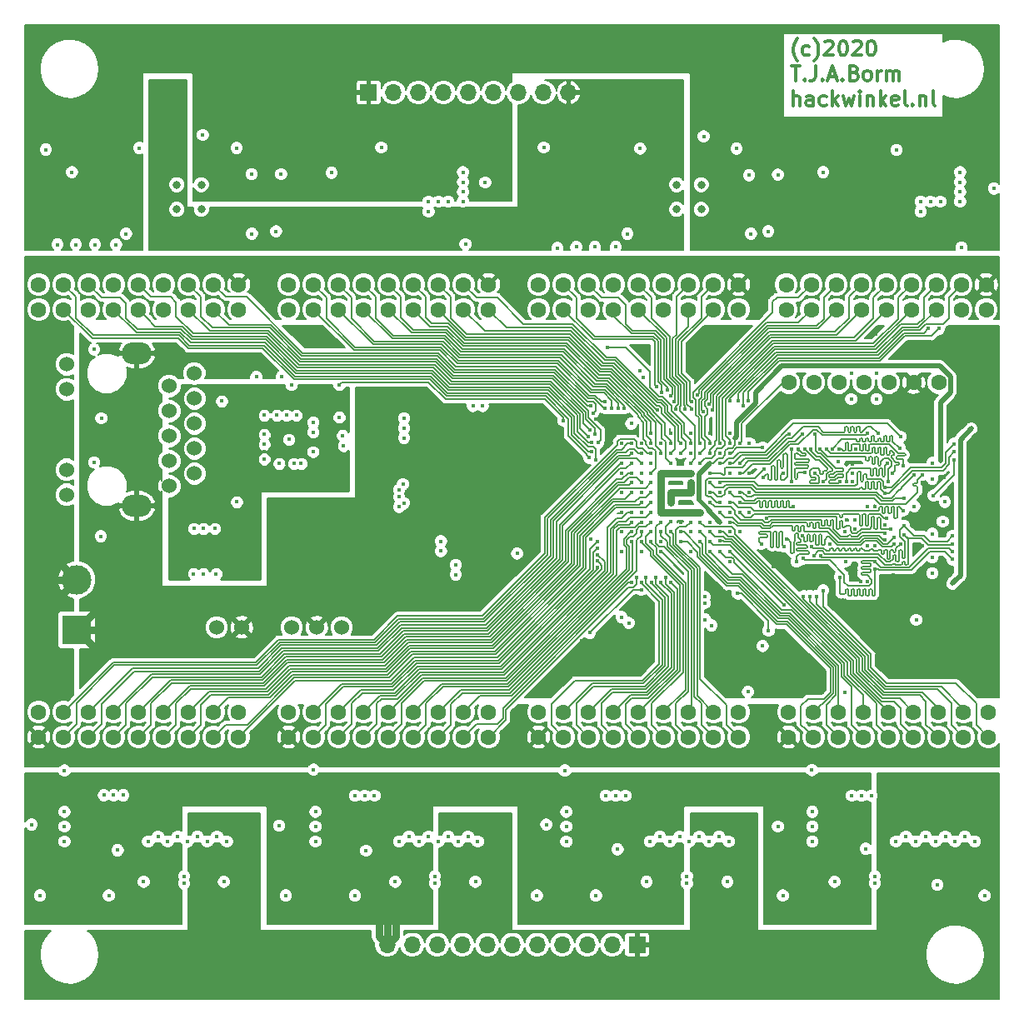
<source format=gbr>
G04 #@! TF.GenerationSoftware,KiCad,Pcbnew,5.0.2+dfsg1-1*
G04 #@! TF.CreationDate,2021-05-05T10:51:01+02:00*
G04 #@! TF.ProjectId,fpga_adda,66706761-5f61-4646-9461-2e6b69636164,rev?*
G04 #@! TF.SameCoordinates,Original*
G04 #@! TF.FileFunction,Copper,L3,Inr*
G04 #@! TF.FilePolarity,Positive*
%FSLAX46Y46*%
G04 Gerber Fmt 4.6, Leading zero omitted, Abs format (unit mm)*
G04 Created by KiCad (PCBNEW 5.0.2+dfsg1-1) date Wed 05 May 2021 10:51:01 AM CEST*
%MOMM*%
%LPD*%
G01*
G04 APERTURE LIST*
G04 #@! TA.AperFunction,NonConductor*
%ADD10C,0.300000*%
G04 #@! TD*
G04 #@! TA.AperFunction,ViaPad*
%ADD11R,3.000000X3.000000*%
G04 #@! TD*
G04 #@! TA.AperFunction,ViaPad*
%ADD12C,3.000000*%
G04 #@! TD*
G04 #@! TA.AperFunction,ViaPad*
%ADD13R,1.700000X1.700000*%
G04 #@! TD*
G04 #@! TA.AperFunction,ViaPad*
%ADD14O,1.700000X1.700000*%
G04 #@! TD*
G04 #@! TA.AperFunction,ViaPad*
%ADD15C,1.524000*%
G04 #@! TD*
G04 #@! TA.AperFunction,ViaPad*
%ADD16O,3.000000X2.250000*%
G04 #@! TD*
G04 #@! TA.AperFunction,ViaPad*
%ADD17C,1.600000*%
G04 #@! TD*
G04 #@! TA.AperFunction,ViaPad*
%ADD18C,0.800000*%
G04 #@! TD*
G04 #@! TA.AperFunction,ViaPad*
%ADD19C,0.450000*%
G04 #@! TD*
G04 #@! TA.AperFunction,Conductor*
%ADD20C,0.750000*%
G04 #@! TD*
G04 #@! TA.AperFunction,Conductor*
%ADD21C,0.130000*%
G04 #@! TD*
G04 #@! TA.AperFunction,Conductor*
%ADD22C,0.260000*%
G04 #@! TD*
G04 #@! TA.AperFunction,Conductor*
%ADD23C,0.500000*%
G04 #@! TD*
G04 #@! TA.AperFunction,Conductor*
%ADD24C,0.800000*%
G04 #@! TD*
G04 #@! TA.AperFunction,Conductor*
%ADD25C,0.190000*%
G04 #@! TD*
G04 #@! TA.AperFunction,Conductor*
%ADD26C,0.450000*%
G04 #@! TD*
G04 #@! TA.AperFunction,Conductor*
%ADD27C,0.254000*%
G04 #@! TD*
G04 #@! TA.AperFunction,Conductor*
%ADD28C,0.200000*%
G04 #@! TD*
G04 APERTURE END LIST*
D10*
X118580714Y-44200000D02*
X118509285Y-44128571D01*
X118366428Y-43914285D01*
X118295000Y-43771428D01*
X118223571Y-43557142D01*
X118152142Y-43200000D01*
X118152142Y-42914285D01*
X118223571Y-42557142D01*
X118295000Y-42342857D01*
X118366428Y-42200000D01*
X118509285Y-41985714D01*
X118580714Y-41914285D01*
X119795000Y-43557142D02*
X119652142Y-43628571D01*
X119366428Y-43628571D01*
X119223571Y-43557142D01*
X119152142Y-43485714D01*
X119080714Y-43342857D01*
X119080714Y-42914285D01*
X119152142Y-42771428D01*
X119223571Y-42700000D01*
X119366428Y-42628571D01*
X119652142Y-42628571D01*
X119795000Y-42700000D01*
X120295000Y-44200000D02*
X120366428Y-44128571D01*
X120509285Y-43914285D01*
X120580714Y-43771428D01*
X120652142Y-43557142D01*
X120723571Y-43200000D01*
X120723571Y-42914285D01*
X120652142Y-42557142D01*
X120580714Y-42342857D01*
X120509285Y-42200000D01*
X120366428Y-41985714D01*
X120295000Y-41914285D01*
X121366428Y-42271428D02*
X121437857Y-42200000D01*
X121580714Y-42128571D01*
X121937857Y-42128571D01*
X122080714Y-42200000D01*
X122152142Y-42271428D01*
X122223571Y-42414285D01*
X122223571Y-42557142D01*
X122152142Y-42771428D01*
X121295000Y-43628571D01*
X122223571Y-43628571D01*
X123152142Y-42128571D02*
X123295000Y-42128571D01*
X123437857Y-42200000D01*
X123509285Y-42271428D01*
X123580714Y-42414285D01*
X123652142Y-42700000D01*
X123652142Y-43057142D01*
X123580714Y-43342857D01*
X123509285Y-43485714D01*
X123437857Y-43557142D01*
X123295000Y-43628571D01*
X123152142Y-43628571D01*
X123009285Y-43557142D01*
X122937857Y-43485714D01*
X122866428Y-43342857D01*
X122795000Y-43057142D01*
X122795000Y-42700000D01*
X122866428Y-42414285D01*
X122937857Y-42271428D01*
X123009285Y-42200000D01*
X123152142Y-42128571D01*
X124223571Y-42271428D02*
X124295000Y-42200000D01*
X124437857Y-42128571D01*
X124795000Y-42128571D01*
X124937857Y-42200000D01*
X125009285Y-42271428D01*
X125080714Y-42414285D01*
X125080714Y-42557142D01*
X125009285Y-42771428D01*
X124152142Y-43628571D01*
X125080714Y-43628571D01*
X126009285Y-42128571D02*
X126152142Y-42128571D01*
X126295000Y-42200000D01*
X126366428Y-42271428D01*
X126437857Y-42414285D01*
X126509285Y-42700000D01*
X126509285Y-43057142D01*
X126437857Y-43342857D01*
X126366428Y-43485714D01*
X126295000Y-43557142D01*
X126152142Y-43628571D01*
X126009285Y-43628571D01*
X125866428Y-43557142D01*
X125795000Y-43485714D01*
X125723571Y-43342857D01*
X125652142Y-43057142D01*
X125652142Y-42700000D01*
X125723571Y-42414285D01*
X125795000Y-42271428D01*
X125866428Y-42200000D01*
X126009285Y-42128571D01*
X117937857Y-44678571D02*
X118795000Y-44678571D01*
X118366428Y-46178571D02*
X118366428Y-44678571D01*
X119295000Y-46035714D02*
X119366428Y-46107142D01*
X119295000Y-46178571D01*
X119223571Y-46107142D01*
X119295000Y-46035714D01*
X119295000Y-46178571D01*
X120437857Y-44678571D02*
X120437857Y-45750000D01*
X120366428Y-45964285D01*
X120223571Y-46107142D01*
X120009285Y-46178571D01*
X119866428Y-46178571D01*
X121152142Y-46035714D02*
X121223571Y-46107142D01*
X121152142Y-46178571D01*
X121080714Y-46107142D01*
X121152142Y-46035714D01*
X121152142Y-46178571D01*
X121795000Y-45750000D02*
X122509285Y-45750000D01*
X121652142Y-46178571D02*
X122152142Y-44678571D01*
X122652142Y-46178571D01*
X123152142Y-46035714D02*
X123223571Y-46107142D01*
X123152142Y-46178571D01*
X123080714Y-46107142D01*
X123152142Y-46035714D01*
X123152142Y-46178571D01*
X124366428Y-45392857D02*
X124580714Y-45464285D01*
X124652142Y-45535714D01*
X124723571Y-45678571D01*
X124723571Y-45892857D01*
X124652142Y-46035714D01*
X124580714Y-46107142D01*
X124437857Y-46178571D01*
X123866428Y-46178571D01*
X123866428Y-44678571D01*
X124366428Y-44678571D01*
X124509285Y-44750000D01*
X124580714Y-44821428D01*
X124652142Y-44964285D01*
X124652142Y-45107142D01*
X124580714Y-45250000D01*
X124509285Y-45321428D01*
X124366428Y-45392857D01*
X123866428Y-45392857D01*
X125580714Y-46178571D02*
X125437857Y-46107142D01*
X125366428Y-46035714D01*
X125295000Y-45892857D01*
X125295000Y-45464285D01*
X125366428Y-45321428D01*
X125437857Y-45250000D01*
X125580714Y-45178571D01*
X125795000Y-45178571D01*
X125937857Y-45250000D01*
X126009285Y-45321428D01*
X126080714Y-45464285D01*
X126080714Y-45892857D01*
X126009285Y-46035714D01*
X125937857Y-46107142D01*
X125795000Y-46178571D01*
X125580714Y-46178571D01*
X126723571Y-46178571D02*
X126723571Y-45178571D01*
X126723571Y-45464285D02*
X126795000Y-45321428D01*
X126866428Y-45250000D01*
X127009285Y-45178571D01*
X127152142Y-45178571D01*
X127652142Y-46178571D02*
X127652142Y-45178571D01*
X127652142Y-45321428D02*
X127723571Y-45250000D01*
X127866428Y-45178571D01*
X128080714Y-45178571D01*
X128223571Y-45250000D01*
X128295000Y-45392857D01*
X128295000Y-46178571D01*
X128295000Y-45392857D02*
X128366428Y-45250000D01*
X128509285Y-45178571D01*
X128723571Y-45178571D01*
X128866428Y-45250000D01*
X128937857Y-45392857D01*
X128937857Y-46178571D01*
X118152142Y-48728571D02*
X118152142Y-47228571D01*
X118795000Y-48728571D02*
X118795000Y-47942857D01*
X118723571Y-47800000D01*
X118580714Y-47728571D01*
X118366428Y-47728571D01*
X118223571Y-47800000D01*
X118152142Y-47871428D01*
X120152142Y-48728571D02*
X120152142Y-47942857D01*
X120080714Y-47800000D01*
X119937857Y-47728571D01*
X119652142Y-47728571D01*
X119509285Y-47800000D01*
X120152142Y-48657142D02*
X120009285Y-48728571D01*
X119652142Y-48728571D01*
X119509285Y-48657142D01*
X119437857Y-48514285D01*
X119437857Y-48371428D01*
X119509285Y-48228571D01*
X119652142Y-48157142D01*
X120009285Y-48157142D01*
X120152142Y-48085714D01*
X121509285Y-48657142D02*
X121366428Y-48728571D01*
X121080714Y-48728571D01*
X120937857Y-48657142D01*
X120866428Y-48585714D01*
X120795000Y-48442857D01*
X120795000Y-48014285D01*
X120866428Y-47871428D01*
X120937857Y-47800000D01*
X121080714Y-47728571D01*
X121366428Y-47728571D01*
X121509285Y-47800000D01*
X122152142Y-48728571D02*
X122152142Y-47228571D01*
X122295000Y-48157142D02*
X122723571Y-48728571D01*
X122723571Y-47728571D02*
X122152142Y-48300000D01*
X123223571Y-47728571D02*
X123509285Y-48728571D01*
X123795000Y-48014285D01*
X124080714Y-48728571D01*
X124366428Y-47728571D01*
X124937857Y-48728571D02*
X124937857Y-47728571D01*
X124937857Y-47228571D02*
X124866428Y-47300000D01*
X124937857Y-47371428D01*
X125009285Y-47300000D01*
X124937857Y-47228571D01*
X124937857Y-47371428D01*
X125652142Y-47728571D02*
X125652142Y-48728571D01*
X125652142Y-47871428D02*
X125723571Y-47800000D01*
X125866428Y-47728571D01*
X126080714Y-47728571D01*
X126223571Y-47800000D01*
X126295000Y-47942857D01*
X126295000Y-48728571D01*
X127009285Y-48728571D02*
X127009285Y-47228571D01*
X127152142Y-48157142D02*
X127580714Y-48728571D01*
X127580714Y-47728571D02*
X127009285Y-48300000D01*
X128795000Y-48657142D02*
X128652142Y-48728571D01*
X128366428Y-48728571D01*
X128223571Y-48657142D01*
X128152142Y-48514285D01*
X128152142Y-47942857D01*
X128223571Y-47800000D01*
X128366428Y-47728571D01*
X128652142Y-47728571D01*
X128795000Y-47800000D01*
X128866428Y-47942857D01*
X128866428Y-48085714D01*
X128152142Y-48228571D01*
X129723571Y-48728571D02*
X129580714Y-48657142D01*
X129509285Y-48514285D01*
X129509285Y-47228571D01*
X130295000Y-48585714D02*
X130366428Y-48657142D01*
X130295000Y-48728571D01*
X130223571Y-48657142D01*
X130295000Y-48585714D01*
X130295000Y-48728571D01*
X131009285Y-47728571D02*
X131009285Y-48728571D01*
X131009285Y-47871428D02*
X131080714Y-47800000D01*
X131223571Y-47728571D01*
X131437857Y-47728571D01*
X131580714Y-47800000D01*
X131652142Y-47942857D01*
X131652142Y-48728571D01*
X132580714Y-48728571D02*
X132437857Y-48657142D01*
X132366428Y-48514285D01*
X132366428Y-47228571D01*
D11*
G04 #@! TO.N,GND*
G04 #@! TO.C,J4*
X45350000Y-102000000D03*
D12*
G04 #@! TO.N,+5V*
X45350000Y-96920000D03*
G04 #@! TD*
D13*
G04 #@! TO.N,-5VA*
G04 #@! TO.C,J2*
X75000000Y-47400000D03*
D14*
G04 #@! TO.N,GND*
X77540000Y-47400000D03*
G04 #@! TO.N,Net-(J2-Pad3)*
X80080000Y-47400000D03*
G04 #@! TO.N,Net-(J2-Pad4)*
X82620000Y-47400000D03*
G04 #@! TO.N,GND*
X85160000Y-47400000D03*
G04 #@! TO.N,Net-(J2-Pad6)*
X87700000Y-47400000D03*
G04 #@! TO.N,Net-(J2-Pad7)*
X90240000Y-47400000D03*
G04 #@! TO.N,GND*
X92780000Y-47400000D03*
G04 #@! TO.N,+5VA*
X95320000Y-47400000D03*
G04 #@! TD*
D13*
G04 #@! TO.N,-5VA*
G04 #@! TO.C,J3*
X102300000Y-134000000D03*
D14*
G04 #@! TO.N,GND*
X99760000Y-134000000D03*
G04 #@! TO.N,Net-(C84-Pad1)*
X97220000Y-134000000D03*
G04 #@! TO.N,GND*
X94680000Y-134000000D03*
G04 #@! TO.N,Net-(C85-Pad1)*
X92140000Y-134000000D03*
G04 #@! TO.N,GND*
X89600000Y-134000000D03*
G04 #@! TO.N,Net-(C88-Pad1)*
X87060000Y-134000000D03*
G04 #@! TO.N,GND*
X84520000Y-134000000D03*
G04 #@! TO.N,Net-(C89-Pad1)*
X81980000Y-134000000D03*
G04 #@! TO.N,GND*
X79440000Y-134000000D03*
G04 #@! TO.N,+5VA*
X76900000Y-134000000D03*
G04 #@! TD*
D15*
G04 #@! TO.N,+5V*
G04 #@! TO.C,U25*
X59560000Y-101750000D03*
G04 #@! TO.N,GND*
X62100000Y-101750000D03*
G04 #@! TO.N,-9V*
X67180000Y-101750000D03*
G04 #@! TO.N,GND*
X69720000Y-101750000D03*
G04 #@! TO.N,+9V*
X72260000Y-101750000D03*
G04 #@! TD*
G04 #@! TO.N,GND*
G04 #@! TO.C,U24*
X54750000Y-87365000D03*
G04 #@! TO.N,Net-(U14-Pad11)*
X57290000Y-86095000D03*
G04 #@! TO.N,Net-(U14-Pad10)*
X54750000Y-84825000D03*
G04 #@! TO.N,Net-(U14-Pad8)*
X57290000Y-83555000D03*
G04 #@! TO.N,Net-(U14-Pad7)*
X54750000Y-82285000D03*
G04 #@! TO.N,Net-(U14-Pad6)*
X57290000Y-81015000D03*
G04 #@! TO.N,Net-(U14-Pad5)*
X54750000Y-79745000D03*
G04 #@! TO.N,Net-(U14-Pad3)*
X57290000Y-78475000D03*
G04 #@! TO.N,Net-(U14-Pad2)*
X54750000Y-77205000D03*
G04 #@! TO.N,Net-(R49-Pad2)*
X57290000Y-75935000D03*
D16*
G04 #@! TO.N,GND*
X51450000Y-89395000D03*
X51450000Y-73905000D03*
D15*
G04 #@! TO.N,+3.3VA*
X44340000Y-75025000D03*
G04 #@! TO.N,Net-(R53-Pad2)*
X44340000Y-77565000D03*
G04 #@! TO.N,+3.3VA*
X44340000Y-85735000D03*
G04 #@! TO.N,Net-(R52-Pad2)*
X44340000Y-88275000D03*
G04 #@! TD*
D17*
G04 #@! TO.N,progTDO*
G04 #@! TO.C,J1*
X117690000Y-76850000D03*
G04 #@! TO.N,progTDI*
X120230000Y-76850000D03*
G04 #@! TO.N,progTCK*
X122770000Y-76850000D03*
G04 #@! TO.N,progTMS*
X125310000Y-76850000D03*
G04 #@! TO.N,+3V3*
X127850000Y-76850000D03*
G04 #@! TO.N,GND*
X130390000Y-76850000D03*
G04 #@! TO.N,Net-(J1-Pad1)*
X132930000Y-76850000D03*
G04 #@! TD*
G04 #@! TO.N,GND*
G04 #@! TO.C,x3*
X66880000Y-69456000D03*
X66880000Y-66916000D03*
G04 #@! TO.N,ad4a*
X69420000Y-69456000D03*
G04 #@! TO.N,ad5a*
X69420000Y-66916000D03*
G04 #@! TO.N,ad6a*
X71960000Y-69456000D03*
G04 #@! TO.N,ad7a*
X71960000Y-66916000D03*
G04 #@! TO.N,ad8a*
X74500000Y-69456000D03*
G04 #@! TO.N,ad9a*
X74500000Y-66916000D03*
G04 #@! TO.N,ad10a*
X77040000Y-69456000D03*
G04 #@! TO.N,ad11a*
X77040000Y-66916000D03*
G04 #@! TO.N,ad12a*
X79580000Y-69456000D03*
G04 #@! TO.N,ad13a*
X79580000Y-66916000D03*
G04 #@! TO.N,ad14a*
X82120000Y-69456000D03*
G04 #@! TO.N,ad15a*
X82120000Y-66916000D03*
G04 #@! TO.N,adOFa*
X84660000Y-69456000D03*
G04 #@! TO.N,adRNDa*
X84660000Y-66916000D03*
G04 #@! TO.N,adPGAa*
X87200000Y-69456000D03*
G04 #@! TO.N,+5V*
X87200000Y-66916000D03*
G04 #@! TD*
G04 #@! TO.N,GND*
G04 #@! TO.C,x4*
X41480000Y-69456000D03*
X41480000Y-66916000D03*
G04 #@! TO.N,adENC+a*
X44020000Y-69456000D03*
G04 #@! TO.N,adENC-a*
X44020000Y-66916000D03*
G04 #@! TO.N,GND*
X46560000Y-69456000D03*
G04 #@! TO.N,adSHa*
X46560000Y-66916000D03*
G04 #@! TO.N,adDTHa*
X49100000Y-69456000D03*
G04 #@! TO.N,GND*
X49100000Y-66916000D03*
G04 #@! TO.N,adCKO2a*
X51640000Y-69456000D03*
G04 #@! TO.N,adCKO1a*
X51640000Y-66916000D03*
G04 #@! TO.N,GND*
X54180000Y-69456000D03*
X54180000Y-66916000D03*
G04 #@! TO.N,ad0a*
X56720000Y-69456000D03*
G04 #@! TO.N,ad1a*
X56720000Y-66916000D03*
G04 #@! TO.N,ad2a*
X59260000Y-69456000D03*
G04 #@! TO.N,ad3a*
X59260000Y-66916000D03*
G04 #@! TO.N,GND*
X61800000Y-69456000D03*
G04 #@! TO.N,+5V*
X61800000Y-66916000D03*
G04 #@! TD*
G04 #@! TO.N,GND*
G04 #@! TO.C,x7*
X117440000Y-69456000D03*
X117440000Y-66916000D03*
G04 #@! TO.N,ad4b*
X119980000Y-69456000D03*
G04 #@! TO.N,ad5b*
X119980000Y-66916000D03*
G04 #@! TO.N,ad6b*
X122520000Y-69456000D03*
G04 #@! TO.N,ad7b*
X122520000Y-66916000D03*
G04 #@! TO.N,ad8b*
X125060000Y-69456000D03*
G04 #@! TO.N,ad9b*
X125060000Y-66916000D03*
G04 #@! TO.N,ad10b*
X127600000Y-69456000D03*
G04 #@! TO.N,ad11b*
X127600000Y-66916000D03*
G04 #@! TO.N,ad12b*
X130140000Y-69456000D03*
G04 #@! TO.N,ad13b*
X130140000Y-66916000D03*
G04 #@! TO.N,ad14b*
X132680000Y-69456000D03*
G04 #@! TO.N,ad15b*
X132680000Y-66916000D03*
G04 #@! TO.N,adOFb*
X135220000Y-69456000D03*
G04 #@! TO.N,adRNDb*
X135220000Y-66916000D03*
G04 #@! TO.N,adPGAb*
X137760000Y-69456000D03*
G04 #@! TO.N,+5V*
X137760000Y-66916000D03*
G04 #@! TD*
G04 #@! TO.N,GND*
G04 #@! TO.C,x8*
X92280000Y-69456000D03*
X92280000Y-66916000D03*
G04 #@! TO.N,adENC+b*
X94820000Y-69456000D03*
G04 #@! TO.N,adENC-b*
X94820000Y-66916000D03*
G04 #@! TO.N,GND*
X97360000Y-69456000D03*
G04 #@! TO.N,adSHb*
X97360000Y-66916000D03*
G04 #@! TO.N,adDTHb*
X99900000Y-69456000D03*
G04 #@! TO.N,GND*
X99900000Y-66916000D03*
G04 #@! TO.N,adCKO2b*
X102440000Y-69456000D03*
G04 #@! TO.N,adCKO1b*
X102440000Y-66916000D03*
G04 #@! TO.N,GND*
X104980000Y-69456000D03*
X104980000Y-66916000D03*
G04 #@! TO.N,ad0b*
X107520000Y-69456000D03*
G04 #@! TO.N,ad1b*
X107520000Y-66916000D03*
G04 #@! TO.N,ad2b*
X110060000Y-69456000D03*
G04 #@! TO.N,ad3b*
X110060000Y-66916000D03*
G04 #@! TO.N,GND*
X112600000Y-69456000D03*
G04 #@! TO.N,+5V*
X112600000Y-66916000D03*
G04 #@! TD*
G04 #@! TO.N,+5V*
G04 #@! TO.C,x1*
X117680000Y-112890000D03*
G04 #@! TO.N,GND*
X117680000Y-110350000D03*
G04 #@! TO.N,dc2*
X120220000Y-112890000D03*
G04 #@! TO.N,dc3*
X120220000Y-110350000D03*
G04 #@! TO.N,dc4*
X122760000Y-112890000D03*
G04 #@! TO.N,dc5*
X122760000Y-110350000D03*
G04 #@! TO.N,dc6*
X125300000Y-112890000D03*
G04 #@! TO.N,dc7*
X125300000Y-110350000D03*
G04 #@! TO.N,dc8*
X127840000Y-112890000D03*
G04 #@! TO.N,dc9*
X127840000Y-110350000D03*
G04 #@! TO.N,dc10*
X130380000Y-112890000D03*
G04 #@! TO.N,dc11*
X130380000Y-110350000D03*
G04 #@! TO.N,dc12*
X132920000Y-112890000D03*
G04 #@! TO.N,dc13*
X132920000Y-110350000D03*
G04 #@! TO.N,dc14*
X135460000Y-112890000D03*
G04 #@! TO.N,dc15*
X135460000Y-110350000D03*
G04 #@! TO.N,dcc*
X138000000Y-112890000D03*
G04 #@! TO.N,GND*
X138000000Y-110350000D03*
G04 #@! TD*
G04 #@! TO.N,+5V*
G04 #@! TO.C,x2*
X92280000Y-112890000D03*
G04 #@! TO.N,GND*
X92280000Y-110350000D03*
G04 #@! TO.N,dd2*
X94820000Y-112890000D03*
G04 #@! TO.N,dd3*
X94820000Y-110350000D03*
G04 #@! TO.N,dd4*
X97360000Y-112890000D03*
G04 #@! TO.N,dd5*
X97360000Y-110350000D03*
G04 #@! TO.N,dd6*
X99900000Y-112890000D03*
G04 #@! TO.N,dd7*
X99900000Y-110350000D03*
G04 #@! TO.N,dd8*
X102440000Y-112890000D03*
G04 #@! TO.N,dd9*
X102440000Y-110350000D03*
G04 #@! TO.N,dd10*
X104980000Y-112890000D03*
G04 #@! TO.N,dd11*
X104980000Y-110350000D03*
G04 #@! TO.N,dd12*
X107520000Y-112890000D03*
G04 #@! TO.N,dd13*
X107520000Y-110350000D03*
G04 #@! TO.N,dd14*
X110060000Y-112890000D03*
G04 #@! TO.N,dd15*
X110060000Y-110350000D03*
G04 #@! TO.N,ddc*
X112600000Y-112890000D03*
G04 #@! TO.N,GND*
X112600000Y-110350000D03*
G04 #@! TD*
G04 #@! TO.N,+5V*
G04 #@! TO.C,x5*
X41480000Y-112890000D03*
G04 #@! TO.N,GND*
X41480000Y-110350000D03*
G04 #@! TO.N,de2*
X44020000Y-112890000D03*
G04 #@! TO.N,de3*
X44020000Y-110350000D03*
G04 #@! TO.N,de4*
X46560000Y-112890000D03*
G04 #@! TO.N,de5*
X46560000Y-110350000D03*
G04 #@! TO.N,de6*
X49100000Y-112890000D03*
G04 #@! TO.N,de7*
X49100000Y-110350000D03*
G04 #@! TO.N,de8*
X51640000Y-112890000D03*
G04 #@! TO.N,de9*
X51640000Y-110350000D03*
G04 #@! TO.N,de10*
X54180000Y-112890000D03*
G04 #@! TO.N,de11*
X54180000Y-110350000D03*
G04 #@! TO.N,de12*
X56720000Y-112890000D03*
G04 #@! TO.N,de13*
X56720000Y-110350000D03*
G04 #@! TO.N,de14*
X59260000Y-112890000D03*
G04 #@! TO.N,de15*
X59260000Y-110350000D03*
G04 #@! TO.N,dec*
X61800000Y-112890000D03*
G04 #@! TO.N,GND*
X61800000Y-110350000D03*
G04 #@! TD*
G04 #@! TO.N,+5V*
G04 #@! TO.C,x6*
X66880000Y-112890000D03*
G04 #@! TO.N,GND*
X66880000Y-110350000D03*
G04 #@! TO.N,df2*
X69420000Y-112890000D03*
G04 #@! TO.N,df3*
X69420000Y-110350000D03*
G04 #@! TO.N,df4*
X71960000Y-112890000D03*
G04 #@! TO.N,df5*
X71960000Y-110350000D03*
G04 #@! TO.N,df6*
X74500000Y-112890000D03*
G04 #@! TO.N,df7*
X74500000Y-110350000D03*
G04 #@! TO.N,df8*
X77040000Y-112890000D03*
G04 #@! TO.N,df9*
X77040000Y-110350000D03*
G04 #@! TO.N,df10*
X79580000Y-112890000D03*
G04 #@! TO.N,df11*
X79580000Y-110350000D03*
G04 #@! TO.N,df12*
X82120000Y-112890000D03*
G04 #@! TO.N,df13*
X82120000Y-110350000D03*
G04 #@! TO.N,df14*
X84660000Y-112890000D03*
G04 #@! TO.N,df15*
X84660000Y-110350000D03*
G04 #@! TO.N,dfc*
X87200000Y-112890000D03*
G04 #@! TO.N,GND*
X87200000Y-110350000D03*
G04 #@! TD*
D18*
G04 #@! TO.N,GND*
G04 #@! TO.C,U6*
X108810000Y-59276000D03*
X106310000Y-59276000D03*
X106310000Y-56776000D03*
X108810000Y-56776000D03*
G04 #@! TD*
G04 #@! TO.N,GND*
G04 #@! TO.C,U5*
X58010000Y-59276000D03*
X55510000Y-59276000D03*
X55510000Y-56776000D03*
X58010000Y-56776000D03*
G04 #@! TD*
D19*
G04 #@! TO.N,GND*
X106700000Y-87050000D03*
X113700000Y-90059021D03*
X111700000Y-92049998D03*
X107700000Y-94050000D03*
X104700000Y-94050000D03*
X100695001Y-94054999D03*
X100700000Y-90050000D03*
X102700000Y-88050000D03*
X100700000Y-86050000D03*
X102700000Y-83050000D03*
X106700000Y-85050000D03*
X110700000Y-84050004D03*
X105691777Y-82050000D03*
X106695001Y-91054999D03*
X106700000Y-89050000D03*
X109700000Y-82050000D03*
X98100000Y-80550000D03*
X115450000Y-80550000D03*
X116150000Y-95550000D03*
X102950000Y-73900000D03*
X96650000Y-103150000D03*
X100750000Y-103250000D03*
X111550003Y-108299997D03*
X121100000Y-108350000D03*
X130450000Y-105750000D03*
X126500000Y-71950000D03*
X120700000Y-80000000D03*
X131250000Y-84650000D03*
X131240506Y-87050001D03*
X131250000Y-90250010D03*
X131250000Y-93450000D03*
X131250005Y-95849995D03*
X124600000Y-95400000D03*
X126450000Y-93450000D03*
X124400000Y-91750000D03*
X126450000Y-89450000D03*
X123400000Y-92050000D03*
X123600000Y-90850000D03*
X135600000Y-123000000D03*
X110600000Y-123000000D03*
X85100000Y-123000000D03*
X59600000Y-123000000D03*
X75600000Y-118850000D03*
X74600000Y-118850000D03*
X73600000Y-118850000D03*
X126100000Y-118850000D03*
X125100000Y-118850000D03*
X124100000Y-118850000D03*
X101100000Y-118850000D03*
X100100000Y-118850000D03*
X99100000Y-118850000D03*
X50090120Y-118809880D03*
X49100000Y-118809880D03*
X82100000Y-123500000D03*
X56600000Y-123500000D03*
X107600000Y-123500000D03*
X48100000Y-118809880D03*
X132600000Y-123500000D03*
X90100000Y-79250000D03*
X89100000Y-79250000D03*
X115600000Y-61500000D03*
X65600000Y-61500000D03*
X131100000Y-59500000D03*
X131100000Y-58500000D03*
X133100000Y-58500000D03*
X132100000Y-58500000D03*
X81100000Y-58500000D03*
X81100000Y-59500000D03*
X82100000Y-58500000D03*
X83100000Y-58500000D03*
X69350000Y-83900000D03*
X69350000Y-81900000D03*
X66650000Y-80200000D03*
X67399996Y-85100000D03*
X68150000Y-85100000D03*
X64400000Y-83150000D03*
X64400000Y-82150000D03*
X65650000Y-80200000D03*
X75356552Y-78415990D03*
X60075000Y-78750000D03*
X67350000Y-89000000D03*
X61600000Y-88999992D03*
X136350000Y-91350000D03*
X47200000Y-62850000D03*
X45250000Y-62850000D03*
X43400000Y-62850000D03*
X49350000Y-62850000D03*
X71250000Y-55550000D03*
X94200000Y-63200000D03*
X96100000Y-63100000D03*
X98000000Y-63100000D03*
X100100000Y-63100000D03*
X121200000Y-55500000D03*
X42200000Y-53200000D03*
X44850000Y-55500000D03*
X92800000Y-53000000D03*
X76300000Y-53000000D03*
X128650000Y-53250000D03*
X135250000Y-63150000D03*
X84850000Y-62800000D03*
X86850000Y-56550000D03*
X138550000Y-57150000D03*
X44100000Y-116300000D03*
X69400000Y-116200000D03*
X94950000Y-116300000D03*
X120050000Y-116250000D03*
X116600000Y-122000000D03*
X93050000Y-121800000D03*
X65900000Y-121900000D03*
X40750000Y-121800000D03*
X74750000Y-124450000D03*
X49500000Y-124400000D03*
X100300000Y-124300000D03*
X125500000Y-124250000D03*
X124700000Y-102100000D03*
X125800000Y-100850000D03*
X113050000Y-100750000D03*
X114300000Y-101150000D03*
X95100000Y-106500000D03*
X109600000Y-72850000D03*
X134250000Y-73400000D03*
X59500000Y-96300000D03*
X58200000Y-96300000D03*
X57200000Y-96300000D03*
X124500000Y-83600000D03*
X124200000Y-86950000D03*
X113695001Y-86049999D03*
X110700000Y-88050000D03*
X124150000Y-85150000D03*
X125000000Y-97100000D03*
X121850000Y-93250000D03*
X136400000Y-86000000D03*
X122250000Y-99700000D03*
X115050000Y-105250000D03*
X133450000Y-86500000D03*
X132750000Y-89900000D03*
X128300000Y-96400000D03*
X59100000Y-75000000D03*
X67600000Y-71500000D03*
X92100000Y-129000000D03*
X98100000Y-129000000D03*
X117100000Y-129000000D03*
X137600000Y-129000000D03*
X66600000Y-129000000D03*
X73600000Y-129000000D03*
X48600000Y-129000000D03*
X41600000Y-129000000D03*
X66900000Y-82650000D03*
G04 #@! TO.N,dc2*
X106700000Y-93050000D03*
G04 #@! TO.N,dc3*
X106700000Y-92050000D03*
G04 #@! TO.N,dc4*
X108700000Y-93050000D03*
G04 #@! TO.N,dc5*
X108700000Y-92050000D03*
G04 #@! TO.N,dc6*
X109700000Y-94050000D03*
G04 #@! TO.N,dc7*
X110700000Y-94050000D03*
G04 #@! TO.N,dc8*
X109700000Y-93050000D03*
G04 #@! TO.N,dc9*
X110685553Y-92953828D03*
G04 #@! TO.N,dc10*
X109700000Y-92050000D03*
G04 #@! TO.N,dc11*
X110700000Y-92050000D03*
G04 #@! TO.N,dc12*
X108700000Y-91050000D03*
G04 #@! TO.N,dc13*
X119200000Y-98600000D03*
G04 #@! TO.N,dc14*
X119850000Y-98600000D03*
G04 #@! TO.N,dc15*
X120500000Y-98600000D03*
G04 #@! TO.N,dd15*
X105700000Y-92050000D03*
G04 #@! TO.N,dd14*
X105700000Y-91000000D03*
G04 #@! TO.N,dd13*
X104713496Y-92053376D03*
G04 #@! TO.N,dd12*
X104700000Y-91050000D03*
G04 #@! TO.N,dd11*
X103700000Y-93050000D03*
G04 #@! TO.N,dd10*
X103700000Y-92049986D03*
G04 #@! TO.N,dd9*
X102700000Y-93050000D03*
G04 #@! TO.N,dd8*
X105699999Y-97200001D03*
G04 #@! TO.N,dd7*
X105198650Y-96651358D03*
G04 #@! TO.N,dd6*
X104700000Y-97200000D03*
G04 #@! TO.N,dd5*
X104200004Y-96650000D03*
G04 #@! TO.N,dd4*
X103729074Y-97161844D03*
G04 #@! TO.N,dd3*
X103200000Y-96649996D03*
G04 #@! TO.N,dd2*
X102700000Y-97199998D03*
G04 #@! TO.N,de15*
X103700000Y-88050000D03*
G04 #@! TO.N,de14*
X102700000Y-89050000D03*
G04 #@! TO.N,de13*
X103700000Y-87050000D03*
G04 #@! TO.N,de12*
X101700000Y-88050000D03*
G04 #@! TO.N,de11*
X102700000Y-87050002D03*
G04 #@! TO.N,de10*
X101700000Y-87050000D03*
G04 #@! TO.N,de9*
X101700000Y-85050000D03*
G04 #@! TO.N,de8*
X101700000Y-86050000D03*
G04 #@! TO.N,de7*
X102700000Y-85050000D03*
G04 #@! TO.N,de6*
X100700000Y-85050000D03*
G04 #@! TO.N,de5*
X102700000Y-84050000D03*
G04 #@! TO.N,de4*
X101700000Y-84050000D03*
G04 #@! TO.N,de3*
X103700000Y-84050000D03*
G04 #@! TO.N,de2*
X101700000Y-83050000D03*
G04 #@! TO.N,df2*
X98250000Y-93700000D03*
G04 #@! TO.N,df3*
X98250000Y-93050000D03*
G04 #@! TO.N,df4*
X98250000Y-95000020D03*
G04 #@! TO.N,df5*
X98250000Y-95650000D03*
G04 #@! TO.N,df6*
X101700000Y-90050000D03*
G04 #@! TO.N,df7*
X98250000Y-94350000D03*
G04 #@! TO.N,df8*
X101700000Y-91050000D03*
G04 #@! TO.N,df9*
X103700000Y-90050000D03*
G04 #@! TO.N,df10*
X101700000Y-92050000D03*
G04 #@! TO.N,df11*
X102700000Y-91050000D03*
G04 #@! TO.N,df12*
X101700000Y-93050000D03*
G04 #@! TO.N,df13*
X103700000Y-91050000D03*
G04 #@! TO.N,df14*
X101700000Y-97200000D03*
G04 #@! TO.N,df15*
X102700000Y-92050000D03*
G04 #@! TO.N,Net-(U9-PadT8)*
X102700000Y-97950000D03*
X97500000Y-102300000D03*
G04 #@! TO.N,+3V3*
X107700000Y-92050000D03*
X104700000Y-93050000D03*
X102699998Y-94050000D03*
X100700000Y-92050000D03*
X100700000Y-88050000D03*
X102700000Y-90050000D03*
X100700000Y-83050000D03*
X101700000Y-81050000D03*
X107700000Y-82050000D03*
X102698858Y-86051142D03*
X104700000Y-83050000D03*
X111700000Y-82050000D03*
X107700000Y-84050000D03*
X113550000Y-108300004D03*
X123400000Y-108350000D03*
X130650000Y-101000000D03*
X97600000Y-92800000D03*
X85600000Y-79250000D03*
X86600000Y-79250000D03*
X115050000Y-103650000D03*
X90100000Y-94250000D03*
G04 #@! TO.N,+2V5*
X102550000Y-75650000D03*
X102900000Y-76350000D03*
X104695001Y-90054999D03*
X107704999Y-86054999D03*
X104700000Y-86050000D03*
X103695001Y-85045001D03*
X108695001Y-90045001D03*
G04 #@! TO.N,+1V2*
X105700000Y-89050000D03*
X106700000Y-88050000D03*
X107700000Y-87050000D03*
X109150002Y-99300000D03*
X109150000Y-98650000D03*
X100699998Y-100700000D03*
X101450000Y-101300000D03*
G04 #@! TO.N,mnUDQS*
X126450000Y-95850000D03*
X122900000Y-96650000D03*
X134350000Y-94850000D03*
G04 #@! TO.N,mUDQS*
X126450000Y-95050000D03*
X119150000Y-94750000D03*
X134350000Y-94050000D03*
G04 #@! TO.N,mD10*
X118500000Y-95050000D03*
X117500000Y-92800000D03*
G04 #@! TO.N,mD8*
X117200000Y-93550000D03*
X114900000Y-93250000D03*
G04 #@! TO.N,mLDQS*
X120900000Y-94450000D03*
X129400000Y-92313524D03*
X134350000Y-93250000D03*
G04 #@! TO.N,mnLDQS*
X120250000Y-94450000D03*
X129400000Y-91415513D03*
X134350000Y-92450000D03*
G04 #@! TO.N,mD2*
X128400000Y-93250000D03*
X119100000Y-92400000D03*
G04 #@! TO.N,mD0*
X129050000Y-93250000D03*
X120050000Y-93550000D03*
G04 #@! TO.N,mnCAS*
X112703383Y-90036370D03*
X127650000Y-90650000D03*
G04 #@! TO.N,mD7*
X112700000Y-89050000D03*
X118150000Y-89450000D03*
G04 #@! TO.N,mLDM*
X127500000Y-92196023D03*
X109700000Y-89050000D03*
G04 #@! TO.N,mD6*
X111700000Y-91050000D03*
X128400002Y-92600000D03*
G04 #@! TO.N,mUDM*
X110700000Y-90050000D03*
X127500000Y-92834036D03*
G04 #@! TO.N,mnRAS*
X111700002Y-89050000D03*
X129300000Y-89900000D03*
G04 #@! TO.N,mD4*
X128028269Y-91747082D03*
X115450000Y-90650000D03*
G04 #@! TO.N,mA5*
X109700000Y-88050000D03*
X130445286Y-86254714D03*
G04 #@! TO.N,mA7*
X128950000Y-83550000D03*
X122150000Y-83600000D03*
G04 #@! TO.N,mA3*
X131259494Y-86250002D03*
X111700000Y-88050000D03*
G04 #@! TO.N,mODT*
X112700000Y-88050000D03*
X133550000Y-88999999D03*
X129400000Y-88650000D03*
G04 #@! TO.N,mA1*
X119950000Y-83600000D03*
X121200004Y-86950000D03*
G04 #@! TO.N,mnCLK*
X109700000Y-87050000D03*
X127450000Y-88150000D03*
X134500000Y-83900000D03*
G04 #@! TO.N,mA0*
X123550000Y-86950000D03*
X127700990Y-85100000D03*
G04 #@! TO.N,mBA0*
X112700002Y-86050000D03*
X125700000Y-82050000D03*
G04 #@! TO.N,mBA1*
X115100000Y-86550000D03*
X117100000Y-86050000D03*
G04 #@! TO.N,mA11*
X109700000Y-86050000D03*
X119050000Y-82100000D03*
G04 #@! TO.N,mCLK*
X134500000Y-83100000D03*
X110700000Y-87050000D03*
X127450000Y-87500000D03*
G04 #@! TO.N,mA8*
X111700000Y-85050000D03*
X117750000Y-82100000D03*
G04 #@! TO.N,mA9*
X112699996Y-85050000D03*
X126750000Y-82050002D03*
G04 #@! TO.N,mA2*
X129350000Y-85300000D03*
X122800000Y-83600000D03*
G04 #@! TO.N,mRESET*
X110700000Y-85050000D03*
X129050000Y-82350000D03*
G04 #@! TO.N,mBA2*
X121500000Y-83600000D03*
X128250000Y-86050000D03*
G04 #@! TO.N,mnWE*
X120850000Y-83600000D03*
X127800000Y-86900000D03*
G04 #@! TO.N,mCKE*
X111700000Y-84050000D03*
X115050000Y-83500000D03*
X118000000Y-83600000D03*
X118000000Y-86950000D03*
G04 #@! TO.N,mA12*
X119300000Y-83600000D03*
X120367499Y-86050000D03*
G04 #@! TO.N,mA4*
X118650000Y-83600000D03*
X119300000Y-86000000D03*
G04 #@! TO.N,mA10*
X120350000Y-82100000D03*
X122900000Y-86950000D03*
G04 #@! TO.N,+1V5*
X109200000Y-100950000D03*
X109850000Y-101550000D03*
X111699992Y-90050000D03*
X112700002Y-92050000D03*
X111700000Y-95050000D03*
X113699994Y-83050000D03*
X124050000Y-78550006D03*
X130450000Y-89450000D03*
X125650015Y-97099010D03*
X123450000Y-95050002D03*
X125650000Y-93450000D03*
X127491917Y-91298012D03*
X124399998Y-90850000D03*
X132300001Y-85050000D03*
X132300000Y-86650002D03*
X132300002Y-92250000D03*
X132300000Y-94650000D03*
X132299994Y-96250006D03*
X124050000Y-75900000D03*
X126600000Y-78550000D03*
X126600000Y-75900000D03*
X125650000Y-89450000D03*
X111700000Y-86050008D03*
X113700000Y-88050000D03*
X122750000Y-84900000D03*
X124200000Y-86050000D03*
G04 #@! TO.N,mA6*
X110700000Y-89050000D03*
X115150000Y-85700000D03*
G04 #@! TO.N,mVREF*
X109700000Y-85050000D03*
X118450000Y-75200000D03*
X133350000Y-91000000D03*
X110700000Y-91050000D03*
X133100000Y-84800000D03*
G04 #@! TO.N,cDIN*
X112500000Y-98299010D03*
X115650000Y-102100000D03*
G04 #@! TO.N,fDONE*
X111700000Y-94050000D03*
X117200000Y-99500000D03*
G04 #@! TO.N,+7.5V*
X134325000Y-97300000D03*
X136250000Y-81550000D03*
G04 #@! TO.N,adPGAb*
X113600000Y-78750000D03*
X132950000Y-71400000D03*
G04 #@! TO.N,adRNDb*
X112600000Y-78750000D03*
G04 #@! TO.N,Net-(R31-Pad1)*
X116600000Y-55750000D03*
G04 #@! TO.N,Net-(R32-Pad1)*
X113650000Y-55800000D03*
G04 #@! TO.N,adOFb*
X113100000Y-79250000D03*
X131850000Y-71400000D03*
G04 #@! TO.N,ad15b*
X111702588Y-83036640D03*
G04 #@! TO.N,ad14b*
X111700000Y-78750000D03*
G04 #@! TO.N,ad13b*
X110700000Y-83050000D03*
G04 #@! TO.N,ad12b*
X108700000Y-85050000D03*
G04 #@! TO.N,ad11b*
X109900000Y-79650000D03*
G04 #@! TO.N,ad10b*
X109700000Y-84050000D03*
G04 #@! TO.N,ad9b*
X109700000Y-83050000D03*
G04 #@! TO.N,ad8b*
X109600000Y-79050000D03*
G04 #@! TO.N,ad7b*
X108700000Y-84050000D03*
G04 #@! TO.N,ad6b*
X109000000Y-79800000D03*
G04 #@! TO.N,ad5b*
X108700000Y-83050000D03*
G04 #@! TO.N,ad4b*
X108400000Y-78150000D03*
G04 #@! TO.N,ad3b*
X107800000Y-79550000D03*
G04 #@! TO.N,ad2b*
X107800000Y-78850000D03*
G04 #@! TO.N,ad1b*
X107700000Y-85050000D03*
G04 #@! TO.N,ad0b*
X107100000Y-79550000D03*
G04 #@! TO.N,adCKO1b*
X106199998Y-79550000D03*
G04 #@! TO.N,adCKO2b*
X106000000Y-78800000D03*
G04 #@! TO.N,adDTHb*
X105400000Y-77600000D03*
G04 #@! TO.N,adSHb*
X105700000Y-78200000D03*
G04 #@! TO.N,+3.3VA*
X69350000Y-80900000D03*
X67650000Y-80200000D03*
X64400000Y-80200000D03*
X64400000Y-84649998D03*
X65900000Y-85100000D03*
X47100000Y-85000000D03*
X47100000Y-73500000D03*
X78600000Y-81500000D03*
X78600000Y-82500000D03*
X78600000Y-80500000D03*
X59350000Y-91700000D03*
X58200000Y-91700000D03*
X57250000Y-91700000D03*
G04 #@! TO.N,adENC-b*
X104750000Y-77850000D03*
G04 #@! TO.N,adENC+b*
X104300000Y-77300000D03*
G04 #@! TO.N,Net-(R30-Pad2)*
X112400000Y-53100000D03*
G04 #@! TO.N,adPGAa*
X106700000Y-83050000D03*
G04 #@! TO.N,adRNDa*
X106700000Y-84049998D03*
G04 #@! TO.N,Net-(R26-Pad1)*
X66100000Y-55700000D03*
G04 #@! TO.N,Net-(R27-Pad1)*
X63100000Y-55700000D03*
G04 #@! TO.N,adOFa*
X105700000Y-84049996D03*
G04 #@! TO.N,ad15a*
X104350000Y-79650000D03*
G04 #@! TO.N,ad14a*
X105691779Y-83050000D03*
G04 #@! TO.N,ad13a*
X105700000Y-85050000D03*
G04 #@! TO.N,ad12a*
X104700000Y-84049998D03*
G04 #@! TO.N,ad11a*
X103700000Y-82050000D03*
G04 #@! TO.N,ad10a*
X103700000Y-83050000D03*
G04 #@! TO.N,ad9a*
X103700000Y-86049994D03*
G04 #@! TO.N,ad8a*
X101000000Y-79500000D03*
G04 #@! TO.N,ad7a*
X100350000Y-79500000D03*
G04 #@! TO.N,ad6a*
X99700000Y-79500000D03*
G04 #@! TO.N,ad5a*
X99050000Y-78850000D03*
G04 #@! TO.N,ad4a*
X99050000Y-79500000D03*
G04 #@! TO.N,ad3a*
X97801757Y-79955271D03*
G04 #@! TO.N,ad2a*
X97600000Y-79250000D03*
G04 #@! TO.N,ad1a*
X98301521Y-82999201D03*
G04 #@! TO.N,ad0a*
X98006936Y-82078816D03*
G04 #@! TO.N,adCKO1a*
X97459209Y-81650001D03*
G04 #@! TO.N,adCKO2a*
X97350000Y-82350000D03*
G04 #@! TO.N,adDTHa*
X98049996Y-84750000D03*
G04 #@! TO.N,adSHa*
X97650000Y-82953977D03*
G04 #@! TO.N,adENC-a*
X97641917Y-83851988D03*
G04 #@! TO.N,adENC+a*
X97400000Y-84500000D03*
G04 #@! TO.N,Net-(R25-Pad2)*
X61600000Y-53050000D03*
G04 #@! TO.N,Net-(R21-Pad2)*
X52600000Y-123500000D03*
G04 #@! TO.N,Net-(R22-Pad2)*
X78100000Y-123500000D03*
G04 #@! TO.N,Net-(R23-Pad2)*
X54600000Y-123500000D03*
G04 #@! TO.N,Net-(R24-Pad2)*
X80100000Y-123500000D03*
G04 #@! TO.N,Net-(R17-Pad2)*
X105600000Y-123500000D03*
G04 #@! TO.N,Net-(R16-Pad2)*
X130600000Y-123500000D03*
G04 #@! TO.N,Net-(R15-Pad2)*
X103600000Y-123500000D03*
G04 #@! TO.N,Net-(R14-Pad2)*
X128600000Y-123500000D03*
G04 #@! TO.N,Net-(C35-Pad2)*
X133600000Y-123000000D03*
G04 #@! TO.N,Net-(C33-Pad1)*
X129600000Y-123000000D03*
G04 #@! TO.N,Net-(C44-Pad1)*
X81100000Y-123000000D03*
G04 #@! TO.N,Net-(C40-Pad1)*
X79100000Y-123000000D03*
G04 #@! TO.N,Net-(C37-Pad2)*
X108600000Y-123000000D03*
G04 #@! TO.N,Net-(C38-Pad1)*
X106600000Y-123000000D03*
G04 #@! TO.N,Net-(C34-Pad1)*
X104600000Y-123000000D03*
G04 #@! TO.N,Net-(C41-Pad2)*
X57600000Y-123000000D03*
G04 #@! TO.N,Net-(C39-Pad1)*
X53600000Y-123000000D03*
G04 #@! TO.N,Net-(C43-Pad1)*
X83100000Y-123000000D03*
G04 #@! TO.N,progTDO*
X112700000Y-83050000D03*
G04 #@! TO.N,dcc*
X121200000Y-98000000D03*
G04 #@! TO.N,ddc*
X107700000Y-91050000D03*
G04 #@! TO.N,dfc*
X102200000Y-96650000D03*
G04 #@! TO.N,dec*
X103700000Y-89050000D03*
G04 #@! TO.N,macRXD3*
X78100000Y-89500000D03*
G04 #@! TO.N,macRXCTL*
X78500000Y-87200000D03*
G04 #@! TO.N,Net-(R39-Pad1)*
X47800000Y-92500000D03*
G04 #@! TO.N,Net-(R38-Pad1)*
X47850000Y-80500000D03*
G04 #@! TO.N,macRXCLK*
X72000000Y-80400000D03*
G04 #@! TO.N,macRXD1*
X78100000Y-88500000D03*
X72450000Y-83300000D03*
G04 #@! TO.N,macRXD2*
X78600000Y-89100000D03*
G04 #@! TO.N,macCKO*
X107700000Y-83050000D03*
X99300000Y-73300000D03*
X72000000Y-77100000D03*
X94800000Y-80750000D03*
G04 #@! TO.N,macRXD0*
X72350000Y-82250000D03*
X78100000Y-87800008D03*
G04 #@! TO.N,+12VA*
X69350000Y-82900000D03*
X69350000Y-85100000D03*
X64400000Y-81400000D03*
X66650004Y-85100000D03*
X68650006Y-80200000D03*
X65149998Y-85100000D03*
X64400000Y-83900000D03*
X63100000Y-79000000D03*
X61600000Y-87000000D03*
X59100000Y-94000000D03*
X58100000Y-94000000D03*
X57050000Y-94000000D03*
G04 #@! TO.N,Vada*
X84600000Y-58500000D03*
X84600000Y-55500000D03*
X84600000Y-57500000D03*
X84600000Y-56500000D03*
X51700000Y-53050000D03*
X58150000Y-51700000D03*
X50350000Y-61750000D03*
X63150000Y-61750000D03*
G04 #@! TO.N,Vadb*
X135100000Y-55500000D03*
X135100000Y-56500000D03*
X135100000Y-57500000D03*
X135100000Y-58500000D03*
X102600000Y-53100000D03*
X109050000Y-51850000D03*
X101300000Y-61750000D03*
X113850000Y-61750000D03*
G04 #@! TO.N,Net-(C36-Pad2)*
X131600000Y-123000000D03*
G04 #@! TO.N,Net-(C42-Pad2)*
X55600000Y-123000000D03*
G04 #@! TO.N,Vdaf*
X69600000Y-120500000D03*
X69600000Y-123500000D03*
X69600000Y-122000000D03*
X86100000Y-123500000D03*
X84100000Y-123500000D03*
G04 #@! TO.N,Vdae*
X44100000Y-120500000D03*
X44100000Y-123500000D03*
X44100000Y-122000000D03*
X60600000Y-123500000D03*
X58600000Y-123500000D03*
G04 #@! TO.N,Vdad*
X95100000Y-120500000D03*
X95100000Y-122000000D03*
X95100000Y-123500000D03*
X111600000Y-123500000D03*
X109600000Y-123500000D03*
G04 #@! TO.N,Vdac*
X120100000Y-120500000D03*
X120100000Y-122000000D03*
X120100000Y-123500000D03*
X136600000Y-123500000D03*
X134600000Y-123500000D03*
G04 #@! TO.N,io1.5a*
X109700000Y-91050000D03*
G04 #@! TO.N,Net-(C59-Pad1)*
X67150000Y-77100000D03*
G04 #@! TO.N,Net-(C61-Pad2)*
X66150000Y-76300000D03*
G04 #@! TO.N,Net-(C60-Pad2)*
X63600000Y-76300000D03*
G04 #@! TO.N,-5VA*
X82350000Y-94000000D03*
X82350000Y-93000000D03*
X89000000Y-57900000D03*
X89000000Y-56900000D03*
X89000000Y-55900000D03*
X89000000Y-54900000D03*
X58000000Y-46900000D03*
X108500000Y-46900000D03*
X89100000Y-121000000D03*
X89100000Y-122000000D03*
X89100000Y-123000000D03*
X89100000Y-124000000D03*
X83200000Y-129700000D03*
X108750000Y-129700000D03*
X128000000Y-129800000D03*
X57500000Y-129800000D03*
G04 #@! TO.N,+5VA*
X83850000Y-95400000D03*
X83850000Y-96400000D03*
X90500000Y-60900000D03*
X90500000Y-61900000D03*
X90500000Y-62900000D03*
X90500000Y-59900000D03*
X55500000Y-46900000D03*
X106000000Y-46900000D03*
X90600000Y-121000000D03*
X90600000Y-122000000D03*
X90600000Y-123000000D03*
X90600000Y-124000000D03*
X80450000Y-129700000D03*
X106050000Y-129700000D03*
X125150000Y-129800000D03*
X54800000Y-129800000D03*
G04 #@! TO.N,Net-(RN2-Pad3)*
X132400000Y-88350000D03*
X134500000Y-84700000D03*
G04 #@! TO.N,Net-(R76-Pad1)*
X132800000Y-127900000D03*
G04 #@! TO.N,Net-(C89-Pad2)*
X52150000Y-127600000D03*
G04 #@! TO.N,Net-(C88-Pad2)*
X77700000Y-127600000D03*
G04 #@! TO.N,Net-(R88-Pad1)*
X60300000Y-127600000D03*
G04 #@! TO.N,Net-(R86-Pad1)*
X85850000Y-127600000D03*
G04 #@! TO.N,Net-(C87-Pad2)*
X56250000Y-127050000D03*
G04 #@! TO.N,Net-(C87-Pad1)*
X56250000Y-127750000D03*
G04 #@! TO.N,Net-(C86-Pad2)*
X81750000Y-127050000D03*
G04 #@! TO.N,Net-(C86-Pad1)*
X81750000Y-127750000D03*
G04 #@! TO.N,Net-(C83-Pad1)*
X126450000Y-127750000D03*
G04 #@! TO.N,Net-(C85-Pad2)*
X122350000Y-127600000D03*
G04 #@! TO.N,Net-(C84-Pad2)*
X103250000Y-127600000D03*
G04 #@! TO.N,Net-(C82-Pad1)*
X107350000Y-127750000D03*
G04 #@! TO.N,Net-(C83-Pad2)*
X126450000Y-127050000D03*
G04 #@! TO.N,Net-(C82-Pad2)*
X107350000Y-127050000D03*
G04 #@! TO.N,Net-(R74-Pad1)*
X111450000Y-127600000D03*
G04 #@! TD*
D20*
G04 #@! TO.N,GND*
X45350000Y-102000000D02*
X48350000Y-102000000D01*
X45350000Y-102000000D02*
X47150000Y-100200000D01*
X45350000Y-102000000D02*
X47150000Y-103800000D01*
D21*
G04 #@! TO.N,dc2*
X119420001Y-112090001D02*
X120220000Y-112890000D01*
X118950000Y-111620000D02*
X119420001Y-112090001D01*
X118950000Y-109750000D02*
X118950000Y-111620000D01*
X121250000Y-109050000D02*
X119650000Y-109050000D01*
X121950000Y-108350000D02*
X121250000Y-109050000D01*
X117464522Y-101450000D02*
X121950000Y-105935478D01*
X121950000Y-105935478D02*
X121950000Y-108350000D01*
X108429980Y-94115458D02*
X108429980Y-94579980D01*
X119650000Y-109050000D02*
X118950000Y-109750000D01*
X107364522Y-93050000D02*
X108429980Y-94115458D01*
X112550000Y-97550000D02*
X116450000Y-101450000D01*
X108429980Y-94579980D02*
X111400000Y-97550000D01*
X116450000Y-101450000D02*
X117464522Y-101450000D01*
X106700000Y-93050000D02*
X107364522Y-93050000D01*
X111400000Y-97550000D02*
X112550000Y-97550000D01*
G04 #@! TO.N,dc3*
X121149999Y-109550001D02*
X122239990Y-108460010D01*
X122239990Y-105857757D02*
X117532233Y-101150000D01*
X112650000Y-97250000D02*
X111500000Y-97250000D01*
X111500000Y-97250000D02*
X108689991Y-94439991D01*
X108689991Y-94439991D02*
X108689991Y-93680781D01*
X120220000Y-110350000D02*
X121019999Y-109550001D01*
X107059210Y-92050000D02*
X106700000Y-92050000D01*
X121019999Y-109550001D02*
X121149999Y-109550001D01*
X108689991Y-93680781D02*
X107059210Y-92050000D01*
X117532233Y-101150000D02*
X116550000Y-101150000D01*
X122239990Y-108460010D02*
X122239990Y-105857757D01*
X116550000Y-101150000D02*
X112650000Y-97250000D01*
G04 #@! TO.N,dc4*
X121960001Y-112090001D02*
X122760000Y-112890000D01*
X121500000Y-111630000D02*
X121960001Y-112090001D01*
X122500000Y-108600000D02*
X121500000Y-109600000D01*
X122500000Y-105750000D02*
X122500000Y-108600000D01*
X121500000Y-109600000D02*
X121500000Y-111630000D01*
X108953999Y-93303999D02*
X108953999Y-94336289D01*
X108700000Y-93050000D02*
X108953999Y-93303999D01*
X108953999Y-94336289D02*
X111567710Y-96950000D01*
X111567710Y-96950000D02*
X112750000Y-96950000D01*
X112750000Y-96950000D02*
X116660010Y-100860010D01*
X117610010Y-100860010D02*
X122500000Y-105750000D01*
X116660010Y-100860010D02*
X117610010Y-100860010D01*
G04 #@! TO.N,dc5*
X122760000Y-109218630D02*
X122760000Y-110350000D01*
X122760000Y-105610000D02*
X122760000Y-109218630D01*
X117750000Y-100600000D02*
X122760000Y-105610000D01*
X109250000Y-92600000D02*
X109250000Y-94250000D01*
X108700000Y-92050000D02*
X109250000Y-92600000D01*
X109250000Y-94250000D02*
X111650000Y-96650000D01*
X111650000Y-96650000D02*
X112850000Y-96650000D01*
X112850000Y-96650000D02*
X116800000Y-100600000D01*
X116800000Y-100600000D02*
X117750000Y-100600000D01*
G04 #@! TO.N,dc6*
X124500001Y-112090001D02*
X125300000Y-112890000D01*
X124050000Y-107750000D02*
X124050000Y-111640000D01*
X112950000Y-96350000D02*
X116900000Y-100300000D01*
X109700000Y-94050000D02*
X112000000Y-96350000D01*
X112000000Y-96350000D02*
X112950000Y-96350000D01*
X116900000Y-100300000D02*
X117850000Y-100300000D01*
X117850000Y-100300000D02*
X123050000Y-105500000D01*
X124050000Y-111640000D02*
X124500001Y-112090001D01*
X123050000Y-106750000D02*
X124050000Y-107750000D01*
X123050000Y-105500000D02*
X123050000Y-106750000D01*
G04 #@! TO.N,dc7*
X125300000Y-108600000D02*
X125300000Y-110350000D01*
X123350000Y-106650000D02*
X125300000Y-108600000D01*
X123350000Y-105400000D02*
X123350000Y-106650000D01*
X111900999Y-94600999D02*
X112150000Y-94850000D01*
X110700000Y-94050000D02*
X111250999Y-94600999D01*
X112150000Y-94850000D02*
X112150000Y-95150000D01*
X117000000Y-100000000D02*
X117950000Y-100000000D01*
X117950000Y-100000000D02*
X123350000Y-105400000D01*
X111250999Y-94600999D02*
X111900999Y-94600999D01*
X112150000Y-95150000D02*
X117000000Y-100000000D01*
G04 #@! TO.N,dc8*
X127040001Y-112090001D02*
X127840000Y-112890000D01*
X123650000Y-106550000D02*
X126600000Y-109500000D01*
X126600000Y-111650000D02*
X127040001Y-112090001D01*
X110052830Y-93402830D02*
X110832648Y-93402830D01*
X109700000Y-93050000D02*
X110052830Y-93402830D01*
X110832648Y-93402830D02*
X110834479Y-93400999D01*
X110834479Y-93400999D02*
X111750999Y-93400999D01*
X126600000Y-109500000D02*
X126600000Y-111650000D01*
X111750999Y-93400999D02*
X123650000Y-105300000D01*
X123650000Y-105300000D02*
X123650000Y-106550000D01*
G04 #@! TO.N,dc9*
X127032291Y-109550001D02*
X127040001Y-109550001D01*
X111044763Y-92953828D02*
X111139029Y-93048094D01*
X127040001Y-109550001D02*
X127840000Y-110350000D01*
X110685553Y-92953828D02*
X111044763Y-92953828D01*
X123950000Y-105200000D02*
X123950000Y-106467710D01*
X111139029Y-93048094D02*
X111798094Y-93048094D01*
X111798094Y-93048094D02*
X123950000Y-105200000D01*
X123950000Y-106467710D02*
X127032291Y-109550001D01*
G04 #@! TO.N,dc10*
X129580001Y-112090001D02*
X130380000Y-112890000D01*
X128400000Y-109250000D02*
X129100000Y-109950000D01*
X127100000Y-109250000D02*
X128400000Y-109250000D01*
X124250000Y-106400000D02*
X127100000Y-109250000D01*
X109700000Y-92050000D02*
X110150000Y-92500000D01*
X129100000Y-111610000D02*
X129580001Y-112090001D01*
X129100000Y-109950000D02*
X129100000Y-111610000D01*
X111300000Y-92759009D02*
X111909010Y-92759010D01*
X111040991Y-92500000D02*
X111300000Y-92759009D01*
X111909010Y-92759010D02*
X124250000Y-105100000D01*
X110150000Y-92500000D02*
X111040991Y-92500000D01*
X124250000Y-105100000D02*
X124250000Y-106400000D01*
G04 #@! TO.N,dc11*
X128980000Y-108950000D02*
X130380000Y-110350000D01*
X127200000Y-108950000D02*
X128980000Y-108950000D01*
X111059210Y-92050000D02*
X111508209Y-92498999D01*
X110700000Y-92050000D02*
X111059210Y-92050000D01*
X111508209Y-92498999D02*
X112048999Y-92498999D01*
X124550000Y-105000000D02*
X124550000Y-106300000D01*
X112048999Y-92498999D02*
X124550000Y-105000000D01*
X124550000Y-106300000D02*
X127200000Y-108950000D01*
G04 #@! TO.N,dc12*
X132120001Y-112090001D02*
X132920000Y-112890000D01*
X131650000Y-111620000D02*
X132120001Y-112090001D01*
X131650000Y-109300000D02*
X131650000Y-111620000D01*
X127267708Y-108650000D02*
X131000000Y-108650000D01*
X124850000Y-106232294D02*
X127267708Y-108650000D01*
X109200000Y-91550000D02*
X111864524Y-91550000D01*
X108700000Y-91050000D02*
X109200000Y-91550000D01*
X131000000Y-108650000D02*
X131650000Y-109300000D01*
X111864524Y-91550000D02*
X112200000Y-91885476D01*
X112200000Y-91885476D02*
X112200000Y-92250000D01*
X112200000Y-92250000D02*
X124850000Y-104900000D01*
X124850000Y-104900000D02*
X124850000Y-106232294D01*
G04 #@! TO.N,dc13*
X119200000Y-98850000D02*
X125150000Y-104800000D01*
X132920000Y-109970000D02*
X132920000Y-110350000D01*
X119200000Y-98600000D02*
X119200000Y-98850000D01*
X125150000Y-104800000D02*
X125150000Y-106150000D01*
X131300000Y-108350000D02*
X132920000Y-109970000D01*
X125150000Y-106150000D02*
X127350000Y-108350000D01*
X127350000Y-108350000D02*
X131300000Y-108350000D01*
G04 #@! TO.N,dc14*
X134200000Y-109450000D02*
X134200000Y-111650000D01*
X119850000Y-98600000D02*
X119850000Y-99100000D01*
X125450000Y-104700000D02*
X125450000Y-106050000D01*
X125450000Y-106050000D02*
X127450000Y-108050000D01*
X127450000Y-108050000D02*
X132800000Y-108050000D01*
X134200000Y-111650000D02*
X135440000Y-112890000D01*
X119850000Y-99100000D02*
X125450000Y-104700000D01*
X132800000Y-108050000D02*
X134200000Y-109450000D01*
G04 #@! TO.N,dc15*
X120500000Y-99350000D02*
X125750000Y-104600000D01*
X135460000Y-110010000D02*
X135460000Y-110350000D01*
X120500000Y-98600000D02*
X120500000Y-99350000D01*
X127550000Y-107750000D02*
X133200000Y-107750000D01*
X133200000Y-107750000D02*
X135460000Y-110010000D01*
X125750000Y-104600000D02*
X125750000Y-105950000D01*
X125750000Y-105950000D02*
X127550000Y-107750000D01*
G04 #@! TO.N,dd15*
X108400000Y-108690000D02*
X110060000Y-110350000D01*
X105700000Y-92050000D02*
X105950000Y-92300000D01*
X105950000Y-92300000D02*
X105950000Y-93300000D01*
X105990991Y-93340991D02*
X105990991Y-93358699D01*
X105990991Y-93358699D02*
X108400000Y-95767708D01*
X105950000Y-93300000D02*
X105990991Y-93340991D01*
X108400000Y-95767708D02*
X108400000Y-108690000D01*
G04 #@! TO.N,dd14*
X109260001Y-112090001D02*
X110060000Y-112890000D01*
X108800000Y-109500000D02*
X108800000Y-111630000D01*
X108100000Y-108800000D02*
X108800000Y-109500000D01*
X105200000Y-91500000D02*
X105200000Y-92200000D01*
X105700000Y-91000000D02*
X105200000Y-91500000D01*
X108800000Y-111630000D02*
X109260001Y-112090001D01*
X105200000Y-92200000D02*
X105650000Y-92650000D01*
X105650000Y-92650000D02*
X105650000Y-93400000D01*
X105650000Y-93400000D02*
X108100000Y-95850000D01*
X108100000Y-95850000D02*
X108100000Y-108800000D01*
G04 #@! TO.N,dd13*
X107800000Y-95950000D02*
X107800000Y-110070000D01*
X107800000Y-110070000D02*
X107520000Y-110350000D01*
X105350000Y-93500000D02*
X107800000Y-95950000D01*
X105350000Y-93056230D02*
X105350000Y-93500000D01*
X104713496Y-92053376D02*
X104713496Y-92419726D01*
X104713496Y-92419726D02*
X105350000Y-93056230D01*
G04 #@! TO.N,dd12*
X106250000Y-111620000D02*
X107520000Y-112890000D01*
X107500000Y-108250000D02*
X106250000Y-109500000D01*
X104200000Y-91550000D02*
X104200000Y-93200000D01*
X107500000Y-96050000D02*
X107500000Y-108250000D01*
X104700000Y-91050000D02*
X104200000Y-91550000D01*
X104200000Y-93200000D02*
X104550000Y-93550000D01*
X104550000Y-93550000D02*
X105000000Y-93550000D01*
X106250000Y-109500000D02*
X106250000Y-111620000D01*
X105000000Y-93550000D02*
X107500000Y-96050000D01*
G04 #@! TO.N,dd11*
X104980000Y-110320000D02*
X104980000Y-110350000D01*
X103700000Y-93100000D02*
X104250000Y-93650000D01*
X103700000Y-93050000D02*
X103700000Y-93100000D01*
X104250000Y-93650000D02*
X104250000Y-94300000D01*
X107210010Y-108089990D02*
X104980000Y-110320000D01*
X104250000Y-94300000D02*
X107210010Y-97260010D01*
X107210010Y-97260010D02*
X107210010Y-108089990D01*
G04 #@! TO.N,dd10*
X103750000Y-111660000D02*
X104980000Y-112890000D01*
X103750000Y-109500000D02*
X103750000Y-111660000D01*
X103200000Y-92549986D02*
X103200000Y-93200000D01*
X103700000Y-92049986D02*
X103200000Y-92549986D01*
X103200000Y-93200000D02*
X103950000Y-93950000D01*
X103950000Y-93950000D02*
X103950000Y-94400000D01*
X103950000Y-94400000D02*
X106950000Y-97400000D01*
X106950000Y-106300000D02*
X103750000Y-109500000D01*
X106950000Y-97400000D02*
X106950000Y-106300000D01*
G04 #@! TO.N,dd9*
X104150000Y-108640000D02*
X102440000Y-110350000D01*
X102700000Y-93100000D02*
X103650000Y-94050000D01*
X102700000Y-93050000D02*
X102700000Y-93100000D01*
X106650000Y-106140000D02*
X104150000Y-108640000D01*
X103650000Y-94050000D02*
X103650000Y-94467710D01*
X103650000Y-94467710D02*
X106650000Y-97467710D01*
X106650000Y-97467710D02*
X106650000Y-106140000D01*
G04 #@! TO.N,dd8*
X106350000Y-97850002D02*
X105699999Y-97200001D01*
X101150000Y-111600000D02*
X101150000Y-109550000D01*
X102440000Y-112890000D02*
X101150000Y-111600000D01*
X101750000Y-108950000D02*
X103450000Y-108950000D01*
X101150000Y-109550000D02*
X101750000Y-108950000D01*
X106350000Y-106050000D02*
X106350000Y-97850002D01*
X103450000Y-108950000D02*
X106350000Y-106050000D01*
G04 #@! TO.N,dd7*
X105198650Y-97363174D02*
X105198650Y-96651358D01*
X106050000Y-98214524D02*
X105198650Y-97363174D01*
X106050000Y-105950000D02*
X106050000Y-98214524D01*
X99900000Y-110350000D02*
X101600000Y-108650000D01*
X103350000Y-108650000D02*
X106050000Y-105950000D01*
X101600000Y-108650000D02*
X103350000Y-108650000D01*
G04 #@! TO.N,dd6*
X104700000Y-97250000D02*
X104700000Y-97200000D01*
X105750000Y-98300000D02*
X104700000Y-97250000D01*
X98650000Y-111640000D02*
X98650000Y-109500000D01*
X99900000Y-112890000D02*
X98650000Y-111640000D01*
X99800000Y-108350000D02*
X103250000Y-108350000D01*
X103250000Y-108350000D02*
X105750000Y-105850000D01*
X98650000Y-109500000D02*
X99800000Y-108350000D01*
X105750000Y-105850000D02*
X105750000Y-98300000D01*
G04 #@! TO.N,dd5*
X105450000Y-98600000D02*
X104200004Y-97350004D01*
X105450000Y-105750000D02*
X105450000Y-98600000D01*
X103150000Y-108050000D02*
X105450000Y-105750000D01*
X104200004Y-97350004D02*
X104200004Y-96650000D01*
X97360000Y-110350000D02*
X99660000Y-108050000D01*
X99660000Y-108050000D02*
X103150000Y-108050000D01*
G04 #@! TO.N,dd4*
X103729074Y-97279074D02*
X103729074Y-97161844D01*
X97800000Y-107750000D02*
X103050000Y-107750000D01*
X105150000Y-105650000D02*
X105150000Y-98700000D01*
X96100000Y-109450000D02*
X97800000Y-107750000D01*
X96100000Y-111630000D02*
X96100000Y-109450000D01*
X97360000Y-112890000D02*
X96100000Y-111630000D01*
X103050000Y-107750000D02*
X105150000Y-105650000D01*
X105150000Y-98700000D02*
X103729074Y-97279074D01*
G04 #@! TO.N,dd3*
X97720000Y-107450000D02*
X102950000Y-107450000D01*
X103200000Y-97009206D02*
X103200000Y-96649996D01*
X102950000Y-107450000D02*
X104850000Y-105550000D01*
X94820000Y-110350000D02*
X97720000Y-107450000D01*
X103200000Y-97300000D02*
X103200000Y-97009206D01*
X104850000Y-105550000D02*
X104850000Y-98950000D01*
X104850000Y-98950000D02*
X103200000Y-97300000D01*
G04 #@! TO.N,dd2*
X102700000Y-97250000D02*
X102700000Y-97199998D01*
X104550000Y-99100000D02*
X102700000Y-97250000D01*
X93600000Y-111670000D02*
X93600000Y-109550000D01*
X94820000Y-112890000D02*
X93600000Y-111670000D01*
X102850000Y-107150000D02*
X104550000Y-105450000D01*
X104550000Y-105450000D02*
X104550000Y-99100000D01*
X93600000Y-109550000D02*
X96000000Y-107150000D01*
X96000000Y-107150000D02*
X102850000Y-107150000D01*
G04 #@! TO.N,de15*
X103200000Y-88550000D02*
X103700000Y-88050000D01*
X102550000Y-88550000D02*
X103200000Y-88550000D01*
X99900000Y-89000000D02*
X102100000Y-89000000D01*
X102100000Y-89000000D02*
X102550000Y-88550000D01*
X96500000Y-95500000D02*
X96500000Y-92400000D01*
X87800000Y-104200000D02*
X96500000Y-95500000D01*
X79300000Y-104200000D02*
X87800000Y-104200000D01*
X96500000Y-92400000D02*
X99900000Y-89000000D01*
X59260000Y-110350000D02*
X60710000Y-108900000D01*
X60710000Y-108900000D02*
X64950000Y-108900000D01*
X64950000Y-108900000D02*
X67300000Y-106550000D01*
X67300000Y-106550000D02*
X76950000Y-106550000D01*
X76950000Y-106550000D02*
X79300000Y-104200000D01*
G04 #@! TO.N,de14*
X102450000Y-89300000D02*
X102700000Y-89050000D01*
X96800000Y-92500000D02*
X100000000Y-89300000D01*
X96800000Y-95650000D02*
X96800000Y-92500000D01*
X87950000Y-104500000D02*
X96800000Y-95650000D01*
X100000000Y-89300000D02*
X102450000Y-89300000D01*
X60500000Y-111650000D02*
X62650000Y-111650000D01*
X62650000Y-111650000D02*
X67450000Y-106850000D01*
X67450000Y-106850000D02*
X77100000Y-106850000D01*
X59260000Y-112890000D02*
X60500000Y-111650000D01*
X77100000Y-106850000D02*
X79450000Y-104500000D01*
X79450000Y-104500000D02*
X87950000Y-104500000D01*
G04 #@! TO.N,de13*
X95900000Y-92200000D02*
X100500000Y-87600000D01*
X95900000Y-95300000D02*
X95900000Y-92200000D01*
X87600000Y-103600000D02*
X95900000Y-95300000D01*
X58770000Y-108300000D02*
X64700000Y-108300000D01*
X56720000Y-110350000D02*
X58770000Y-108300000D01*
X100500000Y-87600000D02*
X103150000Y-87600000D01*
X79100000Y-103600000D02*
X87600000Y-103600000D01*
X103150000Y-87600000D02*
X103700000Y-87050000D01*
X64700000Y-108300000D02*
X67050000Y-105950000D01*
X67050000Y-105950000D02*
X76750000Y-105950000D01*
X76750000Y-105950000D02*
X79100000Y-103600000D01*
G04 #@! TO.N,de12*
X99800000Y-88700000D02*
X101050000Y-88700000D01*
X101050000Y-88700000D02*
X101700000Y-88050000D01*
X96200000Y-92300000D02*
X99800000Y-88700000D01*
X96200000Y-95400000D02*
X96200000Y-92300000D01*
X76850000Y-106250000D02*
X79200000Y-103900000D01*
X57950000Y-111660000D02*
X57950000Y-109600000D01*
X56720000Y-112890000D02*
X57950000Y-111660000D01*
X57950000Y-109600000D02*
X58950000Y-108600000D01*
X58950000Y-108600000D02*
X64800000Y-108600000D01*
X64800000Y-108600000D02*
X67150000Y-106250000D01*
X87700000Y-103900000D02*
X96200000Y-95400000D01*
X79200000Y-103900000D02*
X87700000Y-103900000D01*
X67150000Y-106250000D02*
X76850000Y-106250000D01*
G04 #@! TO.N,de11*
X101450000Y-86550000D02*
X102199998Y-86550000D01*
X100300000Y-87000000D02*
X101000000Y-87000000D01*
X95300000Y-95100000D02*
X95300000Y-92000000D01*
X102199998Y-86550000D02*
X102700000Y-87050002D01*
X56830000Y-107700000D02*
X64400000Y-107700000D01*
X87400000Y-103000000D02*
X95300000Y-95100000D01*
X54180000Y-110350000D02*
X56830000Y-107700000D01*
X101000000Y-87000000D02*
X101450000Y-86550000D01*
X66750000Y-105350000D02*
X76550000Y-105350000D01*
X95300000Y-92000000D02*
X100300000Y-87000000D01*
X76550000Y-105350000D02*
X78900000Y-103000000D01*
X64400000Y-107700000D02*
X66750000Y-105350000D01*
X78900000Y-103000000D02*
X87400000Y-103000000D01*
G04 #@! TO.N,de10*
X95600000Y-92100000D02*
X100400000Y-87300000D01*
X95600000Y-95200000D02*
X95600000Y-92100000D01*
X87500000Y-103300000D02*
X95600000Y-95200000D01*
X101450000Y-87300000D02*
X101700000Y-87050000D01*
X79000000Y-103300000D02*
X87500000Y-103300000D01*
X76650000Y-105650000D02*
X79000000Y-103300000D01*
X55400000Y-111670000D02*
X55400000Y-109500000D01*
X54180000Y-112890000D02*
X55400000Y-111670000D01*
X55400000Y-109500000D02*
X56900000Y-108000000D01*
X56900000Y-108000000D02*
X64550000Y-108000000D01*
X64550000Y-108000000D02*
X66900000Y-105650000D01*
X100400000Y-87300000D02*
X101450000Y-87300000D01*
X66900000Y-105650000D02*
X76650000Y-105650000D01*
G04 #@! TO.N,de9*
X101149001Y-85600999D02*
X101700000Y-85050000D01*
X100499001Y-85600999D02*
X101149001Y-85600999D01*
X87200000Y-102400000D02*
X94700000Y-94900000D01*
X94700000Y-94900000D02*
X94700000Y-91400000D01*
X54890000Y-107100000D02*
X64200000Y-107100000D01*
X94700000Y-91400000D02*
X100499001Y-85600999D01*
X51640000Y-110350000D02*
X54890000Y-107100000D01*
X64200000Y-107100000D02*
X66550000Y-104750000D01*
X78650000Y-102400000D02*
X87200000Y-102400000D01*
X76300000Y-104750000D02*
X78650000Y-102400000D01*
X66550000Y-104750000D02*
X76300000Y-104750000D01*
G04 #@! TO.N,de8*
X95000000Y-91900000D02*
X100200000Y-86700000D01*
X101364522Y-86050000D02*
X101700000Y-86050000D01*
X100714522Y-86700000D02*
X101364522Y-86050000D01*
X100200000Y-86700000D02*
X100714522Y-86700000D01*
X95000000Y-95000000D02*
X95000000Y-91900000D01*
X87300000Y-102700000D02*
X95000000Y-95000000D01*
X78750000Y-102700000D02*
X87300000Y-102700000D01*
X76400000Y-105050000D02*
X78750000Y-102700000D01*
X64300000Y-107400000D02*
X66650000Y-105050000D01*
X52900000Y-111630000D02*
X52900000Y-109500000D01*
X66650000Y-105050000D02*
X76400000Y-105050000D01*
X51640000Y-112890000D02*
X52900000Y-111630000D01*
X52900000Y-109500000D02*
X55000000Y-107400000D01*
X55000000Y-107400000D02*
X64300000Y-107400000D01*
G04 #@! TO.N,de7*
X100485478Y-84600000D02*
X102250000Y-84600000D01*
X94100000Y-90985478D02*
X100485478Y-84600000D01*
X94100000Y-94700000D02*
X94100000Y-90985478D01*
X49100000Y-110350000D02*
X52950000Y-106500000D01*
X87000000Y-101800000D02*
X94100000Y-94700000D01*
X78350000Y-101800000D02*
X87000000Y-101800000D01*
X52950000Y-106500000D02*
X64000000Y-106500000D01*
X102250000Y-84600000D02*
X102700000Y-85050000D01*
X76000000Y-104150000D02*
X78350000Y-101800000D01*
X64000000Y-106500000D02*
X66350000Y-104150000D01*
X66350000Y-104150000D02*
X76000000Y-104150000D01*
G04 #@! TO.N,de6*
X100650000Y-85050000D02*
X100700000Y-85050000D01*
X94400000Y-94800000D02*
X94400000Y-91300000D01*
X87100000Y-102100000D02*
X94400000Y-94800000D01*
X78500000Y-102100000D02*
X87100000Y-102100000D01*
X76150000Y-104450000D02*
X78500000Y-102100000D01*
X50350000Y-111640000D02*
X50350000Y-109500000D01*
X49100000Y-112890000D02*
X50350000Y-111640000D01*
X50350000Y-109500000D02*
X53050000Y-106800000D01*
X94400000Y-91300000D02*
X100650000Y-85050000D01*
X53050000Y-106800000D02*
X64100000Y-106800000D01*
X66450000Y-104450000D02*
X76150000Y-104450000D01*
X64100000Y-106800000D02*
X66450000Y-104450000D01*
G04 #@! TO.N,de5*
X101950999Y-83600999D02*
X102400000Y-84050000D01*
X101100000Y-84000000D02*
X101499001Y-83600999D01*
X101499001Y-83600999D02*
X101950999Y-83600999D01*
X100300000Y-84000000D02*
X101100000Y-84000000D01*
X86750000Y-101200000D02*
X93500000Y-94450000D01*
X93500000Y-90800000D02*
X100300000Y-84000000D01*
X51010000Y-105900000D02*
X63750000Y-105900000D01*
X46560000Y-110350000D02*
X51010000Y-105900000D01*
X102400000Y-84050000D02*
X102700000Y-84050000D01*
X66100000Y-103550000D02*
X75800000Y-103550000D01*
X93500000Y-94450000D02*
X93500000Y-90800000D01*
X75800000Y-103550000D02*
X78150000Y-101200000D01*
X63750000Y-105900000D02*
X66100000Y-103550000D01*
X78150000Y-101200000D02*
X86750000Y-101200000D01*
G04 #@! TO.N,de4*
X93800000Y-90900000D02*
X100396001Y-84303999D01*
X93800000Y-94600000D02*
X93800000Y-90900000D01*
X101446001Y-84303999D02*
X101700000Y-84050000D01*
X78250000Y-101500000D02*
X86900000Y-101500000D01*
X75900000Y-103850000D02*
X78250000Y-101500000D01*
X86900000Y-101500000D02*
X93800000Y-94600000D01*
X47850000Y-111600000D02*
X47850000Y-109550000D01*
X100396001Y-84303999D02*
X101446001Y-84303999D01*
X46560000Y-112890000D02*
X47850000Y-111600000D01*
X63850000Y-106200000D02*
X66200000Y-103850000D01*
X47850000Y-109550000D02*
X51200000Y-106200000D01*
X51200000Y-106200000D02*
X63850000Y-106200000D01*
X66200000Y-103850000D02*
X75900000Y-103850000D01*
G04 #@! TO.N,de3*
X103340790Y-84050000D02*
X103700000Y-84050000D01*
X102840790Y-83550000D02*
X103340790Y-84050000D01*
X77950000Y-100600000D02*
X86550000Y-100600000D01*
X75550000Y-103000000D02*
X77950000Y-100600000D01*
X65850000Y-103000000D02*
X75550000Y-103000000D01*
X100499001Y-82600999D02*
X101950999Y-82600999D01*
X101950999Y-82600999D02*
X102200000Y-82850000D01*
X63550000Y-105300000D02*
X65850000Y-103000000D01*
X44020000Y-110350000D02*
X49070000Y-105300000D01*
X49070000Y-105300000D02*
X63550000Y-105300000D01*
X86550000Y-100600000D02*
X92900000Y-94250000D01*
X92900000Y-94250000D02*
X92900000Y-90600000D01*
X92900000Y-90600000D02*
X100250000Y-83250000D01*
X100250000Y-83250000D02*
X100250000Y-82850000D01*
X100250000Y-82850000D02*
X100499001Y-82600999D01*
X102200000Y-83350000D02*
X102400000Y-83550000D01*
X102200000Y-82850000D02*
X102200000Y-83350000D01*
X102400000Y-83550000D02*
X102840790Y-83550000D01*
G04 #@! TO.N,de2*
X100690790Y-83700000D02*
X101340790Y-83050000D01*
X100200000Y-83700000D02*
X100690790Y-83700000D01*
X93200000Y-90700000D02*
X100200000Y-83700000D01*
X78050000Y-100900000D02*
X86650000Y-100900000D01*
X101340790Y-83050000D02*
X101700000Y-83050000D01*
X93200000Y-94350000D02*
X93200000Y-90700000D01*
X86650000Y-100900000D02*
X93200000Y-94350000D01*
X75660010Y-103289990D02*
X78050000Y-100900000D01*
X45300000Y-111610000D02*
X45300000Y-109450000D01*
X44020000Y-112890000D02*
X45300000Y-111610000D01*
X45300000Y-109450000D02*
X49150000Y-105600000D01*
X63650000Y-105600000D02*
X65960010Y-103289990D01*
X49150000Y-105600000D02*
X63650000Y-105600000D01*
X65960010Y-103289990D02*
X75660010Y-103289990D01*
G04 #@! TO.N,df2*
X97800000Y-94150000D02*
X98250000Y-93700000D01*
X97800000Y-95900000D02*
X97800000Y-94150000D01*
X88300000Y-105400000D02*
X97800000Y-95900000D01*
X69420000Y-112890000D02*
X70650000Y-111660000D01*
X70650000Y-111660000D02*
X70650000Y-109550000D01*
X77450000Y-107800000D02*
X79850000Y-105400000D01*
X70650000Y-109550000D02*
X72400000Y-107800000D01*
X72400000Y-107800000D02*
X77450000Y-107800000D01*
X79850000Y-105400000D02*
X88300000Y-105400000D01*
G04 #@! TO.N,df3*
X72270000Y-107500000D02*
X69420000Y-110350000D01*
X97500000Y-93800000D02*
X97500000Y-95800000D01*
X98250000Y-93050000D02*
X97500000Y-93800000D01*
X88200000Y-105100000D02*
X79750000Y-105100000D01*
X79750000Y-105100000D02*
X77350000Y-107500000D01*
X97500000Y-95800000D02*
X88200000Y-105100000D01*
X77350000Y-107500000D02*
X72270000Y-107500000D01*
G04 #@! TO.N,df4*
X98504019Y-95254019D02*
X98503999Y-95254019D01*
X98700000Y-95450000D02*
X98504019Y-95254019D01*
X88550000Y-106000000D02*
X98700000Y-95850000D01*
X98503999Y-95254019D02*
X98250000Y-95000020D01*
X98700000Y-95850000D02*
X98700000Y-95450000D01*
X73250000Y-111600000D02*
X73250000Y-109500000D01*
X71960000Y-112890000D02*
X73250000Y-111600000D01*
X73250000Y-109500000D02*
X74350000Y-108400000D01*
X74350000Y-108400000D02*
X77700000Y-108400000D01*
X77700000Y-108400000D02*
X80100000Y-106000000D01*
X80100000Y-106000000D02*
X88550000Y-106000000D01*
G04 #@! TO.N,df5*
X98250000Y-95850000D02*
X98250000Y-95650000D01*
X88400000Y-105700000D02*
X98250000Y-95850000D01*
X79950000Y-105700000D02*
X88400000Y-105700000D01*
X77550000Y-108100000D02*
X79950000Y-105700000D01*
X71960000Y-110350000D02*
X74210000Y-108100000D01*
X74210000Y-108100000D02*
X77550000Y-108100000D01*
G04 #@! TO.N,df6*
X101340790Y-90050000D02*
X101700000Y-90050000D01*
X99300000Y-96100000D02*
X99300000Y-91600000D01*
X88800000Y-106600000D02*
X99300000Y-96100000D01*
X75800000Y-111590000D02*
X75800000Y-109500000D01*
X80350000Y-106600000D02*
X88800000Y-106600000D01*
X74500000Y-112890000D02*
X75800000Y-111590000D01*
X75800000Y-109500000D02*
X76300000Y-109000000D01*
X76300000Y-109000000D02*
X77950000Y-109000000D01*
X100690790Y-90700000D02*
X101340790Y-90050000D01*
X100200000Y-90700000D02*
X100690790Y-90700000D01*
X99300000Y-91600000D02*
X100200000Y-90700000D01*
X77950000Y-109000000D02*
X80350000Y-106600000D01*
G04 #@! TO.N,df7*
X99000000Y-95100000D02*
X98250000Y-94350000D01*
X76150000Y-108700000D02*
X77800000Y-108700000D01*
X88685416Y-106300000D02*
X99000000Y-95985416D01*
X74500000Y-110350000D02*
X76150000Y-108700000D01*
X99000000Y-95985416D02*
X99000000Y-95100000D01*
X77800000Y-108700000D02*
X80200000Y-106300000D01*
X80200000Y-106300000D02*
X88685416Y-106300000D01*
G04 #@! TO.N,df8*
X77839999Y-112090001D02*
X77040000Y-112890000D01*
X78350000Y-109450000D02*
X78350000Y-111580000D01*
X80600000Y-107200000D02*
X78350000Y-109450000D01*
X101446001Y-91303999D02*
X100396001Y-91303999D01*
X101700000Y-91050000D02*
X101446001Y-91303999D01*
X78350000Y-111580000D02*
X77839999Y-112090001D01*
X100396001Y-91303999D02*
X99900000Y-91800000D01*
X99900000Y-91800000D02*
X99900000Y-96300000D01*
X99900000Y-96300000D02*
X89000000Y-107200000D01*
X89000000Y-107200000D02*
X80600000Y-107200000D01*
G04 #@! TO.N,df9*
X80490000Y-106900000D02*
X77040000Y-110350000D01*
X88900000Y-106900000D02*
X80490000Y-106900000D01*
X99600000Y-96200000D02*
X88900000Y-106900000D01*
X103200000Y-90550000D02*
X101550000Y-90550000D01*
X100332292Y-91000000D02*
X99600000Y-91732292D01*
X103700000Y-90050000D02*
X103200000Y-90550000D01*
X101550000Y-90550000D02*
X101100000Y-91000000D01*
X101100000Y-91000000D02*
X100332292Y-91000000D01*
X99600000Y-91732292D02*
X99600000Y-96200000D01*
G04 #@! TO.N,df10*
X80379999Y-112090001D02*
X79580000Y-112890000D01*
X80850000Y-111620000D02*
X80379999Y-112090001D01*
X80850000Y-109500000D02*
X80850000Y-111620000D01*
X82550000Y-107800000D02*
X80850000Y-109500000D01*
X89200000Y-107800000D02*
X82550000Y-107800000D01*
X101650000Y-92050000D02*
X100950000Y-92750000D01*
X100950000Y-92750000D02*
X100950000Y-93400000D01*
X100950000Y-93400000D02*
X101200000Y-93650000D01*
X101200000Y-93650000D02*
X101200000Y-95800000D01*
X101700000Y-92050000D02*
X101650000Y-92050000D01*
X101200000Y-95800000D02*
X89200000Y-107800000D01*
G04 #@! TO.N,df11*
X82430000Y-107500000D02*
X79580000Y-110350000D01*
X102600000Y-91050000D02*
X102050000Y-91600000D01*
X102700000Y-91050000D02*
X102600000Y-91050000D01*
X89100000Y-107500000D02*
X82430000Y-107500000D01*
X102050000Y-91600000D02*
X100500000Y-91600000D01*
X100500000Y-91600000D02*
X100200000Y-91900000D01*
X100200000Y-91900000D02*
X100200000Y-96400000D01*
X100200000Y-96400000D02*
X89100000Y-107500000D01*
G04 #@! TO.N,df12*
X82919999Y-112090001D02*
X82120000Y-112890000D01*
X101800000Y-93150000D02*
X101800000Y-96000000D01*
X101700000Y-93050000D02*
X101800000Y-93150000D01*
X101800000Y-96000000D02*
X89400000Y-108400000D01*
X89400000Y-108400000D02*
X84500000Y-108400000D01*
X84500000Y-108400000D02*
X83350000Y-109550000D01*
X83350000Y-111660000D02*
X82919999Y-112090001D01*
X83350000Y-109550000D02*
X83350000Y-111660000D01*
G04 #@! TO.N,df13*
X101500000Y-93514522D02*
X101500000Y-95900000D01*
X84370000Y-108100000D02*
X82120000Y-110350000D01*
X101500000Y-95900000D02*
X89300000Y-108100000D01*
X101250000Y-92850000D02*
X101250000Y-93264522D01*
X101550000Y-92550000D02*
X101250000Y-92850000D01*
X103200000Y-91550000D02*
X102500000Y-91550000D01*
X101250000Y-93264522D02*
X101500000Y-93514522D01*
X102200000Y-91850000D02*
X102200000Y-92214522D01*
X103700000Y-91050000D02*
X103200000Y-91550000D01*
X89300000Y-108100000D02*
X84370000Y-108100000D01*
X101864522Y-92550000D02*
X101550000Y-92550000D01*
X102500000Y-91550000D02*
X102200000Y-91850000D01*
X102200000Y-92214522D02*
X101864522Y-92550000D01*
G04 #@! TO.N,df14*
X88050000Y-111600000D02*
X85950000Y-111600000D01*
X88650000Y-109950000D02*
X88650000Y-111000000D01*
X85950000Y-111600000D02*
X84660000Y-112890000D01*
X88650000Y-111000000D02*
X88050000Y-111600000D01*
X101700000Y-97200000D02*
X101400000Y-97200000D01*
X101400000Y-97200000D02*
X88650000Y-109950000D01*
G04 #@! TO.N,df15*
X102200000Y-92900000D02*
X102200000Y-96000000D01*
X89500000Y-108700000D02*
X86310000Y-108700000D01*
X102200000Y-96000000D02*
X89500000Y-108700000D01*
X102700000Y-92050000D02*
X102700000Y-92400000D01*
X86310000Y-108700000D02*
X84660000Y-110350000D01*
X102700000Y-92400000D02*
X102200000Y-92900000D01*
G04 #@! TO.N,Net-(U9-PadT8)*
X102700000Y-97950000D02*
X101850000Y-97950000D01*
X101850000Y-97950000D02*
X97500000Y-102300000D01*
D22*
G04 #@! TO.N,+2V5*
X104704999Y-90054999D02*
X104695001Y-90054999D01*
D23*
X104700000Y-86054999D02*
X104695001Y-86050000D01*
D24*
X107704999Y-86054999D02*
X104700000Y-86054999D01*
X104695001Y-90054999D02*
X104695001Y-86050000D01*
X104695001Y-86050000D02*
X104700000Y-86050000D01*
X108685003Y-90054999D02*
X104704999Y-90054999D01*
X108695001Y-90045001D02*
X108685003Y-90054999D01*
G04 #@! TO.N,+1V2*
X107700000Y-88050000D02*
X107700000Y-87050000D01*
X106700000Y-88050000D02*
X107700000Y-88050000D01*
X105700000Y-88050000D02*
X106700000Y-88050000D01*
X105700000Y-89050000D02*
X105700000Y-88050000D01*
D21*
G04 #@! TO.N,mnUDQS*
X123000000Y-98400000D02*
X122900000Y-98300000D01*
X123350000Y-98400000D02*
X123000000Y-98400000D01*
X123450000Y-98300000D02*
X123350000Y-98400000D01*
X123550000Y-97850000D02*
X123450000Y-97950000D01*
X123650000Y-97850000D02*
X123550000Y-97850000D01*
X123750000Y-97950000D02*
X123650000Y-97850000D01*
X124050000Y-97950000D02*
X124050000Y-98450000D01*
X125850000Y-98450000D02*
X125750000Y-98550000D01*
X125850000Y-97950000D02*
X125850000Y-98450000D01*
X125950000Y-97850000D02*
X125850000Y-97950000D01*
X125350000Y-97850000D02*
X125250000Y-97950000D01*
X125250000Y-97950000D02*
X125250000Y-98450000D01*
X125450000Y-97850000D02*
X125350000Y-97850000D01*
X125750000Y-98550000D02*
X125650000Y-98550000D01*
X125250000Y-98450000D02*
X125150000Y-98550000D01*
X126450000Y-98450000D02*
X126350000Y-98550000D01*
X126250000Y-98550000D02*
X126150000Y-98450000D01*
X126150000Y-98450000D02*
X126150000Y-97950000D01*
X125550000Y-97950000D02*
X125450000Y-97850000D01*
X125550000Y-98450000D02*
X125550000Y-97950000D01*
X125650000Y-98550000D02*
X125550000Y-98450000D01*
X123750000Y-98450000D02*
X123750000Y-97950000D01*
X126350000Y-98550000D02*
X126250000Y-98550000D01*
X123950000Y-98550000D02*
X123850000Y-98550000D01*
X126050000Y-97850000D02*
X125950000Y-97850000D01*
X126150000Y-97950000D02*
X126050000Y-97850000D01*
X125050000Y-98550000D02*
X124950000Y-98450000D01*
X124950000Y-98450000D02*
X124950000Y-97950000D01*
X124650000Y-97950000D02*
X124650000Y-98450000D01*
X124750000Y-97850000D02*
X124650000Y-97950000D01*
X124450000Y-98550000D02*
X124350000Y-98450000D01*
X124950000Y-97950000D02*
X124850000Y-97850000D01*
X124850000Y-97850000D02*
X124750000Y-97850000D01*
X122900000Y-98300000D02*
X122900000Y-96650000D01*
X125150000Y-98550000D02*
X125050000Y-98550000D01*
X124650000Y-98450000D02*
X124550000Y-98550000D01*
X124350000Y-98450000D02*
X124350000Y-97950000D01*
X124350000Y-97950000D02*
X124250000Y-97850000D01*
X126450000Y-95850000D02*
X126450000Y-98450000D01*
X124250000Y-97850000D02*
X124150000Y-97850000D01*
X124150000Y-97850000D02*
X124050000Y-97950000D01*
X124550000Y-98550000D02*
X124450000Y-98550000D01*
X124050000Y-98450000D02*
X123950000Y-98550000D01*
X123450000Y-97950000D02*
X123450000Y-98300000D01*
X123850000Y-98550000D02*
X123750000Y-98450000D01*
X126879230Y-95920020D02*
X130179980Y-95920020D01*
X133550000Y-94050000D02*
X134350000Y-94850000D01*
X132050000Y-94050000D02*
X133550000Y-94050000D01*
X130179980Y-95920020D02*
X132050000Y-94050000D01*
X126450000Y-95850000D02*
X126809210Y-95850000D01*
X126809210Y-95850000D02*
X126879230Y-95920020D01*
X134350000Y-94850000D02*
X134350000Y-94850000D01*
G04 #@! TO.N,mUDQS*
X119300000Y-94900000D02*
X119150000Y-94750000D01*
X121850000Y-94900000D02*
X119300000Y-94900000D01*
X123349001Y-96399001D02*
X121850000Y-94900000D01*
X123349001Y-97199001D02*
X123349001Y-96399001D01*
X123700000Y-97550000D02*
X123349001Y-97199001D01*
X125850000Y-97550000D02*
X123700000Y-97550000D01*
X126099016Y-97300984D02*
X125850000Y-97550000D01*
X126099016Y-96899016D02*
X126099016Y-97300984D01*
X125650000Y-96450000D02*
X126099016Y-96899016D01*
X125200000Y-96450000D02*
X125650000Y-96450000D01*
X125100000Y-96250000D02*
X125100000Y-96350000D01*
X125200000Y-96150000D02*
X125100000Y-96250000D01*
X125900000Y-96150000D02*
X125200000Y-96150000D01*
X126000000Y-96050000D02*
X125900000Y-96150000D01*
X125200000Y-95250000D02*
X125950000Y-95250000D01*
X125100000Y-95050000D02*
X125100000Y-95150000D01*
X125100000Y-95150000D02*
X125200000Y-95250000D01*
X126450000Y-95050000D02*
X126350000Y-94950000D01*
X126050000Y-95450000D02*
X125950000Y-95550000D01*
X126000000Y-95950000D02*
X126000000Y-96050000D01*
X125200000Y-94950000D02*
X125100000Y-95050000D01*
X126350000Y-94950000D02*
X125200000Y-94950000D01*
X125100000Y-96350000D02*
X125200000Y-96450000D01*
X125950000Y-95250000D02*
X126050000Y-95350000D01*
X126050000Y-95350000D02*
X126050000Y-95450000D01*
X125950000Y-95550000D02*
X125200000Y-95550000D01*
X125200000Y-95550000D02*
X125100000Y-95650000D01*
X125100000Y-95650000D02*
X125100000Y-95750000D01*
X125900000Y-95850000D02*
X126000000Y-95950000D01*
X125100000Y-95750000D02*
X125200000Y-95850000D01*
X125200000Y-95850000D02*
X125900000Y-95850000D01*
X131850000Y-93700000D02*
X134000000Y-93700000D01*
X129889990Y-95660010D02*
X131850000Y-93700000D01*
X126450000Y-95050000D02*
X127060010Y-95660010D01*
X134000000Y-93700000D02*
X134350000Y-94050000D01*
X127060010Y-95660010D02*
X129889990Y-95660010D01*
X134350000Y-94050000D02*
X134350000Y-94050000D01*
G04 #@! TO.N,mD10*
X118500000Y-94550000D02*
X118500000Y-95050000D01*
X118750000Y-94300000D02*
X118500000Y-94550000D01*
X119750000Y-94100000D02*
X119750000Y-94200000D01*
X118500000Y-93900000D02*
X118600000Y-94000000D01*
X118600000Y-93700000D02*
X118500000Y-93800000D01*
X118600000Y-94000000D02*
X119650000Y-94000000D01*
X118500000Y-93800000D02*
X118500000Y-93900000D01*
X119450000Y-93700000D02*
X118600000Y-93700000D01*
X119650000Y-94300000D02*
X118750000Y-94300000D01*
X119550000Y-93600000D02*
X119450000Y-93700000D01*
X119550000Y-93500000D02*
X119550000Y-93600000D01*
X119450000Y-93400000D02*
X119550000Y-93500000D01*
X118600000Y-93400000D02*
X119450000Y-93400000D01*
X118500000Y-93300000D02*
X118600000Y-93400000D01*
X118500000Y-93200000D02*
X118500000Y-93300000D01*
X118600000Y-93100000D02*
X118500000Y-93200000D01*
X118850000Y-93100000D02*
X118600000Y-93100000D01*
X118200000Y-93100000D02*
X118350000Y-92950000D01*
X119750000Y-94200000D02*
X119650000Y-94300000D01*
X117500000Y-92800000D02*
X117600000Y-92800000D01*
X117600000Y-92800000D02*
X117900000Y-93100000D01*
X119650000Y-94000000D02*
X119750000Y-94100000D01*
X118350000Y-92950000D02*
X118350000Y-92300000D01*
X118350000Y-92300000D02*
X118450000Y-92200000D01*
X118450000Y-92200000D02*
X118550000Y-92200000D01*
X118550000Y-92200000D02*
X118650000Y-92300000D01*
X118950000Y-93000000D02*
X118850000Y-93100000D01*
X118950000Y-92900000D02*
X118950000Y-93000000D01*
X118650000Y-92300000D02*
X118650000Y-92600000D01*
X118650000Y-92600000D02*
X118950000Y-92900000D01*
X117900000Y-94100000D02*
X118000000Y-94200000D01*
X117900000Y-93100000D02*
X117900000Y-94100000D01*
X118000000Y-94200000D02*
X118100000Y-94200000D01*
X118100000Y-94200000D02*
X118200000Y-94100000D01*
X118200000Y-94100000D02*
X118200000Y-93100000D01*
G04 #@! TO.N,mD8*
X115450000Y-92600000D02*
X114750000Y-92600000D01*
X115550000Y-92500000D02*
X115450000Y-92600000D01*
X115450000Y-92300000D02*
X115550000Y-92400000D01*
X115550000Y-92400000D02*
X115550000Y-92500000D01*
X114750000Y-92300000D02*
X115450000Y-92300000D01*
X114650000Y-92100000D02*
X114650000Y-92200000D01*
X114650000Y-93000000D02*
X114900000Y-93250000D01*
X114750000Y-92000000D02*
X114650000Y-92100000D01*
X114650000Y-92700000D02*
X114650000Y-93000000D01*
X115850000Y-93500000D02*
X115850000Y-92100000D01*
X115850000Y-92100000D02*
X115750000Y-92000000D01*
X115950000Y-93600000D02*
X115850000Y-93500000D01*
X116750000Y-92100000D02*
X116750000Y-93500000D01*
X116850000Y-92000000D02*
X116750000Y-92100000D01*
X117200000Y-93550000D02*
X117050000Y-93400000D01*
X117050000Y-93400000D02*
X117050000Y-92100000D01*
X116450000Y-93500000D02*
X116450000Y-92100000D01*
X115750000Y-92000000D02*
X114750000Y-92000000D01*
X117050000Y-92100000D02*
X116950000Y-92000000D01*
X116950000Y-92000000D02*
X116850000Y-92000000D01*
X116750000Y-93500000D02*
X116650000Y-93600000D01*
X116650000Y-93600000D02*
X116550000Y-93600000D01*
X116550000Y-93600000D02*
X116450000Y-93500000D01*
X114650000Y-92200000D02*
X114750000Y-92300000D01*
X116450000Y-92100000D02*
X116350000Y-92000000D01*
X116350000Y-92000000D02*
X116250000Y-92000000D01*
X114750000Y-92600000D02*
X114650000Y-92700000D01*
X116150000Y-92100000D02*
X116150000Y-93500000D01*
X116250000Y-92000000D02*
X116150000Y-92100000D01*
X116150000Y-93500000D02*
X116050000Y-93600000D01*
X116050000Y-93600000D02*
X115950000Y-93600000D01*
G04 #@! TO.N,mLDQS*
X129800000Y-92713524D02*
X129400000Y-92313524D01*
X129700000Y-95400000D02*
X129800000Y-95300000D01*
X128200000Y-95300000D02*
X128500000Y-95300000D01*
X129500000Y-95150000D02*
X129500000Y-95300000D01*
X129200000Y-95300000D02*
X129200000Y-95150000D01*
X129800000Y-95300000D02*
X129800000Y-92713524D01*
X126700000Y-94600000D02*
X127500000Y-95400000D01*
X129400000Y-95050000D02*
X129500000Y-95150000D01*
X121050000Y-94600000D02*
X126700000Y-94600000D01*
X128600000Y-95400000D02*
X129100000Y-95400000D01*
X120900000Y-94450000D02*
X121050000Y-94600000D01*
X127500000Y-95400000D02*
X128100000Y-95400000D01*
X128500000Y-95300000D02*
X128600000Y-95400000D01*
X129200000Y-95150000D02*
X129300000Y-95050000D01*
X129100000Y-95400000D02*
X129200000Y-95300000D01*
X129300000Y-95050000D02*
X129400000Y-95050000D01*
X129500000Y-95300000D02*
X129600000Y-95400000D01*
X128100000Y-95400000D02*
X128200000Y-95300000D01*
X129600000Y-95400000D02*
X129700000Y-95400000D01*
X134350000Y-93250000D02*
X134250000Y-93350000D01*
X131850000Y-93350000D02*
X134250000Y-93350000D01*
X131199001Y-92699001D02*
X131850000Y-93350000D01*
X129400000Y-92313524D02*
X129785477Y-92699001D01*
X129785477Y-92699001D02*
X131199001Y-92699001D01*
G04 #@! TO.N,mnLDQS*
X129500000Y-93050000D02*
X128950000Y-92500000D01*
X129300000Y-94750000D02*
X129400000Y-94750000D01*
X129200000Y-94650000D02*
X129300000Y-94750000D01*
X129200000Y-93950000D02*
X129200000Y-94650000D01*
X128950000Y-92500000D02*
X128950000Y-91865513D01*
X129400000Y-94750000D02*
X129500000Y-94650000D01*
X129100000Y-93850000D02*
X129200000Y-93950000D01*
X128900000Y-93950000D02*
X129000000Y-93850000D01*
X126800000Y-94300000D02*
X127600000Y-95100000D01*
X129000000Y-93850000D02*
X129100000Y-93850000D01*
X128400000Y-94400000D02*
X128500000Y-94400000D01*
X128900000Y-95000000D02*
X128900000Y-93950000D01*
X121400000Y-94300000D02*
X126800000Y-94300000D01*
X121099001Y-93999001D02*
X121400000Y-94300000D01*
X129500000Y-94650000D02*
X129500000Y-93050000D01*
X120700999Y-93999001D02*
X121099001Y-93999001D01*
X128000000Y-95100000D02*
X128300000Y-94800000D01*
X127600000Y-95100000D02*
X128000000Y-95100000D01*
X128300000Y-94800000D02*
X128300000Y-94500000D01*
X128300000Y-94500000D02*
X128400000Y-94400000D01*
X128500000Y-94400000D02*
X128600000Y-94500000D01*
X128950000Y-91865513D02*
X129400000Y-91415513D01*
X128600000Y-94500000D02*
X128600000Y-95000000D01*
X128600000Y-95000000D02*
X128700000Y-95100000D01*
X120250000Y-94450000D02*
X120700999Y-93999001D01*
X128700000Y-95100000D02*
X128800000Y-95100000D01*
X128800000Y-95100000D02*
X128900000Y-95000000D01*
X131450000Y-92400000D02*
X132050000Y-93000000D01*
X132050000Y-93000000D02*
X133800000Y-93000000D01*
X129400000Y-91415513D02*
X130384487Y-92400000D01*
X133800000Y-93000000D02*
X134350000Y-92450000D01*
X130384487Y-92400000D02*
X131450000Y-92400000D01*
X134350000Y-92450000D02*
X134350000Y-92450000D01*
G04 #@! TO.N,mD2*
X128106952Y-93543048D02*
X128400000Y-93250000D01*
X127186421Y-93543048D02*
X128106952Y-93543048D01*
X126594370Y-92950997D02*
X127186421Y-93543048D01*
X119100000Y-92400000D02*
X119250000Y-92550000D01*
X119950000Y-93050000D02*
X120050000Y-93050000D01*
X119850000Y-92950000D02*
X119950000Y-93050000D01*
X119350000Y-93050000D02*
X119450000Y-93050000D01*
X125449003Y-92950997D02*
X126594370Y-92950997D01*
X119850000Y-92400000D02*
X119850000Y-92950000D01*
X119750000Y-92300000D02*
X119850000Y-92400000D01*
X120750000Y-92400000D02*
X120850000Y-92300000D01*
X119650000Y-92300000D02*
X119750000Y-92300000D01*
X120750000Y-93300000D02*
X120750000Y-92400000D01*
X119550000Y-92400000D02*
X119650000Y-92300000D01*
X120650000Y-93400000D02*
X120750000Y-93300000D01*
X119550000Y-92950000D02*
X119550000Y-92400000D01*
X120550000Y-93400000D02*
X120650000Y-93400000D01*
X119450000Y-93050000D02*
X119550000Y-92950000D01*
X120850000Y-92300000D02*
X120950000Y-92300000D01*
X121050000Y-93300000D02*
X121150000Y-93400000D01*
X121800000Y-92550000D02*
X122650000Y-93400000D01*
X120350000Y-92300000D02*
X120450000Y-92400000D01*
X119250000Y-92550000D02*
X119250000Y-92950000D01*
X122650000Y-93400000D02*
X125000000Y-93400000D01*
X120450000Y-92400000D02*
X120450000Y-93300000D01*
X119250000Y-92950000D02*
X119350000Y-93050000D01*
X125000000Y-93400000D02*
X125449003Y-92950997D01*
X120450000Y-93300000D02*
X120550000Y-93400000D01*
X120950000Y-92300000D02*
X121050000Y-92400000D01*
X121150000Y-93400000D02*
X121250000Y-93400000D01*
X120050000Y-93050000D02*
X120150000Y-92950000D01*
X121050000Y-92400000D02*
X121050000Y-93300000D01*
X121250000Y-93400000D02*
X121350000Y-93300000D01*
X120150000Y-92950000D02*
X120150000Y-92400000D01*
X121350000Y-93300000D02*
X121350000Y-92850000D01*
X120150000Y-92400000D02*
X120250000Y-92300000D01*
X121350000Y-92850000D02*
X121650000Y-92550000D01*
X120250000Y-92300000D02*
X120350000Y-92300000D01*
X121650000Y-92550000D02*
X121800000Y-92550000D01*
G04 #@! TO.N,mD0*
X120200000Y-93700000D02*
X120050000Y-93550000D01*
X121200000Y-93700000D02*
X120200000Y-93700000D01*
X121500000Y-94000000D02*
X121200000Y-93700000D01*
X123100000Y-93900000D02*
X123000000Y-94000000D01*
X123400000Y-93900000D02*
X123400000Y-93800000D01*
X123500000Y-94000000D02*
X123400000Y-93900000D01*
X123600000Y-94000000D02*
X123500000Y-94000000D01*
X123700000Y-93800000D02*
X123700000Y-93900000D01*
X124000000Y-93800000D02*
X123900000Y-93700000D01*
X124000000Y-93900000D02*
X124000000Y-93800000D01*
X124200000Y-94000000D02*
X124100000Y-94000000D01*
X123100000Y-93800000D02*
X123100000Y-93900000D01*
X124300000Y-93900000D02*
X124200000Y-94000000D01*
X123200000Y-93700000D02*
X123100000Y-93800000D01*
X124300000Y-93800000D02*
X124300000Y-93900000D01*
X123300000Y-93700000D02*
X123200000Y-93700000D01*
X124100000Y-94000000D02*
X124000000Y-93900000D01*
X124400000Y-93700000D02*
X124300000Y-93800000D01*
X124600000Y-93900000D02*
X124600000Y-93800000D01*
X124700000Y-94000000D02*
X124600000Y-93900000D01*
X128000000Y-94700000D02*
X127900000Y-94800000D01*
X128100000Y-93850000D02*
X128000000Y-93950000D01*
X128400000Y-94100000D02*
X128300000Y-94000000D01*
X128200000Y-93850000D02*
X128100000Y-93850000D01*
X127700000Y-93950000D02*
X127600000Y-93850000D01*
X128600000Y-93700000D02*
X128600000Y-94000000D01*
X123900000Y-93700000D02*
X123800000Y-93700000D01*
X127400000Y-93950000D02*
X127400000Y-94200000D01*
X127700000Y-94700000D02*
X127700000Y-93950000D01*
X125000000Y-93700000D02*
X124900000Y-93800000D01*
X128000000Y-93950000D02*
X128000000Y-94700000D01*
X127600000Y-93850000D02*
X127500000Y-93850000D01*
X124800000Y-94000000D02*
X124700000Y-94000000D01*
X129050000Y-93250000D02*
X128600000Y-93700000D01*
X124600000Y-93800000D02*
X124500000Y-93700000D01*
X127900000Y-94800000D02*
X127800000Y-94800000D01*
X127100000Y-94200000D02*
X127100000Y-93950000D01*
X123700000Y-93900000D02*
X123600000Y-94000000D01*
X126050000Y-93800000D02*
X125850000Y-94000000D01*
X128600000Y-94000000D02*
X128500000Y-94100000D01*
X123800000Y-93700000D02*
X123700000Y-93800000D01*
X127400000Y-94200000D02*
X127300000Y-94300000D01*
X127800000Y-94800000D02*
X127700000Y-94700000D01*
X124500000Y-93700000D02*
X124400000Y-93700000D01*
X127100000Y-93950000D02*
X127000000Y-93850000D01*
X127500000Y-93850000D02*
X127400000Y-93950000D01*
X123400000Y-93800000D02*
X123300000Y-93700000D01*
X127300000Y-94300000D02*
X127200000Y-94300000D01*
X127200000Y-94300000D02*
X127100000Y-94200000D01*
X126150000Y-93800000D02*
X126050000Y-93800000D01*
X128300000Y-94000000D02*
X128300000Y-93950000D01*
X127000000Y-93850000D02*
X126850000Y-93850000D01*
X126850000Y-93850000D02*
X126700000Y-94000000D01*
X128300000Y-93950000D02*
X128200000Y-93850000D01*
X126700000Y-94000000D02*
X126350000Y-94000000D01*
X126350000Y-94000000D02*
X126150000Y-93800000D01*
X124900000Y-93800000D02*
X124900000Y-93900000D01*
X125850000Y-94000000D02*
X125400000Y-94000000D01*
X124900000Y-93900000D02*
X124800000Y-94000000D01*
X128500000Y-94100000D02*
X128400000Y-94100000D01*
X125400000Y-94000000D02*
X125100000Y-93700000D01*
X125100000Y-93700000D02*
X125000000Y-93700000D01*
X122900000Y-94000000D02*
X122800000Y-93900000D01*
X123000000Y-94000000D02*
X122900000Y-94000000D01*
X122800000Y-93900000D02*
X122800000Y-93800000D01*
X122800000Y-93800000D02*
X122700000Y-93700000D01*
X122700000Y-93700000D02*
X122600000Y-93700000D01*
X122600000Y-93700000D02*
X122500000Y-93800000D01*
X122500000Y-93800000D02*
X122500000Y-93900000D01*
X122500000Y-93900000D02*
X122400000Y-94000000D01*
X122300000Y-94000000D02*
X122200000Y-93900000D01*
X122400000Y-94000000D02*
X122300000Y-94000000D01*
X122200000Y-93900000D02*
X122200000Y-93800000D01*
X122200000Y-93800000D02*
X122100000Y-93700000D01*
X122100000Y-93700000D02*
X122000000Y-93700000D01*
X122000000Y-93700000D02*
X121900000Y-93800000D01*
X121900000Y-93800000D02*
X121900000Y-93900000D01*
X121900000Y-93900000D02*
X121800000Y-94000000D01*
X121800000Y-94000000D02*
X121500000Y-94000000D01*
G04 #@! TO.N,mnCAS*
X127400000Y-90650000D02*
X127650000Y-90650000D01*
X125950000Y-90200000D02*
X126950000Y-90200000D01*
X125800000Y-90350000D02*
X125950000Y-90200000D01*
X125800000Y-91350000D02*
X125800000Y-90350000D01*
X125700000Y-91450000D02*
X125800000Y-91350000D01*
X125600000Y-91450000D02*
X125700000Y-91450000D01*
X125500000Y-91350000D02*
X125600000Y-91450000D01*
X125300000Y-90200000D02*
X125400000Y-90200000D01*
X114200000Y-90200000D02*
X122750000Y-90200000D01*
X126950000Y-90200000D02*
X127400000Y-90650000D01*
X124900000Y-91350000D02*
X125000000Y-91450000D01*
X122950000Y-90600000D02*
X123050000Y-90600000D01*
X112703383Y-90036370D02*
X113217013Y-90550000D01*
X125400000Y-90200000D02*
X125500000Y-90300000D01*
X123150000Y-90500000D02*
X123150000Y-90300000D01*
X122850000Y-90300000D02*
X122850000Y-90500000D01*
X113217013Y-90550000D02*
X113850000Y-90550000D01*
X125100000Y-91450000D02*
X125200000Y-91350000D01*
X125000000Y-91450000D02*
X125100000Y-91450000D01*
X113850000Y-90550000D02*
X114200000Y-90200000D01*
X124900000Y-90350000D02*
X124900000Y-91350000D01*
X122850000Y-90500000D02*
X122950000Y-90600000D01*
X123050000Y-90600000D02*
X123150000Y-90500000D01*
X125200000Y-90300000D02*
X125300000Y-90200000D01*
X125200000Y-91350000D02*
X125200000Y-90300000D01*
X123150000Y-90300000D02*
X123250000Y-90200000D01*
X125500000Y-90300000D02*
X125500000Y-91350000D01*
X123250000Y-90200000D02*
X124750000Y-90200000D01*
X122750000Y-90200000D02*
X122850000Y-90300000D01*
X124750000Y-90200000D02*
X124900000Y-90350000D01*
G04 #@! TO.N,mD7*
X118000000Y-89600000D02*
X118150000Y-89450000D01*
X117750000Y-89500000D02*
X117850000Y-89600000D01*
X117450000Y-89500000D02*
X117450000Y-89000000D01*
X117250000Y-89600000D02*
X117350000Y-89600000D01*
X117150000Y-89500000D02*
X117250000Y-89600000D01*
X117150000Y-89000000D02*
X117150000Y-89500000D01*
X117050000Y-88900000D02*
X117150000Y-89000000D01*
X115350000Y-89500000D02*
X115450000Y-89600000D01*
X116550000Y-89000000D02*
X116550000Y-89500000D01*
X115350000Y-89000000D02*
X115350000Y-89500000D01*
X116550000Y-89500000D02*
X116650000Y-89600000D01*
X115250000Y-88900000D02*
X115350000Y-89000000D01*
X115150000Y-88900000D02*
X115250000Y-88900000D01*
X117850000Y-89600000D02*
X118000000Y-89600000D01*
X115050000Y-89500000D02*
X115050000Y-89000000D01*
X116650000Y-89600000D02*
X116750000Y-89600000D01*
X117550000Y-88900000D02*
X117650000Y-88900000D01*
X114950000Y-89600000D02*
X115050000Y-89500000D01*
X114850000Y-89600000D02*
X114950000Y-89600000D01*
X114750000Y-89500000D02*
X114850000Y-89600000D01*
X112700000Y-89050000D02*
X112796001Y-89146001D01*
X115650000Y-89500000D02*
X115650000Y-89000000D01*
X114750000Y-89000000D02*
X114750000Y-89500000D01*
X116050000Y-89600000D02*
X116150000Y-89600000D01*
X116450000Y-88900000D02*
X116550000Y-89000000D01*
X112796001Y-89146001D02*
X114303999Y-89146001D01*
X114303999Y-89146001D02*
X114550000Y-88900000D01*
X114650000Y-88900000D02*
X114750000Y-89000000D01*
X114550000Y-88900000D02*
X114650000Y-88900000D01*
X115450000Y-89600000D02*
X115550000Y-89600000D01*
X117350000Y-89600000D02*
X117450000Y-89500000D01*
X115650000Y-89000000D02*
X115750000Y-88900000D01*
X115750000Y-88900000D02*
X115850000Y-88900000D01*
X116250000Y-89500000D02*
X116250000Y-89000000D01*
X116850000Y-89500000D02*
X116850000Y-89000000D01*
X116950000Y-88900000D02*
X117050000Y-88900000D01*
X115850000Y-88900000D02*
X115950000Y-89000000D01*
X117450000Y-89000000D02*
X117550000Y-88900000D01*
X115950000Y-89500000D02*
X116050000Y-89600000D01*
X116150000Y-89600000D02*
X116250000Y-89500000D01*
X117750000Y-89000000D02*
X117750000Y-89500000D01*
X115550000Y-89600000D02*
X115650000Y-89500000D01*
X116250000Y-89000000D02*
X116350000Y-88900000D01*
X116350000Y-88900000D02*
X116450000Y-88900000D01*
X115050000Y-89000000D02*
X115150000Y-88900000D01*
X115950000Y-89000000D02*
X115950000Y-89500000D01*
X116750000Y-89600000D02*
X116850000Y-89500000D01*
X117650000Y-88900000D02*
X117750000Y-89000000D01*
X116850000Y-89000000D02*
X116950000Y-88900000D01*
G04 #@! TO.N,mLDM*
X127403977Y-92100000D02*
X127500000Y-92196023D01*
X124700000Y-92500000D02*
X125100000Y-92100000D01*
X122250000Y-90900000D02*
X122250000Y-91800000D01*
X122150000Y-90800000D02*
X122250000Y-90900000D01*
X121950000Y-90900000D02*
X122050000Y-90800000D01*
X112200000Y-90214522D02*
X112835478Y-90850000D01*
X112200000Y-89885486D02*
X112200000Y-90214522D01*
X122250000Y-91800000D02*
X122950000Y-92500000D01*
X122050000Y-90800000D02*
X122150000Y-90800000D01*
X111813515Y-89499001D02*
X112200000Y-89885486D01*
X109700000Y-89050000D02*
X110149001Y-89499001D01*
X125100000Y-92100000D02*
X127403977Y-92100000D01*
X115000000Y-90850000D02*
X115250000Y-91100000D01*
X112835478Y-90850000D02*
X115000000Y-90850000D01*
X110149001Y-89499001D02*
X111813515Y-89499001D01*
X115250000Y-91100000D02*
X115650000Y-91100000D01*
X115650000Y-91100000D02*
X115950000Y-90800000D01*
X121550000Y-90800000D02*
X121650000Y-90900000D01*
X121450000Y-90800000D02*
X121350000Y-90900000D01*
X121450000Y-90800000D02*
X121550000Y-90800000D01*
X121050000Y-90900000D02*
X120950000Y-90800000D01*
X115950000Y-90800000D02*
X120950000Y-90800000D01*
X121650000Y-91300000D02*
X121750000Y-91400000D01*
X121650000Y-90900000D02*
X121650000Y-91300000D01*
X121750000Y-91400000D02*
X121850000Y-91400000D01*
X121850000Y-91400000D02*
X121950000Y-91300000D01*
X121950000Y-91300000D02*
X121950000Y-90900000D01*
X121350000Y-91300000D02*
X121250000Y-91400000D01*
X121350000Y-90900000D02*
X121350000Y-91300000D01*
X121250000Y-91400000D02*
X121150000Y-91400000D01*
X121150000Y-91400000D02*
X121050000Y-91300000D01*
X121050000Y-91300000D02*
X121050000Y-90900000D01*
X123650000Y-92500000D02*
X123800000Y-92350000D01*
X122950000Y-92500000D02*
X123650000Y-92500000D01*
X123800000Y-92350000D02*
X123950000Y-92350000D01*
X123950000Y-92350000D02*
X124100000Y-92500000D01*
X124100000Y-92500000D02*
X124700000Y-92500000D01*
G04 #@! TO.N,mD6*
X127716965Y-93283037D02*
X128400002Y-92600000D01*
X127294121Y-93283037D02*
X127716965Y-93283037D01*
X126702070Y-92690986D02*
X127294121Y-93283037D01*
X122750000Y-93100000D02*
X124900000Y-93100000D01*
X121650000Y-92000000D02*
X122750000Y-93100000D01*
X119350000Y-92000000D02*
X121650000Y-92000000D01*
X119250000Y-91900000D02*
X119350000Y-92000000D01*
X119050000Y-91400000D02*
X119150000Y-91400000D01*
X118950000Y-91900000D02*
X118950000Y-91500000D01*
X118850000Y-92000000D02*
X118950000Y-91900000D01*
X118750000Y-92000000D02*
X118850000Y-92000000D01*
X118650000Y-91900000D02*
X118750000Y-92000000D01*
X118650000Y-91500000D02*
X118650000Y-91900000D01*
X115817708Y-91700000D02*
X116117708Y-91400000D01*
X125309014Y-92690986D02*
X126702070Y-92690986D01*
X118450000Y-91400000D02*
X118550000Y-91400000D01*
X119150000Y-91400000D02*
X119250000Y-91500000D01*
X115050000Y-91700000D02*
X115817708Y-91700000D01*
X118550000Y-91400000D02*
X118650000Y-91500000D01*
X112459210Y-91450000D02*
X114800000Y-91450000D01*
X111700000Y-91050000D02*
X112059210Y-91050000D01*
X124900000Y-93100000D02*
X125309014Y-92690986D01*
X118350000Y-91850000D02*
X118350000Y-91500000D01*
X114800000Y-91450000D02*
X115050000Y-91700000D01*
X112059210Y-91050000D02*
X112459210Y-91450000D01*
X116117708Y-91400000D02*
X117950000Y-91400000D01*
X118050000Y-91500000D02*
X118050000Y-91850000D01*
X117950000Y-91400000D02*
X118050000Y-91500000D01*
X118950000Y-91500000D02*
X119050000Y-91400000D01*
X118050000Y-91850000D02*
X118150000Y-91950000D01*
X119250000Y-91500000D02*
X119250000Y-91900000D01*
X118150000Y-91950000D02*
X118250000Y-91950000D01*
X118350000Y-91500000D02*
X118450000Y-91400000D01*
X118250000Y-91950000D02*
X118350000Y-91850000D01*
G04 #@! TO.N,mUDM*
X127500000Y-92800000D02*
X127500000Y-92800000D01*
X127334036Y-92834036D02*
X127500000Y-92834036D01*
X122850000Y-92800000D02*
X124800000Y-92800000D01*
X121750000Y-91700000D02*
X122850000Y-92800000D01*
X120850000Y-91700000D02*
X121750000Y-91700000D01*
X120750000Y-91600000D02*
X120850000Y-91700000D01*
X120650000Y-91100000D02*
X120750000Y-91200000D01*
X120550000Y-91100000D02*
X120650000Y-91100000D01*
X124800000Y-92800000D02*
X125200000Y-92400000D01*
X120450000Y-91200000D02*
X120550000Y-91100000D01*
X120250000Y-91700000D02*
X120350000Y-91700000D01*
X120150000Y-91600000D02*
X120250000Y-91700000D01*
X120150000Y-91200000D02*
X120150000Y-91600000D01*
X120050000Y-91100000D02*
X120150000Y-91200000D01*
X115150000Y-91400000D02*
X115750000Y-91400000D01*
X126900000Y-92400000D02*
X127334036Y-92834036D01*
X111950000Y-90550000D02*
X112550000Y-91150000D01*
X114900000Y-91150000D02*
X115150000Y-91400000D01*
X125200000Y-92400000D02*
X126900000Y-92400000D01*
X111200000Y-90550000D02*
X111950000Y-90550000D01*
X120750000Y-91200000D02*
X120750000Y-91600000D01*
X115750000Y-91400000D02*
X116050000Y-91100000D01*
X112550000Y-91150000D02*
X114900000Y-91150000D01*
X116050000Y-91100000D02*
X119450000Y-91100000D01*
X119450000Y-91100000D02*
X119550000Y-91200000D01*
X119550000Y-91200000D02*
X119550000Y-91450000D01*
X119550000Y-91450000D02*
X119650000Y-91550000D01*
X119950000Y-91100000D02*
X120050000Y-91100000D01*
X110700000Y-90050000D02*
X111200000Y-90550000D01*
X119650000Y-91550000D02*
X119750000Y-91550000D01*
X119750000Y-91550000D02*
X119850000Y-91450000D01*
X120350000Y-91700000D02*
X120450000Y-91600000D01*
X119850000Y-91450000D02*
X119850000Y-91200000D01*
X120450000Y-91600000D02*
X120450000Y-91200000D01*
X119850000Y-91200000D02*
X119950000Y-91100000D01*
G04 #@! TO.N,mnRAS*
X111700002Y-89050000D02*
X112059212Y-89050000D01*
X112559212Y-89550000D02*
X113850000Y-89550000D01*
X112059212Y-89050000D02*
X112559212Y-89550000D01*
X113850000Y-89550000D02*
X114200000Y-89900000D01*
X126650000Y-89900000D02*
X126750000Y-89900000D01*
X114200000Y-89900000D02*
X126650000Y-89900000D01*
X128800000Y-89500000D02*
X128900000Y-89500000D01*
X128700000Y-89600000D02*
X128800000Y-89500000D01*
X128500000Y-90700000D02*
X128600000Y-90700000D01*
X128400000Y-90600000D02*
X128500000Y-90700000D01*
X128400000Y-89600000D02*
X128400000Y-90600000D01*
X128000000Y-90150000D02*
X128100000Y-90050000D01*
X127900000Y-90150000D02*
X128000000Y-90150000D01*
X128300000Y-89500000D02*
X128400000Y-89600000D01*
X126900000Y-89600000D02*
X127000000Y-89500000D01*
X127000000Y-89500000D02*
X127100000Y-89500000D01*
X127800000Y-89600000D02*
X127800000Y-90050000D01*
X128900000Y-89500000D02*
X129300000Y-89900000D01*
X126650000Y-89900000D02*
X126800000Y-89900000D01*
X126800000Y-89900000D02*
X126900000Y-89800000D01*
X128100000Y-89600000D02*
X128200000Y-89500000D01*
X127200000Y-89600000D02*
X127200000Y-90050000D01*
X127100000Y-89500000D02*
X127200000Y-89600000D01*
X126900000Y-89800000D02*
X126900000Y-89600000D01*
X127200000Y-90050000D02*
X127300000Y-90150000D01*
X127500000Y-89600000D02*
X127600000Y-89500000D01*
X127300000Y-90150000D02*
X127400000Y-90150000D01*
X128200000Y-89500000D02*
X128300000Y-89500000D01*
X127500000Y-90050000D02*
X127500000Y-89600000D01*
X127400000Y-90150000D02*
X127500000Y-90050000D01*
X128700000Y-90600000D02*
X128700000Y-89600000D01*
X128100000Y-90050000D02*
X128100000Y-89600000D01*
X127600000Y-89500000D02*
X127700000Y-89500000D01*
X127700000Y-89500000D02*
X127800000Y-89600000D01*
X128600000Y-90700000D02*
X128700000Y-90600000D01*
X127800000Y-90050000D02*
X127900000Y-90150000D01*
G04 #@! TO.N,mD4*
X115600000Y-90500000D02*
X115450000Y-90650000D01*
X122450000Y-90500000D02*
X115600000Y-90500000D01*
X122550000Y-90600000D02*
X122450000Y-90500000D01*
X122550000Y-91700000D02*
X122550000Y-90600000D01*
X126500000Y-91747013D02*
X126400000Y-91647013D01*
X127000000Y-90650000D02*
X126900000Y-90550000D01*
X126602987Y-91747013D02*
X126500000Y-91747013D01*
X127000000Y-91647013D02*
X127000000Y-90650000D01*
X123050000Y-90900000D02*
X122950000Y-90900000D01*
X126700000Y-91650000D02*
X126602987Y-91747013D01*
X126700000Y-90650000D02*
X126700000Y-91650000D01*
X126800000Y-90550000D02*
X126700000Y-90650000D01*
X126900000Y-90550000D02*
X126800000Y-90550000D01*
X127669059Y-91747082D02*
X127668990Y-91747013D01*
X123349001Y-91600999D02*
X123250999Y-91600999D01*
X127668990Y-91747013D02*
X127100000Y-91747013D01*
X124600000Y-92200000D02*
X124200000Y-92200000D01*
X123150000Y-91500000D02*
X123150000Y-91000000D01*
X126400000Y-91647013D02*
X126400000Y-90600000D01*
X126300000Y-90500000D02*
X126200000Y-90500000D01*
X122750000Y-91800000D02*
X122650000Y-91800000D01*
X123550000Y-91400000D02*
X123349001Y-91600999D01*
X122850000Y-91000000D02*
X122850000Y-91700000D01*
X126100000Y-90600000D02*
X126100000Y-91550000D01*
X125052987Y-91747013D02*
X124600000Y-92200000D01*
X123250999Y-91600999D02*
X123150000Y-91500000D01*
X126400000Y-90600000D02*
X126300000Y-90500000D01*
X126200000Y-90500000D02*
X126100000Y-90600000D01*
X128028269Y-91747082D02*
X127669059Y-91747082D01*
X122950000Y-90900000D02*
X122850000Y-91000000D01*
X125902987Y-91747013D02*
X125052987Y-91747013D01*
X127100000Y-91747013D02*
X127000000Y-91647013D01*
X124200000Y-92200000D02*
X123950000Y-91950000D01*
X123150000Y-91000000D02*
X123050000Y-90900000D01*
X126100000Y-91550000D02*
X125902987Y-91747013D01*
X122850000Y-91700000D02*
X122750000Y-91800000D01*
X123950000Y-91950000D02*
X123950000Y-91550000D01*
X122650000Y-91800000D02*
X122550000Y-91700000D01*
X123950000Y-91550000D02*
X123800000Y-91400000D01*
X123800000Y-91400000D02*
X123550000Y-91400000D01*
G04 #@! TO.N,mA5*
X127250000Y-88600000D02*
X128100000Y-88600000D01*
X126650000Y-88000000D02*
X127250000Y-88600000D01*
X113850000Y-87550000D02*
X114300000Y-88000000D01*
X111550000Y-87550000D02*
X113850000Y-87550000D01*
X114300000Y-88000000D02*
X126650000Y-88000000D01*
X110000000Y-88050000D02*
X110450000Y-88500000D01*
X109700000Y-88050000D02*
X110000000Y-88050000D01*
X111200000Y-87900000D02*
X111550000Y-87550000D01*
X110450000Y-88500000D02*
X110900000Y-88500000D01*
X110900000Y-88500000D02*
X111200000Y-88200000D01*
X111200000Y-88200000D02*
X111200000Y-87900000D01*
X128900000Y-87800000D02*
X129000000Y-87800000D01*
X128100000Y-88600000D02*
X128900000Y-87800000D01*
X129000000Y-87800000D02*
X129150000Y-87650000D01*
X129150000Y-87650000D02*
X129150000Y-87550000D01*
X129150000Y-87550000D02*
X130445286Y-86254714D01*
G04 #@! TO.N,mA7*
X124700000Y-82850000D02*
X124500000Y-82650000D01*
X124800000Y-82850000D02*
X124700000Y-82850000D01*
X124500000Y-82650000D02*
X123100000Y-82650000D01*
X124900000Y-82750000D02*
X124800000Y-82850000D01*
X124900000Y-82600000D02*
X124900000Y-82750000D01*
X125000000Y-82500000D02*
X124900000Y-82600000D01*
X125300000Y-82850000D02*
X125200000Y-82750000D01*
X125400000Y-82850000D02*
X125300000Y-82850000D01*
X125500000Y-82750000D02*
X125400000Y-82850000D01*
X125500000Y-82600000D02*
X125500000Y-82750000D01*
X125600000Y-82500000D02*
X125500000Y-82600000D01*
X126300000Y-82300000D02*
X126200000Y-82300000D01*
X127450000Y-82250000D02*
X127350000Y-82350000D01*
X126200000Y-82300000D02*
X126100000Y-82400000D01*
X127250000Y-82850000D02*
X127150000Y-82850000D01*
X127650000Y-82750000D02*
X127650000Y-82350000D01*
X127350000Y-82750000D02*
X127250000Y-82850000D01*
X127550000Y-82250000D02*
X127450000Y-82250000D01*
X125800000Y-82750000D02*
X125800000Y-82600000D01*
X127750000Y-82850000D02*
X127650000Y-82750000D01*
X127850000Y-82850000D02*
X127750000Y-82850000D01*
X127950000Y-82350000D02*
X127950000Y-82750000D01*
X128250000Y-82850000D02*
X128250000Y-82350000D01*
X125200000Y-82750000D02*
X125200000Y-82600000D01*
X126650000Y-82850000D02*
X126500000Y-82850000D01*
X128950000Y-83550000D02*
X128250000Y-82850000D01*
X128250000Y-82350000D02*
X128150000Y-82250000D01*
X127050000Y-82750000D02*
X127050000Y-82600000D01*
X127050000Y-82600000D02*
X126950000Y-82500000D01*
X127950000Y-82750000D02*
X127850000Y-82850000D01*
X128050000Y-82250000D02*
X127950000Y-82350000D01*
X126400000Y-82400000D02*
X126300000Y-82300000D01*
X125200000Y-82600000D02*
X125100000Y-82500000D01*
X128150000Y-82250000D02*
X128050000Y-82250000D01*
X127150000Y-82850000D02*
X127050000Y-82750000D01*
X126100000Y-82400000D02*
X126100000Y-82750000D01*
X126950000Y-82500000D02*
X126850000Y-82500000D01*
X126850000Y-82500000D02*
X126750000Y-82600000D01*
X127350000Y-82350000D02*
X127350000Y-82750000D01*
X126400000Y-82750000D02*
X126400000Y-82400000D01*
X126750000Y-82750000D02*
X126650000Y-82850000D01*
X126500000Y-82850000D02*
X126400000Y-82750000D01*
X123100000Y-82650000D02*
X122150000Y-83600000D01*
X126100000Y-82750000D02*
X126000000Y-82850000D01*
X127650000Y-82350000D02*
X127550000Y-82250000D01*
X126000000Y-82850000D02*
X125900000Y-82850000D01*
X126750000Y-82600000D02*
X126750000Y-82750000D01*
X125900000Y-82850000D02*
X125800000Y-82750000D01*
X125800000Y-82600000D02*
X125700000Y-82500000D01*
X125100000Y-82500000D02*
X125000000Y-82500000D01*
X125700000Y-82500000D02*
X125600000Y-82500000D01*
G04 #@! TO.N,mA3*
X130750000Y-86759496D02*
X131259494Y-86250002D01*
X130750000Y-87000000D02*
X130750000Y-86759496D01*
X114450000Y-88600000D02*
X126350000Y-88600000D01*
X114200000Y-88850000D02*
X114450000Y-88600000D01*
X130400000Y-87400000D02*
X130300000Y-87300000D01*
X112849001Y-88499001D02*
X113200000Y-88850000D01*
X111700000Y-88050000D02*
X112149001Y-88499001D01*
X112149001Y-88499001D02*
X112849001Y-88499001D01*
X130800000Y-88000000D02*
X130800000Y-87500000D01*
X130650000Y-87100000D02*
X130750000Y-87000000D01*
X130400000Y-87100000D02*
X130650000Y-87100000D01*
X126350000Y-88600000D02*
X126950000Y-89200000D01*
X126950000Y-89200000D02*
X129600000Y-89200000D01*
X129600000Y-89200000D02*
X130800000Y-88000000D01*
X130300000Y-87200000D02*
X130400000Y-87100000D01*
X113200000Y-88850000D02*
X114200000Y-88850000D01*
X130800000Y-87500000D02*
X130700000Y-87400000D01*
X130700000Y-87400000D02*
X130400000Y-87400000D01*
X130300000Y-87300000D02*
X130300000Y-87200000D01*
G04 #@! TO.N,mODT*
X128500000Y-88650000D02*
X129400000Y-88650000D01*
X128250000Y-88900000D02*
X128500000Y-88650000D01*
X127100000Y-88900000D02*
X128250000Y-88900000D01*
X113000000Y-88050000D02*
X113450000Y-88500000D01*
X112700000Y-88050000D02*
X113000000Y-88050000D01*
X113450000Y-88500000D02*
X113950000Y-88500000D01*
X113950000Y-88500000D02*
X114150000Y-88300000D01*
X114150000Y-88300000D02*
X126500000Y-88300000D01*
X126500000Y-88300000D02*
X127100000Y-88900000D01*
G04 #@! TO.N,mA1*
X119950000Y-83650000D02*
X119950000Y-83650000D01*
X119950000Y-83800000D02*
X119950000Y-83600000D01*
X120550000Y-84400000D02*
X119950000Y-83800000D01*
X120850000Y-84400000D02*
X120550000Y-84400000D01*
X122100000Y-85650000D02*
X120850000Y-84400000D01*
X121200004Y-86949996D02*
X121500000Y-86650000D01*
X121500000Y-86200000D02*
X121800000Y-85900000D01*
X121200004Y-86950000D02*
X121200004Y-86949996D01*
X121500000Y-86650000D02*
X121500000Y-86200000D01*
X122100000Y-85800000D02*
X122100000Y-85650000D01*
X121800000Y-85900000D02*
X122000000Y-85900000D01*
X122000000Y-85900000D02*
X122100000Y-85800000D01*
G04 #@! TO.N,mnCLK*
X126800000Y-86950000D02*
X126900000Y-86950000D01*
X126600000Y-87700000D02*
X126700000Y-87600000D01*
X126500000Y-87700000D02*
X126600000Y-87700000D01*
X126400000Y-87600000D02*
X126500000Y-87700000D01*
X126700000Y-87050000D02*
X126800000Y-86950000D01*
X126700000Y-87600000D02*
X126700000Y-87050000D01*
X126400000Y-87050000D02*
X126400000Y-87600000D01*
X126100000Y-87050000D02*
X126200000Y-86950000D01*
X126200000Y-86950000D02*
X126300000Y-86950000D01*
X126000000Y-87700000D02*
X126100000Y-87600000D01*
X125800000Y-87600000D02*
X125900000Y-87700000D01*
X114450000Y-87700000D02*
X124800000Y-87700000D01*
X126100000Y-87600000D02*
X126100000Y-87050000D01*
X125900000Y-87700000D02*
X126000000Y-87700000D01*
X111300000Y-87250000D02*
X114000000Y-87250000D01*
X127000000Y-87700000D02*
X127450000Y-88150000D01*
X127000000Y-87050000D02*
X127000000Y-87700000D01*
X114000000Y-87250000D02*
X114450000Y-87700000D01*
X125800000Y-87050000D02*
X125800000Y-87600000D01*
X111000000Y-87550000D02*
X111300000Y-87250000D01*
X125300000Y-87700000D02*
X125400000Y-87700000D01*
X109700000Y-87050000D02*
X110200000Y-87550000D01*
X110200000Y-87550000D02*
X111000000Y-87550000D01*
X124800000Y-87700000D02*
X125000000Y-87500000D01*
X125000000Y-87500000D02*
X125100000Y-87500000D01*
X125100000Y-87500000D02*
X125300000Y-87700000D01*
X126300000Y-86950000D02*
X126400000Y-87050000D01*
X125400000Y-87700000D02*
X125500000Y-87600000D01*
X125500000Y-87600000D02*
X125500000Y-87050000D01*
X125600000Y-86950000D02*
X125700000Y-86950000D01*
X125500000Y-87050000D02*
X125600000Y-86950000D01*
X126900000Y-86950000D02*
X127000000Y-87050000D01*
X125700000Y-86950000D02*
X125800000Y-87050000D01*
X133950000Y-84450000D02*
X134500000Y-83900000D01*
X133950000Y-85200000D02*
X133950000Y-84450000D01*
X133350000Y-85800000D02*
X133950000Y-85200000D01*
X130250000Y-85800000D02*
X133350000Y-85800000D01*
X127450000Y-88150000D02*
X127900000Y-88150000D01*
X127900000Y-88150000D02*
X130250000Y-85800000D01*
G04 #@! TO.N,mA0*
X127300000Y-86400000D02*
X127400000Y-86400000D01*
X127200000Y-85700000D02*
X127200000Y-86300000D01*
X127500000Y-86300000D02*
X127500000Y-85300990D01*
X127100000Y-85600000D02*
X127200000Y-85700000D01*
X127000000Y-85600000D02*
X127100000Y-85600000D01*
X126900000Y-86250000D02*
X126900000Y-85700000D01*
X126000000Y-85700000D02*
X126000000Y-86250000D01*
X124000000Y-85600000D02*
X125900000Y-85600000D01*
X123550000Y-86950000D02*
X123550000Y-86050000D01*
X127400000Y-86400000D02*
X127500000Y-86300000D01*
X126400000Y-85600000D02*
X126500000Y-85600000D01*
X126000000Y-86250000D02*
X126100000Y-86350000D01*
X126600000Y-85700000D02*
X126600000Y-86250000D01*
X125900000Y-85600000D02*
X126000000Y-85700000D01*
X126100000Y-86350000D02*
X126200000Y-86350000D01*
X127500000Y-85300990D02*
X127700990Y-85100000D01*
X123550000Y-86050000D02*
X124000000Y-85600000D01*
X126900000Y-85700000D02*
X127000000Y-85600000D01*
X126200000Y-86350000D02*
X126300000Y-86250000D01*
X127200000Y-86300000D02*
X127300000Y-86400000D01*
X126300000Y-86250000D02*
X126300000Y-85700000D01*
X126300000Y-85700000D02*
X126400000Y-85600000D01*
X126500000Y-85600000D02*
X126600000Y-85700000D01*
X126600000Y-86250000D02*
X126700000Y-86350000D01*
X126700000Y-86350000D02*
X126800000Y-86350000D01*
X126800000Y-86350000D02*
X126900000Y-86250000D01*
G04 #@! TO.N,mBA0*
X121100000Y-82200000D02*
X125550000Y-82200000D01*
X120550000Y-81650000D02*
X121100000Y-82200000D01*
X125550000Y-82200000D02*
X125700000Y-82050000D01*
X113059212Y-86050000D02*
X113959212Y-85150000D01*
X112700002Y-86050000D02*
X113059212Y-86050000D01*
X118650000Y-83150000D02*
X120150000Y-81650000D01*
X120150000Y-81650000D02*
X120550000Y-81650000D01*
X113959212Y-85150000D02*
X115800000Y-85150000D01*
X115800000Y-85150000D02*
X117800000Y-83150000D01*
X117800000Y-83150000D02*
X118650000Y-83150000D01*
G04 #@! TO.N,mBA1*
X115650000Y-86650000D02*
X115650000Y-86300000D01*
X115750000Y-86750000D02*
X115650000Y-86650000D01*
X116050000Y-85300000D02*
X115950000Y-85400000D01*
X116250000Y-85400000D02*
X116150000Y-85300000D01*
X116450000Y-86750000D02*
X116350000Y-86750000D01*
X116250000Y-86650000D02*
X116250000Y-85400000D01*
X116550000Y-86650000D02*
X116450000Y-86750000D01*
X116550000Y-84850000D02*
X116550000Y-86650000D01*
X115950000Y-86650000D02*
X115850000Y-86750000D01*
X116650000Y-84750000D02*
X116550000Y-84850000D01*
X115850000Y-86750000D02*
X115750000Y-86750000D01*
X116850000Y-86650000D02*
X116950000Y-86750000D01*
X115450000Y-86200000D02*
X115100000Y-86550000D01*
X117550000Y-84250000D02*
X117400000Y-84100000D01*
X115550000Y-86200000D02*
X115450000Y-86200000D01*
X117550000Y-86400000D02*
X117550000Y-84250000D01*
X116150000Y-85300000D02*
X116050000Y-85300000D01*
X116350000Y-86750000D02*
X116250000Y-86650000D01*
X116950000Y-86750000D02*
X117200000Y-86750000D01*
X117100000Y-86050000D02*
X116850000Y-86300000D01*
X116850000Y-86300000D02*
X116850000Y-86650000D01*
X117200000Y-86750000D02*
X117550000Y-86400000D01*
X117400000Y-84100000D02*
X117300000Y-84100000D01*
X117300000Y-84100000D02*
X117150000Y-84250000D01*
X117150000Y-84250000D02*
X117150000Y-85450000D01*
X116850000Y-84850000D02*
X116750000Y-84750000D01*
X117150000Y-85450000D02*
X117050000Y-85550000D01*
X117050000Y-85550000D02*
X116950000Y-85550000D01*
X116950000Y-85550000D02*
X116850000Y-85450000D01*
X116850000Y-85450000D02*
X116850000Y-84850000D01*
X115650000Y-86300000D02*
X115550000Y-86200000D01*
X115950000Y-85400000D02*
X115950000Y-86650000D01*
X116750000Y-84750000D02*
X116650000Y-84750000D01*
G04 #@! TO.N,mA11*
X111000000Y-86300000D02*
X110750000Y-86050000D01*
X111100000Y-86300000D02*
X111000000Y-86300000D01*
X111200000Y-86200000D02*
X111100000Y-86300000D01*
X111200000Y-85600000D02*
X111200000Y-86200000D01*
X111300999Y-85499001D02*
X111200000Y-85600000D01*
X119050000Y-82100000D02*
X118300000Y-82850000D01*
X118300000Y-82850000D02*
X117685421Y-82850000D01*
X117685421Y-82850000D02*
X115685421Y-84850000D01*
X110750000Y-86050000D02*
X109700000Y-86050000D01*
X115685421Y-84850000D02*
X113600000Y-84850000D01*
X113600000Y-84850000D02*
X112950999Y-85499001D01*
X112950999Y-85499001D02*
X111300999Y-85499001D01*
G04 #@! TO.N,mCLK*
X127450000Y-87500000D02*
X127450000Y-87500000D01*
X110800000Y-86950000D02*
X110700000Y-87050000D01*
X114150000Y-86950000D02*
X110800000Y-86950000D01*
X114600000Y-87400000D02*
X114150000Y-86950000D01*
X124450000Y-87400000D02*
X114600000Y-87400000D01*
X124700000Y-86000000D02*
X124700000Y-87150000D01*
X124800000Y-85900000D02*
X124700000Y-86000000D01*
X127450000Y-87500000D02*
X127300000Y-87350000D01*
X127300000Y-87350000D02*
X127300000Y-86900000D01*
X124700000Y-87150000D02*
X124450000Y-87400000D01*
X127300000Y-86900000D02*
X127050000Y-86650000D01*
X125500000Y-86200000D02*
X125400000Y-86200000D01*
X127050000Y-86650000D02*
X125700000Y-86650000D01*
X125200000Y-86900000D02*
X125100000Y-86900000D01*
X125000000Y-86800000D02*
X125000000Y-86000000D01*
X125400000Y-86200000D02*
X125300000Y-86300000D01*
X125600000Y-86550000D02*
X125600000Y-86300000D01*
X125700000Y-86650000D02*
X125600000Y-86550000D01*
X125300000Y-86800000D02*
X125200000Y-86900000D01*
X125300000Y-86300000D02*
X125300000Y-86800000D01*
X125100000Y-86900000D02*
X125000000Y-86800000D01*
X125600000Y-86300000D02*
X125500000Y-86200000D01*
X125000000Y-86000000D02*
X124900000Y-85900000D01*
X124900000Y-85900000D02*
X124800000Y-85900000D01*
X128100000Y-87500000D02*
X130100000Y-85500000D01*
X130100000Y-85500000D02*
X133200000Y-85500000D01*
X134246001Y-83353999D02*
X134500000Y-83100000D01*
X133200000Y-85500000D02*
X133650000Y-85050000D01*
X127450000Y-87500000D02*
X128100000Y-87500000D01*
X133650000Y-85050000D02*
X133650000Y-83950000D01*
X133650000Y-83950000D02*
X134246001Y-83353999D01*
G04 #@! TO.N,mA8*
X117550000Y-82100000D02*
X117750000Y-82100000D01*
X115400000Y-84250000D02*
X117550000Y-82100000D01*
X112859210Y-84250000D02*
X115400000Y-84250000D01*
X111700000Y-85050000D02*
X112059210Y-85050000D01*
X112059210Y-85050000D02*
X112859210Y-84250000D01*
G04 #@! TO.N,mA9*
X115550000Y-84550000D02*
X113199996Y-84550000D01*
X117950000Y-82550000D02*
X117550000Y-82550000D01*
X119150000Y-81350000D02*
X117950000Y-82550000D01*
X120650000Y-81350000D02*
X119150000Y-81350000D01*
X121200000Y-81900000D02*
X120650000Y-81350000D01*
X123300000Y-81900000D02*
X121200000Y-81900000D01*
X123500000Y-81350000D02*
X123400000Y-81450000D01*
X123400000Y-81800000D02*
X123300000Y-81900000D01*
X123600000Y-81350000D02*
X123500000Y-81350000D01*
X113199996Y-84550000D02*
X112699996Y-85050000D01*
X123800000Y-81900000D02*
X123700000Y-81800000D01*
X123900000Y-81900000D02*
X123800000Y-81900000D01*
X123700000Y-81800000D02*
X123700000Y-81450000D01*
X124100000Y-81350000D02*
X124000000Y-81450000D01*
X123400000Y-81450000D02*
X123400000Y-81800000D01*
X124900000Y-81800000D02*
X124900000Y-81450000D01*
X125000000Y-81900000D02*
X124900000Y-81800000D01*
X125650000Y-81350000D02*
X125100000Y-81900000D01*
X125100000Y-81900000D02*
X125000000Y-81900000D01*
X123700000Y-81450000D02*
X123600000Y-81350000D01*
X124000000Y-81450000D02*
X124000000Y-81800000D01*
X126750000Y-82050002D02*
X126049998Y-81350000D01*
X117550000Y-82550000D02*
X115550000Y-84550000D01*
X124000000Y-81800000D02*
X123900000Y-81900000D01*
X126049998Y-81350000D02*
X125650000Y-81350000D01*
X124800000Y-81350000D02*
X124700000Y-81350000D01*
X124900000Y-81450000D02*
X124800000Y-81350000D01*
X124500000Y-81900000D02*
X124400000Y-81900000D01*
X124300000Y-81450000D02*
X124200000Y-81350000D01*
X124600000Y-81800000D02*
X124500000Y-81900000D01*
X124400000Y-81900000D02*
X124300000Y-81800000D01*
X124300000Y-81800000D02*
X124300000Y-81450000D01*
X124700000Y-81350000D02*
X124600000Y-81450000D01*
X124600000Y-81450000D02*
X124600000Y-81800000D01*
X124200000Y-81350000D02*
X124100000Y-81350000D01*
G04 #@! TO.N,mA2*
X128750000Y-84350000D02*
X128650000Y-84450000D01*
X123950000Y-83800000D02*
X124050000Y-83700000D01*
X125150000Y-83800000D02*
X125250000Y-83700000D01*
X123850000Y-83800000D02*
X123950000Y-83800000D01*
X125050000Y-83800000D02*
X125150000Y-83800000D01*
X123750000Y-83700000D02*
X123850000Y-83800000D01*
X124950000Y-83700000D02*
X125050000Y-83800000D01*
X123750000Y-83050000D02*
X123750000Y-83700000D01*
X124950000Y-83250000D02*
X124950000Y-83700000D01*
X124850000Y-83150000D02*
X124950000Y-83250000D01*
X124050000Y-83700000D02*
X124050000Y-83250000D01*
X125250000Y-83700000D02*
X125250000Y-83250000D01*
X123050000Y-83600000D02*
X123250000Y-83800000D01*
X125650000Y-83800000D02*
X125750000Y-83800000D01*
X123450000Y-83050000D02*
X123550000Y-82950000D01*
X123550000Y-82950000D02*
X123650000Y-82950000D01*
X123650000Y-82950000D02*
X123750000Y-83050000D01*
X122800000Y-83600000D02*
X123050000Y-83600000D01*
X123350000Y-83800000D02*
X123450000Y-83700000D01*
X125850000Y-83700000D02*
X125850000Y-83250000D01*
X124050000Y-83250000D02*
X124150000Y-83150000D01*
X125250000Y-83250000D02*
X125350000Y-83150000D01*
X123250000Y-83800000D02*
X123350000Y-83800000D01*
X125750000Y-83800000D02*
X125850000Y-83700000D01*
X124150000Y-83150000D02*
X124850000Y-83150000D01*
X125350000Y-83150000D02*
X125450000Y-83150000D01*
X129450000Y-84350000D02*
X128750000Y-84350000D01*
X123450000Y-83700000D02*
X123450000Y-83050000D01*
X125450000Y-83150000D02*
X125550000Y-83250000D01*
X125550000Y-83250000D02*
X125550000Y-83700000D01*
X125550000Y-83700000D02*
X125650000Y-83800000D01*
X125850000Y-83250000D02*
X125950000Y-83150000D01*
X125950000Y-83150000D02*
X127900000Y-83150000D01*
X127900000Y-83150000D02*
X128800000Y-84050000D01*
X128650000Y-84450000D02*
X128650000Y-84550000D01*
X128800000Y-84050000D02*
X129450000Y-84050000D01*
X128650000Y-84550000D02*
X128750000Y-84650000D01*
X129450000Y-84050000D02*
X129550000Y-84150000D01*
X129550000Y-84150000D02*
X129550000Y-84250000D01*
X129550000Y-84250000D02*
X129450000Y-84350000D01*
X129250000Y-84650000D02*
X129350000Y-84750000D01*
X129350000Y-84750000D02*
X129350000Y-85300000D01*
X128750000Y-84650000D02*
X129250000Y-84650000D01*
G04 #@! TO.N,mRESET*
X110700000Y-85050000D02*
X111059210Y-85050000D01*
X118150000Y-81050000D02*
X127750000Y-81050000D01*
X112050000Y-84550000D02*
X112650000Y-83950000D01*
X115250000Y-83950000D02*
X118150000Y-81050000D01*
X128796001Y-82096001D02*
X129050000Y-82350000D01*
X127750000Y-81050000D02*
X128796001Y-82096001D01*
X111559210Y-84550000D02*
X112050000Y-84550000D01*
X112650000Y-83950000D02*
X115250000Y-83950000D01*
X111059210Y-85050000D02*
X111559210Y-84550000D01*
G04 #@! TO.N,mBA2*
X128450000Y-85850000D02*
X128250000Y-86050000D01*
X128450000Y-85350000D02*
X128450000Y-85850000D01*
X128900000Y-85150000D02*
X128800000Y-85250000D01*
X128550000Y-85250000D02*
X128450000Y-85350000D01*
X128800000Y-85250000D02*
X128550000Y-85250000D01*
X128900000Y-85050000D02*
X128900000Y-85150000D01*
X128800000Y-84950000D02*
X128900000Y-85050000D01*
X128600000Y-84950000D02*
X128800000Y-84950000D01*
X126750000Y-83550000D02*
X126850000Y-83450000D01*
X126150000Y-83550000D02*
X126250000Y-83450000D01*
X128250000Y-84250000D02*
X128150000Y-84350000D01*
X128150000Y-84500000D02*
X128600000Y-84950000D01*
X128150000Y-84350000D02*
X128150000Y-84500000D01*
X126750000Y-84000000D02*
X126750000Y-83550000D01*
X126650000Y-84100000D02*
X126750000Y-84000000D01*
X126450000Y-83550000D02*
X126450000Y-84000000D01*
X127050000Y-83550000D02*
X127050000Y-84150000D01*
X126950000Y-83450000D02*
X127050000Y-83550000D01*
X126850000Y-83450000D02*
X126950000Y-83450000D01*
X122000000Y-84100000D02*
X126050000Y-84100000D01*
X126550000Y-84100000D02*
X126650000Y-84100000D01*
X121500000Y-83600000D02*
X122000000Y-84100000D01*
X127350000Y-84150000D02*
X127350000Y-83550000D01*
X126150000Y-84000000D02*
X126150000Y-83550000D01*
X126050000Y-84100000D02*
X126150000Y-84000000D01*
X128350000Y-84250000D02*
X128250000Y-84250000D01*
X126450000Y-84000000D02*
X126550000Y-84100000D01*
X128400000Y-84200000D02*
X128350000Y-84250000D01*
X127050000Y-84150000D02*
X127150000Y-84250000D01*
X127150000Y-84250000D02*
X127250000Y-84250000D01*
X127250000Y-84250000D02*
X127350000Y-84150000D01*
X127350000Y-83550000D02*
X127450000Y-83450000D01*
X127650000Y-83550000D02*
X127650000Y-84100000D01*
X127450000Y-83450000D02*
X127550000Y-83450000D01*
X127550000Y-83450000D02*
X127650000Y-83550000D01*
X128400000Y-84050000D02*
X128400000Y-84200000D01*
X126250000Y-83450000D02*
X126350000Y-83450000D01*
X127650000Y-84100000D02*
X127750000Y-84200000D01*
X127750000Y-84200000D02*
X127850000Y-84200000D01*
X127850000Y-84200000D02*
X127950000Y-84100000D01*
X127950000Y-84100000D02*
X127950000Y-83850000D01*
X126350000Y-83450000D02*
X126450000Y-83550000D01*
X127950000Y-83850000D02*
X128000000Y-83800000D01*
X128000000Y-83800000D02*
X128150000Y-83800000D01*
X128150000Y-83800000D02*
X128400000Y-84050000D01*
G04 #@! TO.N,mnWE*
X127400000Y-84550000D02*
X127050000Y-84900000D01*
X127050000Y-85200000D02*
X126950000Y-85300000D01*
X127800000Y-84550000D02*
X127400000Y-84550000D01*
X128150000Y-85300000D02*
X128150000Y-84900000D01*
X128150000Y-84900000D02*
X127800000Y-84550000D01*
X127800000Y-85650000D02*
X128150000Y-85300000D01*
X126150000Y-84500000D02*
X126050000Y-84400000D01*
X127050000Y-84900000D02*
X127050000Y-85200000D01*
X126950000Y-85300000D02*
X126850000Y-85300000D01*
X126850000Y-85300000D02*
X126750000Y-85200000D01*
X121650000Y-84400000D02*
X120850000Y-83600000D01*
X126750000Y-84500000D02*
X126650000Y-84400000D01*
X126750000Y-85200000D02*
X126750000Y-84500000D01*
X126650000Y-84400000D02*
X126550000Y-84400000D01*
X127800000Y-86900000D02*
X127800000Y-85650000D01*
X126550000Y-84400000D02*
X126450000Y-84500000D01*
X125950000Y-84400000D02*
X125850000Y-84500000D01*
X126050000Y-84400000D02*
X125950000Y-84400000D01*
X125850000Y-84500000D02*
X125850000Y-84700000D01*
X125850000Y-84700000D02*
X125750000Y-84800000D01*
X125750000Y-84800000D02*
X125650000Y-84800000D01*
X125650000Y-84800000D02*
X125550000Y-84700000D01*
X125550000Y-84700000D02*
X125550000Y-84500000D01*
X125550000Y-84500000D02*
X125450000Y-84400000D01*
X125450000Y-84400000D02*
X121650000Y-84400000D01*
X126150000Y-85050000D02*
X126250000Y-85150000D01*
X126150000Y-85050000D02*
X126150000Y-84500000D01*
X126250000Y-85150000D02*
X126350000Y-85150000D01*
X126350000Y-85150000D02*
X126450000Y-85050000D01*
X126450000Y-84500000D02*
X126450000Y-85050000D01*
G04 #@! TO.N,mCKE*
X112400000Y-83500000D02*
X115050000Y-83500000D01*
X111700000Y-84050000D02*
X111850000Y-84050000D01*
X111850000Y-84050000D02*
X112400000Y-83500000D01*
X118000000Y-83600000D02*
X118000000Y-86950000D01*
G04 #@! TO.N,mA12*
X120350000Y-86050000D02*
X120350000Y-86050000D01*
X120750000Y-86432501D02*
X120367499Y-86050000D01*
X120350000Y-86800000D02*
X119950000Y-86800000D01*
X120650000Y-87100000D02*
X120750000Y-87000000D01*
X121600000Y-85550000D02*
X121600000Y-85700000D01*
X119850000Y-86900000D02*
X119850000Y-87000000D01*
X119850000Y-86300999D02*
X120049001Y-86500000D01*
X120750000Y-87000000D02*
X120750000Y-86432501D01*
X120750000Y-84700000D02*
X121600000Y-85550000D01*
X120950000Y-86200000D02*
X120850000Y-86100000D01*
X119850000Y-87000000D02*
X119950000Y-87100000D01*
X119300000Y-83600000D02*
X120400000Y-84700000D01*
X120400000Y-84700000D02*
X120750000Y-84700000D01*
X121100000Y-86200000D02*
X120950000Y-86200000D01*
X120049001Y-86500000D02*
X120350000Y-86500000D01*
X120850000Y-86100000D02*
X120850000Y-85800000D01*
X120450000Y-86700000D02*
X120350000Y-86800000D01*
X119850000Y-85850000D02*
X119850000Y-86300999D01*
X120450000Y-86600000D02*
X120450000Y-86700000D01*
X119950000Y-87100000D02*
X120650000Y-87100000D01*
X120850000Y-85800000D02*
X120650000Y-85600000D01*
X120100000Y-85600000D02*
X119850000Y-85850000D01*
X119950000Y-86800000D02*
X119850000Y-86900000D01*
X120650000Y-85600000D02*
X120100000Y-85600000D01*
X120350000Y-86500000D02*
X120450000Y-86600000D01*
X121200000Y-86100000D02*
X121200000Y-85900000D01*
X121200000Y-86100000D02*
X121100000Y-86200000D01*
X121200000Y-85900000D02*
X121300000Y-85800000D01*
X121300000Y-85800000D02*
X121500000Y-85800000D01*
X121600000Y-85700000D02*
X121500000Y-85800000D01*
G04 #@! TO.N,mA4*
X118650000Y-83800000D02*
X118650000Y-83800000D01*
X118700000Y-86000000D02*
X119300000Y-86000000D01*
X118600000Y-86100000D02*
X118700000Y-86000000D01*
X118400000Y-86650000D02*
X118500000Y-86650000D01*
X118300000Y-86550000D02*
X118400000Y-86650000D01*
X118300000Y-85650000D02*
X118300000Y-86550000D01*
X118400000Y-85550000D02*
X118300000Y-85650000D01*
X119700000Y-85450000D02*
X119600000Y-85550000D01*
X118600000Y-86550000D02*
X118600000Y-86100000D01*
X119700000Y-85350000D02*
X119700000Y-85450000D01*
X119600000Y-85250000D02*
X119700000Y-85350000D01*
X119600000Y-85550000D02*
X118400000Y-85550000D01*
X118400000Y-85250000D02*
X119600000Y-85250000D01*
X118300000Y-85150000D02*
X118400000Y-85250000D01*
X118300000Y-85050000D02*
X118300000Y-85150000D01*
X119100000Y-84050000D02*
X119350000Y-84050000D01*
X118400000Y-84950000D02*
X118300000Y-85050000D01*
X119450000Y-84250000D02*
X119350000Y-84350000D01*
X119450000Y-84150000D02*
X119450000Y-84250000D01*
X119350000Y-84050000D02*
X119450000Y-84150000D01*
X118500000Y-86650000D02*
X118600000Y-86550000D01*
X118650000Y-83600000D02*
X119100000Y-84050000D01*
X118900000Y-84350000D02*
X118600000Y-84050000D01*
X119350000Y-84350000D02*
X118900000Y-84350000D01*
X118600000Y-84050000D02*
X118400000Y-84050000D01*
X119750000Y-84750000D02*
X119750000Y-84850000D01*
X118300000Y-84550000D02*
X118400000Y-84650000D01*
X119650000Y-84650000D02*
X119750000Y-84750000D01*
X118400000Y-84050000D02*
X118300000Y-84150000D01*
X118300000Y-84150000D02*
X118300000Y-84550000D01*
X118400000Y-84650000D02*
X119650000Y-84650000D01*
X119750000Y-84850000D02*
X119650000Y-84950000D01*
X119650000Y-84950000D02*
X118400000Y-84950000D01*
G04 #@! TO.N,mA10*
X121900000Y-87100000D02*
X122750000Y-87100000D01*
X121800000Y-87000000D02*
X121900000Y-87100000D01*
X121800000Y-86900000D02*
X121800000Y-87000000D01*
X121900000Y-86800000D02*
X121800000Y-86900000D01*
X122700000Y-86500000D02*
X122400000Y-86800000D01*
X123250000Y-86400000D02*
X123150000Y-86500000D01*
X123250000Y-86300000D02*
X123250000Y-86400000D01*
X123150000Y-86200000D02*
X123250000Y-86300000D01*
X122400000Y-86800000D02*
X121900000Y-86800000D01*
X120400000Y-83800000D02*
X120700000Y-84100000D01*
X123150000Y-86500000D02*
X122700000Y-86500000D01*
X122600000Y-86200000D02*
X123150000Y-86200000D01*
X120950000Y-84100000D02*
X122450000Y-85600000D01*
X120400000Y-82150000D02*
X120400000Y-83800000D01*
X122750000Y-87100000D02*
X122900000Y-86950000D01*
X120700000Y-84100000D02*
X120950000Y-84100000D01*
X120350000Y-82100000D02*
X120400000Y-82150000D01*
X122300000Y-86500000D02*
X122600000Y-86200000D01*
X122500000Y-85900000D02*
X122200000Y-86200000D01*
X121900000Y-86500000D02*
X122300000Y-86500000D01*
X121900000Y-86500000D02*
X121800000Y-86400000D01*
X121800000Y-86400000D02*
X121800000Y-86300000D01*
X121800000Y-86300000D02*
X121900000Y-86200000D01*
X122200000Y-86200000D02*
X121900000Y-86200000D01*
X123150000Y-85900000D02*
X123250000Y-85800000D01*
X123150000Y-85900000D02*
X122500000Y-85900000D01*
X123250000Y-85800000D02*
X123250000Y-85700000D01*
X123250000Y-85700000D02*
X123150000Y-85600000D01*
X122450000Y-85600000D02*
X123150000Y-85600000D01*
G04 #@! TO.N,mA6*
X114896001Y-85953999D02*
X115150000Y-85700000D01*
X110700000Y-89050000D02*
X110340790Y-89050000D01*
X110340790Y-89050000D02*
X109789791Y-88499001D01*
X114250000Y-86600000D02*
X114896001Y-85953999D01*
X109789791Y-88499001D02*
X109484479Y-88499001D01*
X109250000Y-86835478D02*
X109485478Y-86600000D01*
X109250000Y-88264522D02*
X109250000Y-86835478D01*
X109484479Y-88499001D02*
X109250000Y-88264522D01*
X109485478Y-86600000D02*
X114250000Y-86600000D01*
D25*
G04 #@! TO.N,mVREF*
X112200000Y-83248150D02*
X112200000Y-82550000D01*
X111932509Y-83515641D02*
X112200000Y-83248150D01*
X109991078Y-85050000D02*
X110512073Y-84529005D01*
X111534359Y-83515641D02*
X111932509Y-83515641D01*
X110512073Y-84529005D02*
X110929921Y-84529005D01*
X109700000Y-85050000D02*
X109991078Y-85050000D01*
X110929921Y-84529005D02*
X111220999Y-84237927D01*
X111220999Y-84237927D02*
X111220999Y-83829001D01*
X111220999Y-83829001D02*
X111534359Y-83515641D01*
D23*
X118450000Y-75200000D02*
X118450000Y-75200000D01*
D22*
X110699996Y-91050000D02*
X110699996Y-91049996D01*
D23*
X109446001Y-85303999D02*
X109700000Y-85050000D01*
X108550000Y-88800000D02*
X108550000Y-86200000D01*
X108550000Y-86200000D02*
X109446001Y-85303999D01*
D26*
X109500000Y-89750000D02*
X108550000Y-88800000D01*
D23*
X109500000Y-89850000D02*
X109500000Y-89700000D01*
X110699996Y-91049996D02*
X109500000Y-89850000D01*
X133100000Y-84440790D02*
X133100000Y-84800000D01*
X112400000Y-82350000D02*
X112400000Y-80900000D01*
X134110001Y-77889999D02*
X133100000Y-78900000D01*
X114300000Y-77850000D02*
X116950000Y-75200000D01*
X134110001Y-76283599D02*
X134110001Y-77889999D01*
X112400000Y-80900000D02*
X114300000Y-79000000D01*
X133100000Y-78900000D02*
X133100000Y-84440790D01*
X114300000Y-79000000D02*
X114300000Y-77850000D01*
X133026402Y-75200000D02*
X134110001Y-76283599D01*
X116950000Y-75200000D02*
X133026402Y-75200000D01*
X112200000Y-82550000D02*
X112400000Y-82350000D01*
D21*
G04 #@! TO.N,cDIN*
X115650000Y-101740790D02*
X115650000Y-102100000D01*
X115650000Y-101050000D02*
X115650000Y-101740790D01*
X112500000Y-98299010D02*
X112899010Y-98299010D01*
X112899010Y-98299010D02*
X115650000Y-101050000D01*
G04 #@! TO.N,fDONE*
X116946001Y-99246001D02*
X117200000Y-99500000D01*
X111700000Y-94050000D02*
X111750000Y-94050000D01*
X111750000Y-94050000D02*
X116946001Y-99246001D01*
D23*
G04 #@! TO.N,+7.5V*
X134578999Y-97046001D02*
X134325000Y-97300000D01*
X135134001Y-82665999D02*
X135134001Y-96490999D01*
X135134001Y-96490999D02*
X134578999Y-97046001D01*
X136250000Y-81550000D02*
X135134001Y-82665999D01*
D21*
G04 #@! TO.N,adPGAb*
X132200000Y-72150000D02*
X132950000Y-71400000D01*
X129500000Y-72150000D02*
X132200000Y-72150000D01*
X126950000Y-74700000D02*
X129500000Y-72150000D01*
X113600000Y-78750000D02*
X113600000Y-77800000D01*
X116700000Y-74700000D02*
X126950000Y-74700000D01*
X113600000Y-77800000D02*
X116700000Y-74700000D01*
X132950000Y-71400000D02*
X132950000Y-71400000D01*
G04 #@! TO.N,adRNDb*
X131600000Y-70950000D02*
X133350000Y-70950000D01*
X133950000Y-68186000D02*
X135220000Y-66916000D01*
X133950000Y-70350000D02*
X133950000Y-68186000D01*
X112600000Y-78000000D02*
X116500000Y-74100000D01*
X112600000Y-78750000D02*
X112600000Y-78000000D01*
X126750000Y-74100000D02*
X129300000Y-71550000D01*
X131000000Y-71550000D02*
X131600000Y-70950000D01*
X133350000Y-70950000D02*
X133950000Y-70350000D01*
X116500000Y-74100000D02*
X126750000Y-74100000D01*
X129300000Y-71550000D02*
X131000000Y-71550000D01*
G04 #@! TO.N,adOFb*
X131850000Y-71400000D02*
X131850000Y-71400000D01*
X113100000Y-79250000D02*
X113100000Y-77900000D01*
X113100000Y-77900000D02*
X116600000Y-74400000D01*
X116600000Y-74400000D02*
X126850000Y-74400000D01*
X126850000Y-74400000D02*
X129400000Y-71850000D01*
X131400000Y-71850000D02*
X131850000Y-71400000D01*
X129400000Y-71850000D02*
X131400000Y-71850000D01*
G04 #@! TO.N,ad15b*
X131400000Y-68196000D02*
X132680000Y-66916000D01*
X111250000Y-78550000D02*
X116300000Y-73500000D01*
X111702588Y-83036640D02*
X111702588Y-82702588D01*
X111250000Y-82250000D02*
X111250000Y-78550000D01*
X131400000Y-70350000D02*
X131400000Y-68196000D01*
X111702588Y-82702588D02*
X111250000Y-82250000D01*
X129100000Y-70950000D02*
X126550000Y-73500000D01*
X130800000Y-70950000D02*
X129100000Y-70950000D01*
X116300000Y-73500000D02*
X126550000Y-73500000D01*
X130800000Y-70950000D02*
X131400000Y-70350000D01*
G04 #@! TO.N,ad14b*
X111700000Y-78500000D02*
X111700000Y-78750000D01*
X116400000Y-73800000D02*
X111700000Y-78500000D01*
X129200000Y-71250000D02*
X126650000Y-73800000D01*
X126650000Y-73800000D02*
X116400000Y-73800000D01*
X132680000Y-69456000D02*
X130886000Y-71250000D01*
X130886000Y-71250000D02*
X129200000Y-71250000D01*
G04 #@! TO.N,ad13b*
X128800000Y-68256000D02*
X130140000Y-66916000D01*
X128800000Y-70400000D02*
X128800000Y-68256000D01*
X110700000Y-82950000D02*
X110650000Y-82900000D01*
X110700000Y-83050000D02*
X110700000Y-82950000D01*
X126300000Y-72900000D02*
X128800000Y-70400000D01*
X110650000Y-82900000D02*
X110650000Y-78350000D01*
X110650000Y-78350000D02*
X116100000Y-72900000D01*
X116100000Y-72900000D02*
X126300000Y-72900000D01*
G04 #@! TO.N,ad12b*
X110950000Y-82635478D02*
X110950000Y-78450000D01*
X111200000Y-82885478D02*
X110950000Y-82635478D01*
X111200000Y-83250000D02*
X111200000Y-82885478D01*
X108700000Y-85050000D02*
X109200000Y-84550000D01*
X110864297Y-83585703D02*
X111200000Y-83250000D01*
X109850000Y-84550000D02*
X110200000Y-84200000D01*
X126396000Y-73200000D02*
X130140000Y-69456000D01*
X110950000Y-78450000D02*
X116200000Y-73200000D01*
X110200000Y-84200000D02*
X110200000Y-83850000D01*
X110200000Y-83850000D02*
X110464297Y-83585703D01*
X116200000Y-73200000D02*
X126396000Y-73200000D01*
X109200000Y-84550000D02*
X109850000Y-84550000D01*
X110464297Y-83585703D02*
X110864297Y-83585703D01*
G04 #@! TO.N,ad11b*
X110050000Y-79500000D02*
X110050000Y-78150000D01*
X109900000Y-79650000D02*
X110050000Y-79500000D01*
X126300000Y-68216000D02*
X127600000Y-66916000D01*
X110050000Y-78150000D02*
X115900000Y-72300000D01*
X115900000Y-72300000D02*
X124350000Y-72300000D01*
X126300000Y-70350000D02*
X126300000Y-68216000D01*
X124350000Y-72300000D02*
X126300000Y-70350000D01*
G04 #@! TO.N,ad10b*
X124456000Y-72600000D02*
X127600000Y-69456000D01*
X116000000Y-72600000D02*
X124456000Y-72600000D01*
X109700000Y-83690790D02*
X110200000Y-83190790D01*
X110200000Y-82850000D02*
X110350000Y-82700000D01*
X109700000Y-84050000D02*
X109700000Y-83690790D01*
X110200000Y-83190790D02*
X110200000Y-82850000D01*
X110350000Y-82700000D02*
X110350000Y-78250000D01*
X110350000Y-78250000D02*
X116000000Y-72600000D01*
G04 #@! TO.N,ad9b*
X123800000Y-70300000D02*
X123800000Y-68176000D01*
X115700000Y-71700000D02*
X122400000Y-71700000D01*
X109450000Y-77950000D02*
X115700000Y-71700000D01*
X109450000Y-78550000D02*
X109450000Y-77950000D01*
X109150000Y-78850000D02*
X109450000Y-78550000D01*
X109150000Y-79250000D02*
X109150000Y-78850000D01*
X109700000Y-82800000D02*
X109150000Y-82250000D01*
X122400000Y-71700000D02*
X123800000Y-70300000D01*
X109700000Y-83050000D02*
X109700000Y-82800000D01*
X109450000Y-79550000D02*
X109150000Y-79250000D01*
X109150000Y-82250000D02*
X109150000Y-80350000D01*
X109150000Y-80350000D02*
X109450000Y-80050000D01*
X123800000Y-68176000D02*
X125060000Y-66916000D01*
X109450000Y-80050000D02*
X109450000Y-79550000D01*
G04 #@! TO.N,ad8b*
X122516000Y-72000000D02*
X125060000Y-69456000D01*
X115800000Y-72000000D02*
X122516000Y-72000000D01*
X109750000Y-78050000D02*
X115800000Y-72000000D01*
X109600000Y-79050000D02*
X109750000Y-78900000D01*
X109750000Y-78900000D02*
X109750000Y-78050000D01*
G04 #@! TO.N,ad7b*
X121250000Y-70400000D02*
X121250000Y-68186000D01*
X115500000Y-71100000D02*
X120550000Y-71100000D01*
X108850000Y-77750000D02*
X115500000Y-71100000D01*
X108850000Y-78350000D02*
X108850000Y-77750000D01*
X120550000Y-71100000D02*
X121250000Y-70400000D01*
X108550000Y-78650000D02*
X108850000Y-78350000D01*
X108700000Y-84050000D02*
X109200000Y-83550000D01*
X109200000Y-83550000D02*
X109200000Y-82800000D01*
X109200000Y-82800000D02*
X108850000Y-82450000D01*
X108850000Y-80350000D02*
X108550000Y-80050000D01*
X108850000Y-82450000D02*
X108850000Y-80350000D01*
X121250000Y-68186000D02*
X122520000Y-66916000D01*
X108550000Y-80050000D02*
X108550000Y-78650000D01*
G04 #@! TO.N,ad6b*
X122520000Y-69530000D02*
X122520000Y-69456000D01*
X120650000Y-71400000D02*
X122520000Y-69530000D01*
X115600000Y-71400000D02*
X120650000Y-71400000D01*
X108850000Y-79650000D02*
X108850000Y-78746001D01*
X109000000Y-79800000D02*
X108850000Y-79650000D01*
X108850000Y-78746001D02*
X109146001Y-78450000D01*
X109150000Y-77850000D02*
X115600000Y-71400000D01*
X109150000Y-78450000D02*
X109150000Y-77850000D01*
X109146001Y-78450000D02*
X109150000Y-78450000D01*
G04 #@! TO.N,ad5b*
X116500000Y-68200000D02*
X118696000Y-68200000D01*
X116050000Y-68650000D02*
X116500000Y-68200000D01*
X116050000Y-69750000D02*
X116050000Y-68650000D01*
X107950000Y-77850000D02*
X116050000Y-69750000D01*
X108550000Y-82900000D02*
X108550000Y-80450000D01*
X108700000Y-83050000D02*
X108550000Y-82900000D01*
X108550000Y-80450000D02*
X108250000Y-80150000D01*
X118696000Y-68200000D02*
X119980000Y-66916000D01*
X107950000Y-78350000D02*
X107950000Y-77850000D01*
X108250000Y-80150000D02*
X108250000Y-78650000D01*
X108250000Y-78650000D02*
X107950000Y-78350000D01*
G04 #@! TO.N,ad4b*
X118636000Y-70800000D02*
X119980000Y-69456000D01*
X115400000Y-70800000D02*
X118636000Y-70800000D01*
X108550000Y-77650000D02*
X115400000Y-70800000D01*
X108400000Y-78150000D02*
X108550000Y-78000000D01*
X108550000Y-78000000D02*
X108550000Y-77650000D01*
G04 #@! TO.N,ad3b*
X108800000Y-70300000D02*
X108800000Y-68176000D01*
X107800000Y-79500000D02*
X107350999Y-79050999D01*
X108800000Y-68176000D02*
X110060000Y-66916000D01*
X107350999Y-79050999D02*
X107350999Y-76900999D01*
X107800000Y-79550000D02*
X107800000Y-79500000D01*
X107350999Y-76900999D02*
X106500000Y-76050000D01*
X106500000Y-72600000D02*
X108800000Y-70300000D01*
X106500000Y-76050000D02*
X106500000Y-72600000D01*
G04 #@! TO.N,ad2b*
X106800000Y-72700000D02*
X110044000Y-69456000D01*
X106800000Y-75950000D02*
X106800000Y-72700000D01*
X107650000Y-76800000D02*
X106800000Y-75950000D01*
X110044000Y-69456000D02*
X110060000Y-69456000D01*
X107800000Y-78850000D02*
X107650000Y-78700000D01*
X107650000Y-78700000D02*
X107650000Y-76800000D01*
G04 #@! TO.N,ad1b*
X106650000Y-79750000D02*
X108149001Y-81249001D01*
X106650000Y-79350000D02*
X106650000Y-79750000D01*
X106750000Y-79250000D02*
X106650000Y-79350000D01*
X108149001Y-81249001D02*
X108149001Y-84600999D01*
X107520000Y-66916000D02*
X106300000Y-68136000D01*
X105900000Y-76250000D02*
X106750000Y-77100000D01*
X106300000Y-72000000D02*
X105900000Y-72400000D01*
X106300000Y-68136000D02*
X106300000Y-72000000D01*
X105900000Y-72400000D02*
X105900000Y-76250000D01*
X108149001Y-84600999D02*
X107700000Y-85050000D01*
X106750000Y-77100000D02*
X106750000Y-79250000D01*
G04 #@! TO.N,ad0b*
X107520000Y-71180000D02*
X107520000Y-69456000D01*
X107100000Y-79190790D02*
X107050000Y-79140790D01*
X107050000Y-79140790D02*
X107050000Y-77000000D01*
X107050000Y-77000000D02*
X106200000Y-76150000D01*
X107100000Y-79550000D02*
X107100000Y-79190790D01*
X106200000Y-76150000D02*
X106200000Y-72500000D01*
X106200000Y-72500000D02*
X107520000Y-71180000D01*
G04 #@! TO.N,adCKO1b*
X106450000Y-79050000D02*
X106199998Y-79300002D01*
X103750000Y-68226000D02*
X103750000Y-70350000D01*
X106450000Y-77200000D02*
X106450000Y-79050000D01*
X106199998Y-79300002D02*
X106199998Y-79550000D01*
X102440000Y-66916000D02*
X103750000Y-68226000D01*
X103750000Y-70350000D02*
X105600000Y-72200000D01*
X105600000Y-72200000D02*
X105600000Y-76350000D01*
X105600000Y-76350000D02*
X106450000Y-77200000D01*
G04 #@! TO.N,adCKO2b*
X106150000Y-78650000D02*
X106000000Y-78800000D01*
X106150000Y-77300000D02*
X106150000Y-78650000D01*
X105300000Y-76450000D02*
X106150000Y-77300000D01*
X102440000Y-69456000D02*
X105300000Y-72316000D01*
X105300000Y-72316000D02*
X105300000Y-76450000D01*
G04 #@! TO.N,adDTHb*
X105400000Y-77350000D02*
X105400000Y-77600000D01*
X99900000Y-70100000D02*
X101700000Y-71900000D01*
X99900000Y-69456000D02*
X99900000Y-70100000D01*
X101700000Y-71900000D02*
X104050000Y-71900000D01*
X104050000Y-71900000D02*
X104700000Y-72550000D01*
X104700000Y-72550000D02*
X104700000Y-76650000D01*
X104700000Y-76650000D02*
X105400000Y-77350000D01*
G04 #@! TO.N,adSHb*
X105850000Y-78050000D02*
X105700000Y-78200000D01*
X104150000Y-71600000D02*
X105000000Y-72450000D01*
X98694000Y-68250000D02*
X100350000Y-68250000D01*
X97360000Y-66916000D02*
X98694000Y-68250000D01*
X105850000Y-77400000D02*
X105850000Y-78050000D01*
X100350000Y-68250000D02*
X101100000Y-69000000D01*
X101100000Y-69000000D02*
X101100000Y-70900000D01*
X105000000Y-76550000D02*
X105850000Y-77400000D01*
X101100000Y-70900000D02*
X101800000Y-71600000D01*
X105000000Y-72450000D02*
X105000000Y-76550000D01*
X101800000Y-71600000D02*
X104150000Y-71600000D01*
G04 #@! TO.N,adENC-b*
X104750000Y-77100000D02*
X104750000Y-77850000D01*
X104400000Y-76750000D02*
X104750000Y-77100000D01*
X96100000Y-68196000D02*
X96100000Y-70300000D01*
X96100000Y-70300000D02*
X98000000Y-72200000D01*
X94820000Y-66916000D02*
X96100000Y-68196000D01*
X98000000Y-72200000D02*
X103950000Y-72200000D01*
X103950000Y-72200000D02*
X104400000Y-72650000D01*
X104400000Y-72650000D02*
X104400000Y-76750000D01*
G04 #@! TO.N,adENC+b*
X97864000Y-72500000D02*
X94820000Y-69456000D01*
X104100000Y-72750000D02*
X103850000Y-72500000D01*
X104300000Y-77300000D02*
X104100000Y-77100000D01*
X103850000Y-72500000D02*
X97864000Y-72500000D01*
X104100000Y-77100000D02*
X104100000Y-72750000D01*
G04 #@! TO.N,adPGAa*
X88994000Y-71250000D02*
X87200000Y-69456000D01*
X99000000Y-74600000D02*
X95650000Y-71250000D01*
X100050000Y-74600000D02*
X99000000Y-74600000D01*
X95650000Y-71250000D02*
X88994000Y-71250000D01*
X104350000Y-78900000D02*
X100050000Y-74600000D01*
X106450000Y-82800000D02*
X106450000Y-81250000D01*
X104650000Y-78900000D02*
X104350000Y-78900000D01*
X106700000Y-83050000D02*
X106450000Y-82800000D01*
X106450000Y-81250000D02*
X105100000Y-79900000D01*
X105100000Y-79900000D02*
X105100000Y-79350000D01*
X105100000Y-79350000D02*
X104650000Y-78900000D01*
G04 #@! TO.N,adRNDa*
X85944000Y-68200000D02*
X84660000Y-66916000D01*
X88050000Y-68200000D02*
X85944000Y-68200000D01*
X90750000Y-70900000D02*
X88050000Y-68200000D01*
X95750000Y-70900000D02*
X90750000Y-70900000D01*
X99150000Y-74300000D02*
X95750000Y-70900000D01*
X100150000Y-74300000D02*
X99150000Y-74300000D01*
X104450000Y-78600000D02*
X100150000Y-74300000D01*
X104750000Y-78600000D02*
X104450000Y-78600000D01*
X107188379Y-83561619D02*
X107188379Y-82873857D01*
X105400000Y-79250000D02*
X104750000Y-78600000D01*
X107188379Y-82873857D02*
X106764522Y-82450000D01*
X105400000Y-79800000D02*
X105400000Y-79250000D01*
X106700000Y-84049998D02*
X107188379Y-83561619D01*
X106764522Y-81164522D02*
X105400000Y-79800000D01*
X106764522Y-82450000D02*
X106764522Y-81164522D01*
G04 #@! TO.N,adOFa*
X95550000Y-71600000D02*
X86804000Y-71600000D01*
X106140789Y-83609207D02*
X106140789Y-81340789D01*
X86804000Y-71600000D02*
X84660000Y-69456000D01*
X104550000Y-79200000D02*
X104250000Y-79200000D01*
X98850000Y-74900000D02*
X95550000Y-71600000D01*
X105700000Y-84049996D02*
X106140789Y-83609207D01*
X106140789Y-81340789D02*
X104800000Y-80000000D01*
X99950000Y-74900000D02*
X98850000Y-74900000D01*
X104250000Y-79200000D02*
X99950000Y-74900000D01*
X104800000Y-80000000D02*
X104800000Y-79450000D01*
X104800000Y-79450000D02*
X104550000Y-79200000D01*
G04 #@! TO.N,ad15a*
X83350000Y-68146000D02*
X82120000Y-66916000D01*
X99800000Y-75200000D02*
X98700000Y-75200000D01*
X83350000Y-70300000D02*
X83350000Y-68146000D01*
X104250000Y-79650000D02*
X99800000Y-75200000D01*
X104350000Y-79650000D02*
X104250000Y-79650000D01*
X98700000Y-75200000D02*
X95450000Y-71950000D01*
X85000000Y-71950000D02*
X83350000Y-70300000D01*
X95450000Y-71950000D02*
X85000000Y-71950000D01*
G04 #@! TO.N,ad14a*
X84914000Y-72250000D02*
X82120000Y-69456000D01*
X95350000Y-72250000D02*
X84914000Y-72250000D01*
X99700000Y-75500000D02*
X98600000Y-75500000D01*
X105691779Y-82791779D02*
X105100000Y-82200000D01*
X105691779Y-83050000D02*
X105691779Y-82791779D01*
X98600000Y-75500000D02*
X95350000Y-72250000D01*
X105100000Y-82200000D02*
X105100000Y-81050000D01*
X105100000Y-81050000D02*
X103900000Y-79850000D01*
X103900000Y-79700000D02*
X99700000Y-75500000D01*
X103900000Y-79850000D02*
X103900000Y-79700000D01*
G04 #@! TO.N,ad13a*
X105700000Y-85050000D02*
X105700000Y-85050000D01*
X84800000Y-72550000D02*
X83100000Y-70850000D01*
X80800000Y-70250000D02*
X80800000Y-68136000D01*
X83100000Y-70850000D02*
X81400000Y-70850000D01*
X95250000Y-72550000D02*
X84800000Y-72550000D01*
X80800000Y-68136000D02*
X79580000Y-66916000D01*
X81400000Y-70850000D02*
X80800000Y-70250000D01*
X98500000Y-75800000D02*
X95250000Y-72550000D01*
X99600000Y-75800000D02*
X98500000Y-75800000D01*
X103600000Y-79800000D02*
X99600000Y-75800000D01*
X105700000Y-85050000D02*
X105200000Y-84550000D01*
X105200000Y-84550000D02*
X105200000Y-82900000D01*
X103600000Y-79950000D02*
X103600000Y-79800000D01*
X105200000Y-82900000D02*
X104800000Y-82500000D01*
X104800000Y-82500000D02*
X104800000Y-81150000D01*
X104800000Y-81150000D02*
X103600000Y-79950000D01*
G04 #@! TO.N,ad12a*
X81274000Y-71150000D02*
X79580000Y-69456000D01*
X83000000Y-71150000D02*
X81274000Y-71150000D01*
X95150000Y-72850000D02*
X84700000Y-72850000D01*
X103300000Y-80050000D02*
X103300000Y-79900000D01*
X99500000Y-76100000D02*
X98400000Y-76100000D01*
X104700000Y-84049998D02*
X104700000Y-83800000D01*
X104200000Y-80950000D02*
X103300000Y-80050000D01*
X84700000Y-72850000D02*
X83000000Y-71150000D01*
X98400000Y-76100000D02*
X95150000Y-72850000D01*
X104200000Y-83300000D02*
X104200000Y-80950000D01*
X104700000Y-83800000D02*
X104200000Y-83300000D01*
X103300000Y-79900000D02*
X99500000Y-76100000D01*
G04 #@! TO.N,ad11a*
X78250000Y-68126000D02*
X77040000Y-66916000D01*
X78250000Y-70250000D02*
X78250000Y-68126000D01*
X82950000Y-71500000D02*
X79500000Y-71500000D01*
X84600000Y-73150000D02*
X82950000Y-71500000D01*
X95050000Y-73150000D02*
X84600000Y-73150000D01*
X103700000Y-80850000D02*
X103000000Y-80150000D01*
X98300000Y-76400000D02*
X95050000Y-73150000D01*
X103700000Y-82050000D02*
X103700000Y-80850000D01*
X99400000Y-76400000D02*
X98300000Y-76400000D01*
X79500000Y-71500000D02*
X78250000Y-70250000D01*
X103000000Y-80150000D02*
X103000000Y-80000000D01*
X103000000Y-80000000D02*
X99400000Y-76400000D01*
G04 #@! TO.N,ad10a*
X79384000Y-71800000D02*
X77040000Y-69456000D01*
X94900000Y-73450000D02*
X84500000Y-73450000D01*
X98150000Y-76700000D02*
X94900000Y-73450000D01*
X99300000Y-76700000D02*
X98150000Y-76700000D01*
X100607068Y-78007068D02*
X99300000Y-76700000D01*
X100607141Y-78007068D02*
X100607068Y-78007068D01*
X84500000Y-73450000D02*
X82850000Y-71800000D01*
X103700000Y-82690790D02*
X103250000Y-82240790D01*
X103700000Y-83050000D02*
X103700000Y-82690790D01*
X102700000Y-80250000D02*
X102700000Y-80099927D01*
X82850000Y-71800000D02*
X79384000Y-71800000D01*
X103250000Y-82240790D02*
X103250000Y-80800000D01*
X103250000Y-80800000D02*
X102700000Y-80250000D01*
X102700000Y-80099927D02*
X100607141Y-78007068D01*
G04 #@! TO.N,ad9a*
X75750000Y-70300000D02*
X75750000Y-68166000D01*
X103150000Y-83164522D02*
X103150000Y-82835478D01*
X102400000Y-80350000D02*
X102400000Y-80200000D01*
X103535478Y-83550000D02*
X103150000Y-83164522D01*
X102400000Y-80200000D02*
X99200000Y-77000000D01*
X104150000Y-83835478D02*
X103864522Y-83550000D01*
X75750000Y-68166000D02*
X74500000Y-66916000D01*
X103700000Y-86049994D02*
X104150000Y-85599994D01*
X102950000Y-82635478D02*
X102950000Y-80900000D01*
X104150000Y-85599994D02*
X104150000Y-83835478D01*
X103150000Y-82835478D02*
X102950000Y-82635478D01*
X102950000Y-80900000D02*
X102400000Y-80350000D01*
X98000000Y-77000000D02*
X94750000Y-73750000D01*
X84400000Y-73750000D02*
X82750000Y-72100000D01*
X77550000Y-72100000D02*
X75750000Y-70300000D01*
X103864522Y-83550000D02*
X103535478Y-83550000D01*
X99200000Y-77000000D02*
X98000000Y-77000000D01*
X82750000Y-72100000D02*
X77550000Y-72100000D01*
X94750000Y-73750000D02*
X84400000Y-73750000D01*
G04 #@! TO.N,ad8a*
X77444000Y-72400000D02*
X74500000Y-69456000D01*
X82650000Y-72400000D02*
X77444000Y-72400000D01*
X101000000Y-79200000D02*
X99100000Y-77300000D01*
X101000000Y-79500000D02*
X101000000Y-79200000D01*
X84300000Y-74050000D02*
X82650000Y-72400000D01*
X99100000Y-77300000D02*
X97850000Y-77300000D01*
X97850000Y-77300000D02*
X94600000Y-74050000D01*
X94600000Y-74050000D02*
X84300000Y-74050000D01*
G04 #@! TO.N,ad7a*
X73250000Y-68206000D02*
X71960000Y-66916000D01*
X82550000Y-72700000D02*
X75600000Y-72700000D01*
X73250000Y-70350000D02*
X73250000Y-68206000D01*
X100350000Y-78950000D02*
X99000000Y-77600000D01*
X100350000Y-79500000D02*
X100350000Y-78950000D01*
X99000000Y-77600000D02*
X97700000Y-77600000D01*
X97700000Y-77600000D02*
X94450000Y-74350000D01*
X75600000Y-72700000D02*
X73250000Y-70350000D01*
X94450000Y-74350000D02*
X84200000Y-74350000D01*
X84200000Y-74350000D02*
X82550000Y-72700000D01*
G04 #@! TO.N,ad6a*
X82450000Y-73000000D02*
X75504000Y-73000000D01*
X99700000Y-79500000D02*
X99700000Y-78700000D01*
X97550000Y-77900000D02*
X94300000Y-74650000D01*
X75504000Y-73000000D02*
X71960000Y-69456000D01*
X99700000Y-78700000D02*
X98900000Y-77900000D01*
X98900000Y-77900000D02*
X97550000Y-77900000D01*
X94300000Y-74650000D02*
X84100000Y-74650000D01*
X84100000Y-74650000D02*
X82450000Y-73000000D01*
G04 #@! TO.N,ad5a*
X70700000Y-70350000D02*
X70700000Y-68196000D01*
X98650000Y-78850000D02*
X98000000Y-78200000D01*
X99050000Y-78850000D02*
X98650000Y-78850000D01*
X94150000Y-74950000D02*
X84000000Y-74950000D01*
X82350000Y-73300000D02*
X73650000Y-73300000D01*
X98000000Y-78200000D02*
X97400000Y-78200000D01*
X97400000Y-78200000D02*
X94150000Y-74950000D01*
X70700000Y-68196000D02*
X69420000Y-66916000D01*
X73650000Y-73300000D02*
X70700000Y-70350000D01*
X84000000Y-74950000D02*
X82350000Y-73300000D01*
G04 #@! TO.N,ad4a*
X98900000Y-79500000D02*
X99050000Y-79500000D01*
X97900000Y-78500000D02*
X98900000Y-79500000D01*
X97300000Y-78500000D02*
X97900000Y-78500000D01*
X69420000Y-69470000D02*
X73550000Y-73600000D01*
X82250000Y-73600000D02*
X83900000Y-75250000D01*
X69420000Y-69456000D02*
X69420000Y-69470000D01*
X73550000Y-73600000D02*
X82250000Y-73600000D01*
X83900000Y-75250000D02*
X94050000Y-75250000D01*
X94050000Y-75250000D02*
X97300000Y-78500000D01*
G04 #@! TO.N,ad3a*
X98055756Y-79041234D02*
X98055756Y-79701272D01*
X93950000Y-75550000D02*
X97200000Y-78800000D01*
X60494000Y-68150000D02*
X62600000Y-68150000D01*
X59260000Y-66916000D02*
X60494000Y-68150000D01*
X98055756Y-79701272D02*
X97801757Y-79955271D01*
X82110010Y-73860010D02*
X83800000Y-75550000D01*
X62600000Y-68150000D02*
X68310010Y-73860010D01*
X97814522Y-78800000D02*
X98055756Y-79041234D01*
X68310010Y-73860010D02*
X82110010Y-73860010D01*
X97200000Y-78800000D02*
X97814522Y-78800000D01*
X83800000Y-75550000D02*
X93950000Y-75550000D01*
G04 #@! TO.N,ad2a*
X59260000Y-69456000D02*
X60804000Y-71000000D01*
X65050000Y-71000000D02*
X68200000Y-74150000D01*
X93840776Y-75850000D02*
X97240776Y-79250000D01*
X97240790Y-79250000D02*
X97600000Y-79250000D01*
X83700000Y-75850000D02*
X93840776Y-75850000D01*
X60804000Y-71000000D02*
X65050000Y-71000000D01*
X97240776Y-79250000D02*
X97240790Y-79250000D01*
X82000000Y-74150000D02*
X83700000Y-75850000D01*
X68200000Y-74150000D02*
X82000000Y-74150000D01*
G04 #@! TO.N,ad1a*
X97350998Y-80450998D02*
X98555520Y-81655520D01*
X64950000Y-71300000D02*
X68100000Y-74450000D01*
X97350998Y-79750998D02*
X97350998Y-80450998D01*
X81900000Y-74450000D02*
X83600000Y-76150000D01*
X57950000Y-70150000D02*
X59100000Y-71300000D01*
X59100000Y-71300000D02*
X64950000Y-71300000D01*
X98555520Y-81655520D02*
X98555520Y-82745202D01*
X68100000Y-74450000D02*
X81900000Y-74450000D01*
X93750000Y-76150000D02*
X97350998Y-79750998D01*
X57950000Y-68146000D02*
X57950000Y-70150000D01*
X56720000Y-66916000D02*
X57950000Y-68146000D01*
X83600000Y-76150000D02*
X93750000Y-76150000D01*
X98555520Y-82745202D02*
X98301521Y-82999201D01*
G04 #@! TO.N,ad0a*
X83500000Y-76450000D02*
X93650000Y-76450000D01*
X64850000Y-71600000D02*
X68000000Y-74750000D01*
X58864000Y-71600000D02*
X64850000Y-71600000D01*
X68000000Y-74750000D02*
X81800000Y-74750000D01*
X81800000Y-74750000D02*
X83500000Y-76450000D01*
X93650000Y-76450000D02*
X97090987Y-79890987D01*
X97090987Y-80590987D02*
X98006936Y-81506936D01*
X98006936Y-81506936D02*
X98006936Y-81719606D01*
X97090987Y-79890987D02*
X97090987Y-80590987D01*
X98006936Y-81719606D02*
X98006936Y-82078816D01*
X56720000Y-69456000D02*
X58864000Y-71600000D01*
G04 #@! TO.N,adCKO1a*
X52439999Y-67715999D02*
X51640000Y-66916000D01*
X57200000Y-71900000D02*
X55450000Y-70150000D01*
X64750000Y-71900000D02*
X57200000Y-71900000D01*
X67900000Y-75050000D02*
X64750000Y-71900000D01*
X55450000Y-70150000D02*
X55450000Y-68700000D01*
X96800000Y-80990792D02*
X96800000Y-80000000D01*
X55450000Y-68700000D02*
X54900000Y-68150000D01*
X97459209Y-81650001D02*
X96800000Y-80990792D01*
X54900000Y-68150000D02*
X52874000Y-68150000D01*
X96800000Y-80000000D02*
X93550000Y-76750000D01*
X52874000Y-68150000D02*
X52439999Y-67715999D01*
X93550000Y-76750000D02*
X83400000Y-76750000D01*
X83400000Y-76750000D02*
X81700000Y-75050000D01*
X81700000Y-75050000D02*
X67900000Y-75050000D01*
G04 #@! TO.N,adCKO2a*
X93450000Y-77050000D02*
X83300000Y-77050000D01*
X64650000Y-72200000D02*
X57100000Y-72200000D01*
X97350000Y-82350000D02*
X96500000Y-81500000D01*
X56050000Y-71150000D02*
X53334000Y-71150000D01*
X57100000Y-72200000D02*
X56050000Y-71150000D01*
X52439999Y-70255999D02*
X51640000Y-69456000D01*
X96500000Y-81500000D02*
X96500000Y-80117654D01*
X83300000Y-77050000D02*
X81600000Y-75350000D01*
X96500000Y-80117654D02*
X96020966Y-79638621D01*
X67800000Y-75350000D02*
X64650000Y-72200000D01*
X53334000Y-71150000D02*
X52439999Y-70255999D01*
X96020966Y-79620966D02*
X93450000Y-77050000D01*
X96020966Y-79638621D02*
X96020966Y-79620966D01*
X81600000Y-75350000D02*
X67800000Y-75350000D01*
G04 #@! TO.N,adDTHa*
X98100000Y-84699996D02*
X98049996Y-84750000D01*
X98100000Y-83645549D02*
X98100000Y-84699996D01*
X97857438Y-83402987D02*
X98100000Y-83645549D01*
X97302987Y-83402987D02*
X97857438Y-83402987D01*
X95900000Y-82000000D02*
X97302987Y-83402987D01*
X95900000Y-80300000D02*
X95900000Y-82000000D01*
X93250000Y-77650000D02*
X95900000Y-80300000D01*
X83100000Y-77650000D02*
X93250000Y-77650000D01*
X51394000Y-71750000D02*
X55850000Y-71750000D01*
X64450000Y-72800000D02*
X67600000Y-75950000D01*
X49100000Y-69456000D02*
X51394000Y-71750000D01*
X55850000Y-71750000D02*
X56900000Y-72800000D01*
X81400000Y-75950000D02*
X83100000Y-77650000D01*
X67600000Y-75950000D02*
X81400000Y-75950000D01*
X56900000Y-72800000D02*
X64450000Y-72800000D01*
G04 #@! TO.N,adSHa*
X83200000Y-77350000D02*
X93350000Y-77350000D01*
X50350000Y-68800000D02*
X50350000Y-70300000D01*
X51500000Y-71450000D02*
X55950000Y-71450000D01*
X96200000Y-80200000D02*
X96200000Y-81863187D01*
X67700000Y-75650000D02*
X81500000Y-75650000D01*
X93350000Y-77350000D02*
X96200000Y-80200000D01*
X55950000Y-71450000D02*
X57000000Y-72500000D01*
X96200000Y-81863187D02*
X97290790Y-82953977D01*
X46560000Y-66916000D02*
X47844000Y-68200000D01*
X50350000Y-70300000D02*
X51500000Y-71450000D01*
X81500000Y-75650000D02*
X83200000Y-77350000D01*
X57000000Y-72500000D02*
X64550000Y-72500000D01*
X49750000Y-68200000D02*
X50350000Y-68800000D01*
X97290790Y-82953977D02*
X97650000Y-82953977D01*
X47844000Y-68200000D02*
X49750000Y-68200000D01*
X64550000Y-72500000D02*
X67700000Y-75650000D01*
G04 #@! TO.N,adENC-a*
X45250000Y-70300000D02*
X45250000Y-68146000D01*
X55750000Y-72050000D02*
X47000000Y-72050000D01*
X56800000Y-73100000D02*
X55750000Y-72050000D01*
X67500000Y-76250000D02*
X64350000Y-73100000D01*
X64350000Y-73100000D02*
X56800000Y-73100000D01*
X81300000Y-76250000D02*
X67500000Y-76250000D01*
X45250000Y-68146000D02*
X44020000Y-66916000D01*
X97282707Y-83851988D02*
X95600000Y-82169281D01*
X97641917Y-83851988D02*
X97282707Y-83851988D01*
X47000000Y-72050000D02*
X45250000Y-70300000D01*
X95600000Y-80400000D02*
X93150000Y-77950000D01*
X83000000Y-77950000D02*
X81300000Y-76250000D01*
X95600000Y-82169281D02*
X95600000Y-80400000D01*
X93150000Y-77950000D02*
X83000000Y-77950000D01*
G04 #@! TO.N,adENC+a*
X97146001Y-84246001D02*
X97146001Y-84146001D01*
X97400000Y-84500000D02*
X97146001Y-84246001D01*
X97146001Y-84146001D02*
X95300000Y-82300000D01*
X95300000Y-82300000D02*
X95300000Y-80550000D01*
X95300000Y-80550000D02*
X93000000Y-78250000D01*
X93000000Y-78250000D02*
X82900000Y-78250000D01*
X82900000Y-78250000D02*
X81200000Y-76550000D01*
X81200000Y-76550000D02*
X67400000Y-76550000D01*
X67400000Y-76550000D02*
X64250000Y-73400000D01*
X64250000Y-73400000D02*
X56700000Y-73400000D01*
X56700000Y-73400000D02*
X55650000Y-72350000D01*
X46914000Y-72350000D02*
X44020000Y-69456000D01*
X55650000Y-72350000D02*
X46914000Y-72350000D01*
G04 #@! TO.N,progTDO*
X117100000Y-76850000D02*
X117690000Y-76850000D01*
X112900000Y-81050000D02*
X117100000Y-76850000D01*
X112700000Y-83050000D02*
X112900000Y-82850000D01*
X112900000Y-82850000D02*
X112900000Y-81050000D01*
G04 #@! TO.N,dcc*
X136750000Y-111640000D02*
X138000000Y-112890000D01*
X136750000Y-109500000D02*
X136750000Y-111640000D01*
X121200000Y-99650000D02*
X126050000Y-104500000D01*
X121200000Y-98000000D02*
X121200000Y-99650000D01*
X126050000Y-104500000D02*
X126050000Y-105850000D01*
X126050000Y-105850000D02*
X127650000Y-107450000D01*
X127650000Y-107450000D02*
X134700000Y-107450000D01*
X134700000Y-107450000D02*
X136750000Y-109500000D01*
G04 #@! TO.N,ddc*
X111800001Y-112090001D02*
X112600000Y-112890000D01*
X111350000Y-111640000D02*
X111800001Y-112090001D01*
X111350000Y-109650000D02*
X111350000Y-111640000D01*
X108685478Y-106985478D02*
X111350000Y-109650000D01*
X107200000Y-91550000D02*
X106535478Y-91550000D01*
X107700000Y-91050000D02*
X107200000Y-91550000D01*
X106535478Y-91550000D02*
X106250999Y-91834479D01*
X106250999Y-91834479D02*
X106250999Y-93250999D01*
X106250999Y-93250999D02*
X108685478Y-95685478D01*
X108685478Y-95685478D02*
X108685478Y-106985478D01*
G04 #@! TO.N,dfc*
X87210000Y-112890000D02*
X88950000Y-111150000D01*
X102200000Y-97364522D02*
X102200000Y-96650000D01*
X101400000Y-97650000D02*
X101914522Y-97650000D01*
X87200000Y-112890000D02*
X87210000Y-112890000D01*
X88950000Y-111150000D02*
X88950000Y-110100000D01*
X88950000Y-110100000D02*
X101400000Y-97650000D01*
X101914522Y-97650000D02*
X102200000Y-97364522D01*
G04 #@! TO.N,dec*
X67540000Y-107150000D02*
X67450000Y-107240000D01*
X103150000Y-89600000D02*
X100100000Y-89600000D01*
X67450000Y-107240000D02*
X61800000Y-112890000D01*
X79600000Y-104800000D02*
X77250000Y-107150000D01*
X103700000Y-89050000D02*
X103150000Y-89600000D01*
X100100000Y-89600000D02*
X97100000Y-92600000D01*
X97100000Y-92600000D02*
X97100000Y-95750000D01*
X97100000Y-95750000D02*
X88050000Y-104800000D01*
X77250000Y-107150000D02*
X67540000Y-107150000D01*
X88050000Y-104800000D02*
X79600000Y-104800000D01*
G04 #@! TO.N,macCKO*
X99659210Y-73300000D02*
X99300000Y-73300000D01*
X101100000Y-73300000D02*
X99659210Y-73300000D01*
X103600000Y-75800000D02*
X101100000Y-73300000D01*
X104550000Y-78300000D02*
X103600000Y-77350000D01*
X107700000Y-82690790D02*
X107024532Y-82015322D01*
X107024532Y-81024532D02*
X105750000Y-79750000D01*
X107700000Y-83050000D02*
X107700000Y-82690790D01*
X107024532Y-82015322D02*
X107024532Y-81024532D01*
X105750000Y-79750000D02*
X105750000Y-79200000D01*
X103600000Y-77350000D02*
X103600000Y-75800000D01*
X104850000Y-78300000D02*
X104550000Y-78300000D01*
X105750000Y-79200000D02*
X104850000Y-78300000D01*
X94800000Y-80450000D02*
X94800000Y-80750000D01*
X72253999Y-76846001D02*
X72296001Y-76846001D01*
X92900000Y-78550000D02*
X94800000Y-80450000D01*
X72296001Y-76846001D02*
X72300000Y-76850000D01*
X72300000Y-76850000D02*
X81100000Y-76850000D01*
X72000000Y-77100000D02*
X72253999Y-76846001D01*
X81100000Y-76850000D02*
X82800000Y-78550000D01*
X82800000Y-78550000D02*
X92900000Y-78550000D01*
D20*
G04 #@! TO.N,+5V*
X45350000Y-96920000D02*
X43580000Y-95150000D01*
X45350000Y-96920000D02*
X42280000Y-96920000D01*
X43850001Y-98419999D02*
X43830001Y-98419999D01*
X45350000Y-96920000D02*
X43850001Y-98419999D01*
X43830001Y-98419999D02*
X43250000Y-99000000D01*
G04 #@! TO.N,+5VA*
X76050001Y-133150001D02*
X76050001Y-131549999D01*
X76900000Y-134000000D02*
X76050001Y-133150001D01*
X76900000Y-134000000D02*
X76900000Y-131800000D01*
X77749999Y-133150001D02*
X77749999Y-131649999D01*
X76900000Y-134000000D02*
X77749999Y-133150001D01*
D21*
G04 #@! TO.N,Net-(RN2-Pad3)*
X134500000Y-86250000D02*
X134500000Y-84700000D01*
X132400000Y-88350000D02*
X134500000Y-86250000D01*
G04 #@! TD*
D27*
G04 #@! TO.N,+12VA*
G36*
X57043548Y-77174000D02*
X57536452Y-77174000D01*
X57649920Y-77127000D01*
X66419000Y-77127000D01*
X66419000Y-77245405D01*
X66530288Y-77514078D01*
X66735922Y-77719712D01*
X67004595Y-77831000D01*
X67295405Y-77831000D01*
X67564078Y-77719712D01*
X67769712Y-77514078D01*
X67881000Y-77245405D01*
X67881000Y-77127000D01*
X71269000Y-77127000D01*
X71269000Y-77245405D01*
X71380288Y-77514078D01*
X71585922Y-77719712D01*
X71854595Y-77831000D01*
X72145405Y-77831000D01*
X72414078Y-77719712D01*
X72619712Y-77514078D01*
X72670278Y-77392000D01*
X72973000Y-77392000D01*
X72973000Y-81843860D01*
X72969712Y-81835922D01*
X72764078Y-81630288D01*
X72495405Y-81519000D01*
X72204595Y-81519000D01*
X71935922Y-81630288D01*
X71730288Y-81835922D01*
X71619000Y-82104595D01*
X71619000Y-82395405D01*
X71730288Y-82664078D01*
X71891210Y-82825000D01*
X71830288Y-82885922D01*
X71719000Y-83154595D01*
X71719000Y-83445405D01*
X71830288Y-83714078D01*
X72035922Y-83919712D01*
X72304595Y-84031000D01*
X72595405Y-84031000D01*
X72864078Y-83919712D01*
X72973000Y-83810790D01*
X72973000Y-87873000D01*
X64100000Y-87873000D01*
X64051399Y-87882667D01*
X64010197Y-87910197D01*
X63982667Y-87951399D01*
X63973000Y-88000000D01*
X63973000Y-96873000D01*
X59960790Y-96873000D01*
X60119712Y-96714078D01*
X60231000Y-96445405D01*
X60231000Y-96154595D01*
X60119712Y-95885922D01*
X59914078Y-95680288D01*
X59645405Y-95569000D01*
X59354595Y-95569000D01*
X59085922Y-95680288D01*
X58880288Y-95885922D01*
X58850000Y-95959044D01*
X58819712Y-95885922D01*
X58614078Y-95680288D01*
X58345405Y-95569000D01*
X58054595Y-95569000D01*
X57785922Y-95680288D01*
X57700000Y-95766210D01*
X57614078Y-95680288D01*
X57345405Y-95569000D01*
X57054595Y-95569000D01*
X56785922Y-95680288D01*
X56580288Y-95885922D01*
X56469000Y-96154595D01*
X56469000Y-96445405D01*
X56580288Y-96714078D01*
X56739210Y-96873000D01*
X54727000Y-96873000D01*
X54727000Y-91554595D01*
X56519000Y-91554595D01*
X56519000Y-91845405D01*
X56630288Y-92114078D01*
X56835922Y-92319712D01*
X57104595Y-92431000D01*
X57395405Y-92431000D01*
X57664078Y-92319712D01*
X57725000Y-92258790D01*
X57785922Y-92319712D01*
X58054595Y-92431000D01*
X58345405Y-92431000D01*
X58614078Y-92319712D01*
X58775000Y-92158790D01*
X58935922Y-92319712D01*
X59204595Y-92431000D01*
X59495405Y-92431000D01*
X59764078Y-92319712D01*
X59969712Y-92114078D01*
X60081000Y-91845405D01*
X60081000Y-91554595D01*
X59969712Y-91285922D01*
X59764078Y-91080288D01*
X59495405Y-90969000D01*
X59204595Y-90969000D01*
X58935922Y-91080288D01*
X58775000Y-91241210D01*
X58614078Y-91080288D01*
X58345405Y-90969000D01*
X58054595Y-90969000D01*
X57785922Y-91080288D01*
X57725000Y-91141210D01*
X57664078Y-91080288D01*
X57395405Y-90969000D01*
X57104595Y-90969000D01*
X56835922Y-91080288D01*
X56630288Y-91285922D01*
X56519000Y-91554595D01*
X54727000Y-91554595D01*
X54727000Y-88854587D01*
X60869000Y-88854587D01*
X60869000Y-89145397D01*
X60980288Y-89414070D01*
X61185922Y-89619704D01*
X61454595Y-89730992D01*
X61745405Y-89730992D01*
X62014078Y-89619704D01*
X62219712Y-89414070D01*
X62331000Y-89145397D01*
X62331000Y-88854587D01*
X62219712Y-88585914D01*
X62014078Y-88380280D01*
X61745405Y-88268992D01*
X61454595Y-88268992D01*
X61185922Y-88380280D01*
X60980288Y-88585914D01*
X60869000Y-88854587D01*
X54727000Y-88854587D01*
X54727000Y-88604000D01*
X54996452Y-88604000D01*
X55451837Y-88415373D01*
X55800373Y-88066837D01*
X55989000Y-87611452D01*
X55989000Y-87118548D01*
X55800373Y-86663163D01*
X55451837Y-86314627D01*
X54996452Y-86126000D01*
X54727000Y-86126000D01*
X54727000Y-86064000D01*
X54996452Y-86064000D01*
X55451837Y-85875373D01*
X55478662Y-85848548D01*
X56051000Y-85848548D01*
X56051000Y-86341452D01*
X56239627Y-86796837D01*
X56588163Y-87145373D01*
X57043548Y-87334000D01*
X57536452Y-87334000D01*
X57991837Y-87145373D01*
X58340373Y-86796837D01*
X58529000Y-86341452D01*
X58529000Y-85848548D01*
X58340373Y-85393163D01*
X57991837Y-85044627D01*
X57536452Y-84856000D01*
X57043548Y-84856000D01*
X56588163Y-85044627D01*
X56239627Y-85393163D01*
X56051000Y-85848548D01*
X55478662Y-85848548D01*
X55800373Y-85526837D01*
X55989000Y-85071452D01*
X55989000Y-84578548D01*
X55800373Y-84123163D01*
X55451837Y-83774627D01*
X54996452Y-83586000D01*
X54727000Y-83586000D01*
X54727000Y-83524000D01*
X54996452Y-83524000D01*
X55451837Y-83335373D01*
X55478662Y-83308548D01*
X56051000Y-83308548D01*
X56051000Y-83801452D01*
X56239627Y-84256837D01*
X56588163Y-84605373D01*
X57043548Y-84794000D01*
X57536452Y-84794000D01*
X57991837Y-84605373D01*
X58092617Y-84504593D01*
X63669000Y-84504593D01*
X63669000Y-84795403D01*
X63780288Y-85064076D01*
X63985922Y-85269710D01*
X64254595Y-85380998D01*
X64545405Y-85380998D01*
X64814078Y-85269710D01*
X65019712Y-85064076D01*
X65065060Y-84954595D01*
X65169000Y-84954595D01*
X65169000Y-85245405D01*
X65280288Y-85514078D01*
X65485922Y-85719712D01*
X65754595Y-85831000D01*
X66045405Y-85831000D01*
X66314078Y-85719712D01*
X66519712Y-85514078D01*
X66631000Y-85245405D01*
X66631000Y-84954595D01*
X66668996Y-84954595D01*
X66668996Y-85245405D01*
X66780284Y-85514078D01*
X66985918Y-85719712D01*
X67254591Y-85831000D01*
X67545401Y-85831000D01*
X67774998Y-85735898D01*
X68004595Y-85831000D01*
X68295405Y-85831000D01*
X68564078Y-85719712D01*
X68769712Y-85514078D01*
X68881000Y-85245405D01*
X68881000Y-84954595D01*
X68769712Y-84685922D01*
X68564078Y-84480288D01*
X68295405Y-84369000D01*
X68004595Y-84369000D01*
X67774998Y-84464102D01*
X67545401Y-84369000D01*
X67254591Y-84369000D01*
X66985918Y-84480288D01*
X66780284Y-84685922D01*
X66668996Y-84954595D01*
X66631000Y-84954595D01*
X66519712Y-84685922D01*
X66314078Y-84480288D01*
X66045405Y-84369000D01*
X65754595Y-84369000D01*
X65485922Y-84480288D01*
X65280288Y-84685922D01*
X65169000Y-84954595D01*
X65065060Y-84954595D01*
X65131000Y-84795403D01*
X65131000Y-84504593D01*
X65019712Y-84235920D01*
X64814078Y-84030286D01*
X64545405Y-83918998D01*
X64254595Y-83918998D01*
X63985922Y-84030286D01*
X63780288Y-84235920D01*
X63669000Y-84504593D01*
X58092617Y-84504593D01*
X58340373Y-84256837D01*
X58529000Y-83801452D01*
X58529000Y-83308548D01*
X58340373Y-82853163D01*
X57991837Y-82504627D01*
X57536452Y-82316000D01*
X57043548Y-82316000D01*
X56588163Y-82504627D01*
X56239627Y-82853163D01*
X56051000Y-83308548D01*
X55478662Y-83308548D01*
X55800373Y-82986837D01*
X55989000Y-82531452D01*
X55989000Y-82038548D01*
X55800373Y-81583163D01*
X55451837Y-81234627D01*
X54996452Y-81046000D01*
X54727000Y-81046000D01*
X54727000Y-80984000D01*
X54996452Y-80984000D01*
X55451837Y-80795373D01*
X55478662Y-80768548D01*
X56051000Y-80768548D01*
X56051000Y-81261452D01*
X56239627Y-81716837D01*
X56588163Y-82065373D01*
X57043548Y-82254000D01*
X57536452Y-82254000D01*
X57991837Y-82065373D01*
X58052615Y-82004595D01*
X63669000Y-82004595D01*
X63669000Y-82295405D01*
X63780288Y-82564078D01*
X63866210Y-82650000D01*
X63780288Y-82735922D01*
X63669000Y-83004595D01*
X63669000Y-83295405D01*
X63780288Y-83564078D01*
X63985922Y-83769712D01*
X64254595Y-83881000D01*
X64545405Y-83881000D01*
X64814078Y-83769712D01*
X64829195Y-83754595D01*
X68619000Y-83754595D01*
X68619000Y-84045405D01*
X68730288Y-84314078D01*
X68935922Y-84519712D01*
X69204595Y-84631000D01*
X69495405Y-84631000D01*
X69764078Y-84519712D01*
X69969712Y-84314078D01*
X70081000Y-84045405D01*
X70081000Y-83754595D01*
X69969712Y-83485922D01*
X69764078Y-83280288D01*
X69495405Y-83169000D01*
X69204595Y-83169000D01*
X68935922Y-83280288D01*
X68730288Y-83485922D01*
X68619000Y-83754595D01*
X64829195Y-83754595D01*
X65019712Y-83564078D01*
X65131000Y-83295405D01*
X65131000Y-83004595D01*
X65019712Y-82735922D01*
X64933790Y-82650000D01*
X65019712Y-82564078D01*
X65044350Y-82504595D01*
X66169000Y-82504595D01*
X66169000Y-82795405D01*
X66280288Y-83064078D01*
X66485922Y-83269712D01*
X66754595Y-83381000D01*
X67045405Y-83381000D01*
X67314078Y-83269712D01*
X67519712Y-83064078D01*
X67631000Y-82795405D01*
X67631000Y-82504595D01*
X67519712Y-82235922D01*
X67314078Y-82030288D01*
X67045405Y-81919000D01*
X66754595Y-81919000D01*
X66485922Y-82030288D01*
X66280288Y-82235922D01*
X66169000Y-82504595D01*
X65044350Y-82504595D01*
X65131000Y-82295405D01*
X65131000Y-82004595D01*
X65019712Y-81735922D01*
X64814078Y-81530288D01*
X64545405Y-81419000D01*
X64254595Y-81419000D01*
X63985922Y-81530288D01*
X63780288Y-81735922D01*
X63669000Y-82004595D01*
X58052615Y-82004595D01*
X58340373Y-81716837D01*
X58529000Y-81261452D01*
X58529000Y-80768548D01*
X58340373Y-80313163D01*
X58081805Y-80054595D01*
X63669000Y-80054595D01*
X63669000Y-80345405D01*
X63780288Y-80614078D01*
X63985922Y-80819712D01*
X64254595Y-80931000D01*
X64545405Y-80931000D01*
X64814078Y-80819712D01*
X65019712Y-80614078D01*
X65025000Y-80601312D01*
X65030288Y-80614078D01*
X65235922Y-80819712D01*
X65504595Y-80931000D01*
X65795405Y-80931000D01*
X66064078Y-80819712D01*
X66150000Y-80733790D01*
X66235922Y-80819712D01*
X66504595Y-80931000D01*
X66795405Y-80931000D01*
X67064078Y-80819712D01*
X67150000Y-80733790D01*
X67235922Y-80819712D01*
X67504595Y-80931000D01*
X67795405Y-80931000D01*
X68064078Y-80819712D01*
X68129195Y-80754595D01*
X68619000Y-80754595D01*
X68619000Y-81045405D01*
X68730288Y-81314078D01*
X68816210Y-81400000D01*
X68730288Y-81485922D01*
X68619000Y-81754595D01*
X68619000Y-82045405D01*
X68730288Y-82314078D01*
X68935922Y-82519712D01*
X69204595Y-82631000D01*
X69495405Y-82631000D01*
X69764078Y-82519712D01*
X69969712Y-82314078D01*
X70081000Y-82045405D01*
X70081000Y-81754595D01*
X69969712Y-81485922D01*
X69883790Y-81400000D01*
X69969712Y-81314078D01*
X70081000Y-81045405D01*
X70081000Y-80754595D01*
X69969712Y-80485922D01*
X69764078Y-80280288D01*
X69702050Y-80254595D01*
X71269000Y-80254595D01*
X71269000Y-80545405D01*
X71380288Y-80814078D01*
X71585922Y-81019712D01*
X71854595Y-81131000D01*
X72145405Y-81131000D01*
X72414078Y-81019712D01*
X72619712Y-80814078D01*
X72731000Y-80545405D01*
X72731000Y-80254595D01*
X72619712Y-79985922D01*
X72414078Y-79780288D01*
X72145405Y-79669000D01*
X71854595Y-79669000D01*
X71585922Y-79780288D01*
X71380288Y-79985922D01*
X71269000Y-80254595D01*
X69702050Y-80254595D01*
X69495405Y-80169000D01*
X69204595Y-80169000D01*
X68935922Y-80280288D01*
X68730288Y-80485922D01*
X68619000Y-80754595D01*
X68129195Y-80754595D01*
X68269712Y-80614078D01*
X68381000Y-80345405D01*
X68381000Y-80054595D01*
X68269712Y-79785922D01*
X68064078Y-79580288D01*
X67795405Y-79469000D01*
X67504595Y-79469000D01*
X67235922Y-79580288D01*
X67150000Y-79666210D01*
X67064078Y-79580288D01*
X66795405Y-79469000D01*
X66504595Y-79469000D01*
X66235922Y-79580288D01*
X66150000Y-79666210D01*
X66064078Y-79580288D01*
X65795405Y-79469000D01*
X65504595Y-79469000D01*
X65235922Y-79580288D01*
X65030288Y-79785922D01*
X65025000Y-79798688D01*
X65019712Y-79785922D01*
X64814078Y-79580288D01*
X64545405Y-79469000D01*
X64254595Y-79469000D01*
X63985922Y-79580288D01*
X63780288Y-79785922D01*
X63669000Y-80054595D01*
X58081805Y-80054595D01*
X57991837Y-79964627D01*
X57536452Y-79776000D01*
X57043548Y-79776000D01*
X56588163Y-79964627D01*
X56239627Y-80313163D01*
X56051000Y-80768548D01*
X55478662Y-80768548D01*
X55800373Y-80446837D01*
X55989000Y-79991452D01*
X55989000Y-79498548D01*
X55800373Y-79043163D01*
X55451837Y-78694627D01*
X54996452Y-78506000D01*
X54727000Y-78506000D01*
X54727000Y-78444000D01*
X54996452Y-78444000D01*
X55451837Y-78255373D01*
X55478662Y-78228548D01*
X56051000Y-78228548D01*
X56051000Y-78721452D01*
X56239627Y-79176837D01*
X56588163Y-79525373D01*
X57043548Y-79714000D01*
X57536452Y-79714000D01*
X57991837Y-79525373D01*
X58340373Y-79176837D01*
X58529000Y-78721452D01*
X58529000Y-78604595D01*
X59344000Y-78604595D01*
X59344000Y-78895405D01*
X59455288Y-79164078D01*
X59660922Y-79369712D01*
X59929595Y-79481000D01*
X60220405Y-79481000D01*
X60489078Y-79369712D01*
X60694712Y-79164078D01*
X60806000Y-78895405D01*
X60806000Y-78604595D01*
X60694712Y-78335922D01*
X60489078Y-78130288D01*
X60220405Y-78019000D01*
X59929595Y-78019000D01*
X59660922Y-78130288D01*
X59455288Y-78335922D01*
X59344000Y-78604595D01*
X58529000Y-78604595D01*
X58529000Y-78228548D01*
X58340373Y-77773163D01*
X57991837Y-77424627D01*
X57536452Y-77236000D01*
X57043548Y-77236000D01*
X56588163Y-77424627D01*
X56239627Y-77773163D01*
X56051000Y-78228548D01*
X55478662Y-78228548D01*
X55800373Y-77906837D01*
X55989000Y-77451452D01*
X55989000Y-77127000D01*
X56930080Y-77127000D01*
X57043548Y-77174000D01*
X57043548Y-77174000D01*
G37*
X57043548Y-77174000D02*
X57536452Y-77174000D01*
X57649920Y-77127000D01*
X66419000Y-77127000D01*
X66419000Y-77245405D01*
X66530288Y-77514078D01*
X66735922Y-77719712D01*
X67004595Y-77831000D01*
X67295405Y-77831000D01*
X67564078Y-77719712D01*
X67769712Y-77514078D01*
X67881000Y-77245405D01*
X67881000Y-77127000D01*
X71269000Y-77127000D01*
X71269000Y-77245405D01*
X71380288Y-77514078D01*
X71585922Y-77719712D01*
X71854595Y-77831000D01*
X72145405Y-77831000D01*
X72414078Y-77719712D01*
X72619712Y-77514078D01*
X72670278Y-77392000D01*
X72973000Y-77392000D01*
X72973000Y-81843860D01*
X72969712Y-81835922D01*
X72764078Y-81630288D01*
X72495405Y-81519000D01*
X72204595Y-81519000D01*
X71935922Y-81630288D01*
X71730288Y-81835922D01*
X71619000Y-82104595D01*
X71619000Y-82395405D01*
X71730288Y-82664078D01*
X71891210Y-82825000D01*
X71830288Y-82885922D01*
X71719000Y-83154595D01*
X71719000Y-83445405D01*
X71830288Y-83714078D01*
X72035922Y-83919712D01*
X72304595Y-84031000D01*
X72595405Y-84031000D01*
X72864078Y-83919712D01*
X72973000Y-83810790D01*
X72973000Y-87873000D01*
X64100000Y-87873000D01*
X64051399Y-87882667D01*
X64010197Y-87910197D01*
X63982667Y-87951399D01*
X63973000Y-88000000D01*
X63973000Y-96873000D01*
X59960790Y-96873000D01*
X60119712Y-96714078D01*
X60231000Y-96445405D01*
X60231000Y-96154595D01*
X60119712Y-95885922D01*
X59914078Y-95680288D01*
X59645405Y-95569000D01*
X59354595Y-95569000D01*
X59085922Y-95680288D01*
X58880288Y-95885922D01*
X58850000Y-95959044D01*
X58819712Y-95885922D01*
X58614078Y-95680288D01*
X58345405Y-95569000D01*
X58054595Y-95569000D01*
X57785922Y-95680288D01*
X57700000Y-95766210D01*
X57614078Y-95680288D01*
X57345405Y-95569000D01*
X57054595Y-95569000D01*
X56785922Y-95680288D01*
X56580288Y-95885922D01*
X56469000Y-96154595D01*
X56469000Y-96445405D01*
X56580288Y-96714078D01*
X56739210Y-96873000D01*
X54727000Y-96873000D01*
X54727000Y-91554595D01*
X56519000Y-91554595D01*
X56519000Y-91845405D01*
X56630288Y-92114078D01*
X56835922Y-92319712D01*
X57104595Y-92431000D01*
X57395405Y-92431000D01*
X57664078Y-92319712D01*
X57725000Y-92258790D01*
X57785922Y-92319712D01*
X58054595Y-92431000D01*
X58345405Y-92431000D01*
X58614078Y-92319712D01*
X58775000Y-92158790D01*
X58935922Y-92319712D01*
X59204595Y-92431000D01*
X59495405Y-92431000D01*
X59764078Y-92319712D01*
X59969712Y-92114078D01*
X60081000Y-91845405D01*
X60081000Y-91554595D01*
X59969712Y-91285922D01*
X59764078Y-91080288D01*
X59495405Y-90969000D01*
X59204595Y-90969000D01*
X58935922Y-91080288D01*
X58775000Y-91241210D01*
X58614078Y-91080288D01*
X58345405Y-90969000D01*
X58054595Y-90969000D01*
X57785922Y-91080288D01*
X57725000Y-91141210D01*
X57664078Y-91080288D01*
X57395405Y-90969000D01*
X57104595Y-90969000D01*
X56835922Y-91080288D01*
X56630288Y-91285922D01*
X56519000Y-91554595D01*
X54727000Y-91554595D01*
X54727000Y-88854587D01*
X60869000Y-88854587D01*
X60869000Y-89145397D01*
X60980288Y-89414070D01*
X61185922Y-89619704D01*
X61454595Y-89730992D01*
X61745405Y-89730992D01*
X62014078Y-89619704D01*
X62219712Y-89414070D01*
X62331000Y-89145397D01*
X62331000Y-88854587D01*
X62219712Y-88585914D01*
X62014078Y-88380280D01*
X61745405Y-88268992D01*
X61454595Y-88268992D01*
X61185922Y-88380280D01*
X60980288Y-88585914D01*
X60869000Y-88854587D01*
X54727000Y-88854587D01*
X54727000Y-88604000D01*
X54996452Y-88604000D01*
X55451837Y-88415373D01*
X55800373Y-88066837D01*
X55989000Y-87611452D01*
X55989000Y-87118548D01*
X55800373Y-86663163D01*
X55451837Y-86314627D01*
X54996452Y-86126000D01*
X54727000Y-86126000D01*
X54727000Y-86064000D01*
X54996452Y-86064000D01*
X55451837Y-85875373D01*
X55478662Y-85848548D01*
X56051000Y-85848548D01*
X56051000Y-86341452D01*
X56239627Y-86796837D01*
X56588163Y-87145373D01*
X57043548Y-87334000D01*
X57536452Y-87334000D01*
X57991837Y-87145373D01*
X58340373Y-86796837D01*
X58529000Y-86341452D01*
X58529000Y-85848548D01*
X58340373Y-85393163D01*
X57991837Y-85044627D01*
X57536452Y-84856000D01*
X57043548Y-84856000D01*
X56588163Y-85044627D01*
X56239627Y-85393163D01*
X56051000Y-85848548D01*
X55478662Y-85848548D01*
X55800373Y-85526837D01*
X55989000Y-85071452D01*
X55989000Y-84578548D01*
X55800373Y-84123163D01*
X55451837Y-83774627D01*
X54996452Y-83586000D01*
X54727000Y-83586000D01*
X54727000Y-83524000D01*
X54996452Y-83524000D01*
X55451837Y-83335373D01*
X55478662Y-83308548D01*
X56051000Y-83308548D01*
X56051000Y-83801452D01*
X56239627Y-84256837D01*
X56588163Y-84605373D01*
X57043548Y-84794000D01*
X57536452Y-84794000D01*
X57991837Y-84605373D01*
X58092617Y-84504593D01*
X63669000Y-84504593D01*
X63669000Y-84795403D01*
X63780288Y-85064076D01*
X63985922Y-85269710D01*
X64254595Y-85380998D01*
X64545405Y-85380998D01*
X64814078Y-85269710D01*
X65019712Y-85064076D01*
X65065060Y-84954595D01*
X65169000Y-84954595D01*
X65169000Y-85245405D01*
X65280288Y-85514078D01*
X65485922Y-85719712D01*
X65754595Y-85831000D01*
X66045405Y-85831000D01*
X66314078Y-85719712D01*
X66519712Y-85514078D01*
X66631000Y-85245405D01*
X66631000Y-84954595D01*
X66668996Y-84954595D01*
X66668996Y-85245405D01*
X66780284Y-85514078D01*
X66985918Y-85719712D01*
X67254591Y-85831000D01*
X67545401Y-85831000D01*
X67774998Y-85735898D01*
X68004595Y-85831000D01*
X68295405Y-85831000D01*
X68564078Y-85719712D01*
X68769712Y-85514078D01*
X68881000Y-85245405D01*
X68881000Y-84954595D01*
X68769712Y-84685922D01*
X68564078Y-84480288D01*
X68295405Y-84369000D01*
X68004595Y-84369000D01*
X67774998Y-84464102D01*
X67545401Y-84369000D01*
X67254591Y-84369000D01*
X66985918Y-84480288D01*
X66780284Y-84685922D01*
X66668996Y-84954595D01*
X66631000Y-84954595D01*
X66519712Y-84685922D01*
X66314078Y-84480288D01*
X66045405Y-84369000D01*
X65754595Y-84369000D01*
X65485922Y-84480288D01*
X65280288Y-84685922D01*
X65169000Y-84954595D01*
X65065060Y-84954595D01*
X65131000Y-84795403D01*
X65131000Y-84504593D01*
X65019712Y-84235920D01*
X64814078Y-84030286D01*
X64545405Y-83918998D01*
X64254595Y-83918998D01*
X63985922Y-84030286D01*
X63780288Y-84235920D01*
X63669000Y-84504593D01*
X58092617Y-84504593D01*
X58340373Y-84256837D01*
X58529000Y-83801452D01*
X58529000Y-83308548D01*
X58340373Y-82853163D01*
X57991837Y-82504627D01*
X57536452Y-82316000D01*
X57043548Y-82316000D01*
X56588163Y-82504627D01*
X56239627Y-82853163D01*
X56051000Y-83308548D01*
X55478662Y-83308548D01*
X55800373Y-82986837D01*
X55989000Y-82531452D01*
X55989000Y-82038548D01*
X55800373Y-81583163D01*
X55451837Y-81234627D01*
X54996452Y-81046000D01*
X54727000Y-81046000D01*
X54727000Y-80984000D01*
X54996452Y-80984000D01*
X55451837Y-80795373D01*
X55478662Y-80768548D01*
X56051000Y-80768548D01*
X56051000Y-81261452D01*
X56239627Y-81716837D01*
X56588163Y-82065373D01*
X57043548Y-82254000D01*
X57536452Y-82254000D01*
X57991837Y-82065373D01*
X58052615Y-82004595D01*
X63669000Y-82004595D01*
X63669000Y-82295405D01*
X63780288Y-82564078D01*
X63866210Y-82650000D01*
X63780288Y-82735922D01*
X63669000Y-83004595D01*
X63669000Y-83295405D01*
X63780288Y-83564078D01*
X63985922Y-83769712D01*
X64254595Y-83881000D01*
X64545405Y-83881000D01*
X64814078Y-83769712D01*
X64829195Y-83754595D01*
X68619000Y-83754595D01*
X68619000Y-84045405D01*
X68730288Y-84314078D01*
X68935922Y-84519712D01*
X69204595Y-84631000D01*
X69495405Y-84631000D01*
X69764078Y-84519712D01*
X69969712Y-84314078D01*
X70081000Y-84045405D01*
X70081000Y-83754595D01*
X69969712Y-83485922D01*
X69764078Y-83280288D01*
X69495405Y-83169000D01*
X69204595Y-83169000D01*
X68935922Y-83280288D01*
X68730288Y-83485922D01*
X68619000Y-83754595D01*
X64829195Y-83754595D01*
X65019712Y-83564078D01*
X65131000Y-83295405D01*
X65131000Y-83004595D01*
X65019712Y-82735922D01*
X64933790Y-82650000D01*
X65019712Y-82564078D01*
X65044350Y-82504595D01*
X66169000Y-82504595D01*
X66169000Y-82795405D01*
X66280288Y-83064078D01*
X66485922Y-83269712D01*
X66754595Y-83381000D01*
X67045405Y-83381000D01*
X67314078Y-83269712D01*
X67519712Y-83064078D01*
X67631000Y-82795405D01*
X67631000Y-82504595D01*
X67519712Y-82235922D01*
X67314078Y-82030288D01*
X67045405Y-81919000D01*
X66754595Y-81919000D01*
X66485922Y-82030288D01*
X66280288Y-82235922D01*
X66169000Y-82504595D01*
X65044350Y-82504595D01*
X65131000Y-82295405D01*
X65131000Y-82004595D01*
X65019712Y-81735922D01*
X64814078Y-81530288D01*
X64545405Y-81419000D01*
X64254595Y-81419000D01*
X63985922Y-81530288D01*
X63780288Y-81735922D01*
X63669000Y-82004595D01*
X58052615Y-82004595D01*
X58340373Y-81716837D01*
X58529000Y-81261452D01*
X58529000Y-80768548D01*
X58340373Y-80313163D01*
X58081805Y-80054595D01*
X63669000Y-80054595D01*
X63669000Y-80345405D01*
X63780288Y-80614078D01*
X63985922Y-80819712D01*
X64254595Y-80931000D01*
X64545405Y-80931000D01*
X64814078Y-80819712D01*
X65019712Y-80614078D01*
X65025000Y-80601312D01*
X65030288Y-80614078D01*
X65235922Y-80819712D01*
X65504595Y-80931000D01*
X65795405Y-80931000D01*
X66064078Y-80819712D01*
X66150000Y-80733790D01*
X66235922Y-80819712D01*
X66504595Y-80931000D01*
X66795405Y-80931000D01*
X67064078Y-80819712D01*
X67150000Y-80733790D01*
X67235922Y-80819712D01*
X67504595Y-80931000D01*
X67795405Y-80931000D01*
X68064078Y-80819712D01*
X68129195Y-80754595D01*
X68619000Y-80754595D01*
X68619000Y-81045405D01*
X68730288Y-81314078D01*
X68816210Y-81400000D01*
X68730288Y-81485922D01*
X68619000Y-81754595D01*
X68619000Y-82045405D01*
X68730288Y-82314078D01*
X68935922Y-82519712D01*
X69204595Y-82631000D01*
X69495405Y-82631000D01*
X69764078Y-82519712D01*
X69969712Y-82314078D01*
X70081000Y-82045405D01*
X70081000Y-81754595D01*
X69969712Y-81485922D01*
X69883790Y-81400000D01*
X69969712Y-81314078D01*
X70081000Y-81045405D01*
X70081000Y-80754595D01*
X69969712Y-80485922D01*
X69764078Y-80280288D01*
X69702050Y-80254595D01*
X71269000Y-80254595D01*
X71269000Y-80545405D01*
X71380288Y-80814078D01*
X71585922Y-81019712D01*
X71854595Y-81131000D01*
X72145405Y-81131000D01*
X72414078Y-81019712D01*
X72619712Y-80814078D01*
X72731000Y-80545405D01*
X72731000Y-80254595D01*
X72619712Y-79985922D01*
X72414078Y-79780288D01*
X72145405Y-79669000D01*
X71854595Y-79669000D01*
X71585922Y-79780288D01*
X71380288Y-79985922D01*
X71269000Y-80254595D01*
X69702050Y-80254595D01*
X69495405Y-80169000D01*
X69204595Y-80169000D01*
X68935922Y-80280288D01*
X68730288Y-80485922D01*
X68619000Y-80754595D01*
X68129195Y-80754595D01*
X68269712Y-80614078D01*
X68381000Y-80345405D01*
X68381000Y-80054595D01*
X68269712Y-79785922D01*
X68064078Y-79580288D01*
X67795405Y-79469000D01*
X67504595Y-79469000D01*
X67235922Y-79580288D01*
X67150000Y-79666210D01*
X67064078Y-79580288D01*
X66795405Y-79469000D01*
X66504595Y-79469000D01*
X66235922Y-79580288D01*
X66150000Y-79666210D01*
X66064078Y-79580288D01*
X65795405Y-79469000D01*
X65504595Y-79469000D01*
X65235922Y-79580288D01*
X65030288Y-79785922D01*
X65025000Y-79798688D01*
X65019712Y-79785922D01*
X64814078Y-79580288D01*
X64545405Y-79469000D01*
X64254595Y-79469000D01*
X63985922Y-79580288D01*
X63780288Y-79785922D01*
X63669000Y-80054595D01*
X58081805Y-80054595D01*
X57991837Y-79964627D01*
X57536452Y-79776000D01*
X57043548Y-79776000D01*
X56588163Y-79964627D01*
X56239627Y-80313163D01*
X56051000Y-80768548D01*
X55478662Y-80768548D01*
X55800373Y-80446837D01*
X55989000Y-79991452D01*
X55989000Y-79498548D01*
X55800373Y-79043163D01*
X55451837Y-78694627D01*
X54996452Y-78506000D01*
X54727000Y-78506000D01*
X54727000Y-78444000D01*
X54996452Y-78444000D01*
X55451837Y-78255373D01*
X55478662Y-78228548D01*
X56051000Y-78228548D01*
X56051000Y-78721452D01*
X56239627Y-79176837D01*
X56588163Y-79525373D01*
X57043548Y-79714000D01*
X57536452Y-79714000D01*
X57991837Y-79525373D01*
X58340373Y-79176837D01*
X58529000Y-78721452D01*
X58529000Y-78604595D01*
X59344000Y-78604595D01*
X59344000Y-78895405D01*
X59455288Y-79164078D01*
X59660922Y-79369712D01*
X59929595Y-79481000D01*
X60220405Y-79481000D01*
X60489078Y-79369712D01*
X60694712Y-79164078D01*
X60806000Y-78895405D01*
X60806000Y-78604595D01*
X60694712Y-78335922D01*
X60489078Y-78130288D01*
X60220405Y-78019000D01*
X59929595Y-78019000D01*
X59660922Y-78130288D01*
X59455288Y-78335922D01*
X59344000Y-78604595D01*
X58529000Y-78604595D01*
X58529000Y-78228548D01*
X58340373Y-77773163D01*
X57991837Y-77424627D01*
X57536452Y-77236000D01*
X57043548Y-77236000D01*
X56588163Y-77424627D01*
X56239627Y-77773163D01*
X56051000Y-78228548D01*
X55478662Y-78228548D01*
X55800373Y-77906837D01*
X55989000Y-77451452D01*
X55989000Y-77127000D01*
X56930080Y-77127000D01*
X57043548Y-77174000D01*
D28*
G04 #@! TO.N,+5V*
G36*
X139075000Y-70400000D02*
X138583767Y-70400000D01*
X138819699Y-70164068D01*
X139010000Y-69704640D01*
X139010000Y-69207360D01*
X138819699Y-68747932D01*
X138468068Y-68396301D01*
X138008640Y-68206000D01*
X137511360Y-68206000D01*
X137051932Y-68396301D01*
X136700301Y-68747932D01*
X136510000Y-69207360D01*
X136510000Y-69704640D01*
X136700301Y-70164068D01*
X136936233Y-70400000D01*
X136043767Y-70400000D01*
X136279699Y-70164068D01*
X136470000Y-69704640D01*
X136470000Y-69207360D01*
X136279699Y-68747932D01*
X135928068Y-68396301D01*
X135468640Y-68206000D01*
X134971360Y-68206000D01*
X134511932Y-68396301D01*
X134465000Y-68443233D01*
X134465000Y-68399319D01*
X134778291Y-68086028D01*
X134971360Y-68166000D01*
X135468640Y-68166000D01*
X135928068Y-67975699D01*
X136064470Y-67839297D01*
X137054492Y-67839297D01*
X137140951Y-68030047D01*
X137614401Y-68182145D01*
X138110017Y-68141485D01*
X138379049Y-68030047D01*
X138465508Y-67839297D01*
X137760000Y-67133789D01*
X137054492Y-67839297D01*
X136064470Y-67839297D01*
X136279699Y-67624068D01*
X136470000Y-67164640D01*
X136470000Y-66770401D01*
X136493855Y-66770401D01*
X136534515Y-67266017D01*
X136645953Y-67535049D01*
X136836703Y-67621508D01*
X137542211Y-66916000D01*
X137977789Y-66916000D01*
X138683297Y-67621508D01*
X138874047Y-67535049D01*
X139026145Y-67061599D01*
X138985485Y-66565983D01*
X138874047Y-66296951D01*
X138683297Y-66210492D01*
X137977789Y-66916000D01*
X137542211Y-66916000D01*
X136836703Y-66210492D01*
X136645953Y-66296951D01*
X136493855Y-66770401D01*
X136470000Y-66770401D01*
X136470000Y-66667360D01*
X136279699Y-66207932D01*
X136064470Y-65992703D01*
X137054492Y-65992703D01*
X137760000Y-66698211D01*
X138465508Y-65992703D01*
X138379049Y-65801953D01*
X137905599Y-65649855D01*
X137409983Y-65690515D01*
X137140951Y-65801953D01*
X137054492Y-65992703D01*
X136064470Y-65992703D01*
X135928068Y-65856301D01*
X135468640Y-65666000D01*
X134971360Y-65666000D01*
X134511932Y-65856301D01*
X134160301Y-66207932D01*
X133970000Y-66667360D01*
X133970000Y-67164640D01*
X134049972Y-67357709D01*
X133621706Y-67785975D01*
X133578707Y-67814706D01*
X133549976Y-67857705D01*
X133549975Y-67857706D01*
X133464881Y-67985058D01*
X133424911Y-68186000D01*
X133435001Y-68236725D01*
X133435001Y-68443234D01*
X133388068Y-68396301D01*
X132928640Y-68206000D01*
X132431360Y-68206000D01*
X131971932Y-68396301D01*
X131915000Y-68453233D01*
X131915000Y-68409319D01*
X132238291Y-68086028D01*
X132431360Y-68166000D01*
X132928640Y-68166000D01*
X133388068Y-67975699D01*
X133739699Y-67624068D01*
X133930000Y-67164640D01*
X133930000Y-66667360D01*
X133739699Y-66207932D01*
X133388068Y-65856301D01*
X132928640Y-65666000D01*
X132431360Y-65666000D01*
X131971932Y-65856301D01*
X131620301Y-66207932D01*
X131430000Y-66667360D01*
X131430000Y-67164640D01*
X131509972Y-67357709D01*
X131071706Y-67795975D01*
X131028707Y-67824706D01*
X130999977Y-67867704D01*
X130999975Y-67867706D01*
X130914881Y-67995058D01*
X130874911Y-68196000D01*
X130885001Y-68246725D01*
X130885001Y-68433234D01*
X130848068Y-68396301D01*
X130388640Y-68206000D01*
X129891360Y-68206000D01*
X129431932Y-68396301D01*
X129315000Y-68513233D01*
X129315000Y-68469319D01*
X129698291Y-68086028D01*
X129891360Y-68166000D01*
X130388640Y-68166000D01*
X130848068Y-67975699D01*
X131199699Y-67624068D01*
X131390000Y-67164640D01*
X131390000Y-66667360D01*
X131199699Y-66207932D01*
X130848068Y-65856301D01*
X130388640Y-65666000D01*
X129891360Y-65666000D01*
X129431932Y-65856301D01*
X129080301Y-66207932D01*
X128890000Y-66667360D01*
X128890000Y-67164640D01*
X128969972Y-67357709D01*
X128471706Y-67855975D01*
X128428707Y-67884706D01*
X128399976Y-67927705D01*
X128399975Y-67927706D01*
X128314881Y-68055058D01*
X128274911Y-68256000D01*
X128285001Y-68306725D01*
X128285001Y-68386746D01*
X127848640Y-68206000D01*
X127351360Y-68206000D01*
X126891932Y-68396301D01*
X126815000Y-68473233D01*
X126815000Y-68429319D01*
X127158291Y-68086028D01*
X127351360Y-68166000D01*
X127848640Y-68166000D01*
X128308068Y-67975699D01*
X128659699Y-67624068D01*
X128850000Y-67164640D01*
X128850000Y-66667360D01*
X128659699Y-66207932D01*
X128308068Y-65856301D01*
X127848640Y-65666000D01*
X127351360Y-65666000D01*
X126891932Y-65856301D01*
X126540301Y-66207932D01*
X126350000Y-66667360D01*
X126350000Y-67164640D01*
X126429972Y-67357709D01*
X125971706Y-67815975D01*
X125928707Y-67844706D01*
X125899976Y-67887705D01*
X125899975Y-67887706D01*
X125814881Y-68015058D01*
X125774911Y-68216000D01*
X125785001Y-68266725D01*
X125785001Y-68413234D01*
X125768068Y-68396301D01*
X125308640Y-68206000D01*
X124811360Y-68206000D01*
X124351932Y-68396301D01*
X124315000Y-68433233D01*
X124315000Y-68389319D01*
X124618291Y-68086028D01*
X124811360Y-68166000D01*
X125308640Y-68166000D01*
X125768068Y-67975699D01*
X126119699Y-67624068D01*
X126310000Y-67164640D01*
X126310000Y-66667360D01*
X126119699Y-66207932D01*
X125768068Y-65856301D01*
X125308640Y-65666000D01*
X124811360Y-65666000D01*
X124351932Y-65856301D01*
X124000301Y-66207932D01*
X123810000Y-66667360D01*
X123810000Y-67164640D01*
X123889972Y-67357709D01*
X123471706Y-67775975D01*
X123428707Y-67804706D01*
X123399976Y-67847705D01*
X123399975Y-67847706D01*
X123314881Y-67975058D01*
X123274911Y-68176000D01*
X123285001Y-68226725D01*
X123285001Y-68453234D01*
X123228068Y-68396301D01*
X122768640Y-68206000D01*
X122271360Y-68206000D01*
X121811932Y-68396301D01*
X121765000Y-68443233D01*
X121765000Y-68399319D01*
X122078291Y-68086028D01*
X122271360Y-68166000D01*
X122768640Y-68166000D01*
X123228068Y-67975699D01*
X123579699Y-67624068D01*
X123770000Y-67164640D01*
X123770000Y-66667360D01*
X123579699Y-66207932D01*
X123228068Y-65856301D01*
X122768640Y-65666000D01*
X122271360Y-65666000D01*
X121811932Y-65856301D01*
X121460301Y-66207932D01*
X121270000Y-66667360D01*
X121270000Y-67164640D01*
X121349972Y-67357709D01*
X120921706Y-67785975D01*
X120878707Y-67814706D01*
X120849976Y-67857705D01*
X120849975Y-67857706D01*
X120764881Y-67985058D01*
X120724911Y-68186000D01*
X120735001Y-68236725D01*
X120735001Y-68443234D01*
X120688068Y-68396301D01*
X120228640Y-68206000D01*
X119731360Y-68206000D01*
X119271932Y-68396301D01*
X118920301Y-68747932D01*
X118730000Y-69207360D01*
X118730000Y-69704640D01*
X118809972Y-69897709D01*
X118422681Y-70285000D01*
X118378767Y-70285000D01*
X118499699Y-70164068D01*
X118690000Y-69704640D01*
X118690000Y-69207360D01*
X118499699Y-68747932D01*
X118466767Y-68715000D01*
X118645279Y-68715000D01*
X118696000Y-68725089D01*
X118746721Y-68715000D01*
X118896943Y-68685119D01*
X119067294Y-68571294D01*
X119096027Y-68528292D01*
X119538291Y-68086028D01*
X119731360Y-68166000D01*
X120228640Y-68166000D01*
X120688068Y-67975699D01*
X121039699Y-67624068D01*
X121230000Y-67164640D01*
X121230000Y-66667360D01*
X121039699Y-66207932D01*
X120688068Y-65856301D01*
X120228640Y-65666000D01*
X119731360Y-65666000D01*
X119271932Y-65856301D01*
X118920301Y-66207932D01*
X118730000Y-66667360D01*
X118730000Y-67164640D01*
X118809972Y-67357709D01*
X118482681Y-67685000D01*
X118438767Y-67685000D01*
X118499699Y-67624068D01*
X118690000Y-67164640D01*
X118690000Y-66667360D01*
X118499699Y-66207932D01*
X118148068Y-65856301D01*
X117688640Y-65666000D01*
X117191360Y-65666000D01*
X116731932Y-65856301D01*
X116380301Y-66207932D01*
X116190000Y-66667360D01*
X116190000Y-67164640D01*
X116380301Y-67624068D01*
X116442568Y-67686335D01*
X116299057Y-67714881D01*
X116128706Y-67828706D01*
X116099975Y-67871705D01*
X115721706Y-68249975D01*
X115678707Y-68278706D01*
X115649976Y-68321705D01*
X115649975Y-68321706D01*
X115564881Y-68449058D01*
X115524911Y-68650000D01*
X115535001Y-68700725D01*
X115535000Y-69536680D01*
X114671680Y-70400000D01*
X113423767Y-70400000D01*
X113659699Y-70164068D01*
X113850000Y-69704640D01*
X113850000Y-69207360D01*
X113659699Y-68747932D01*
X113308068Y-68396301D01*
X112848640Y-68206000D01*
X112351360Y-68206000D01*
X111891932Y-68396301D01*
X111540301Y-68747932D01*
X111350000Y-69207360D01*
X111350000Y-69704640D01*
X111540301Y-70164068D01*
X111776233Y-70400000D01*
X110883767Y-70400000D01*
X111119699Y-70164068D01*
X111310000Y-69704640D01*
X111310000Y-69207360D01*
X111119699Y-68747932D01*
X110768068Y-68396301D01*
X110308640Y-68206000D01*
X109811360Y-68206000D01*
X109351932Y-68396301D01*
X109315000Y-68433233D01*
X109315000Y-68389319D01*
X109618291Y-68086028D01*
X109811360Y-68166000D01*
X110308640Y-68166000D01*
X110768068Y-67975699D01*
X110904470Y-67839297D01*
X111894492Y-67839297D01*
X111980951Y-68030047D01*
X112454401Y-68182145D01*
X112950017Y-68141485D01*
X113219049Y-68030047D01*
X113305508Y-67839297D01*
X112600000Y-67133789D01*
X111894492Y-67839297D01*
X110904470Y-67839297D01*
X111119699Y-67624068D01*
X111310000Y-67164640D01*
X111310000Y-66770401D01*
X111333855Y-66770401D01*
X111374515Y-67266017D01*
X111485953Y-67535049D01*
X111676703Y-67621508D01*
X112382211Y-66916000D01*
X112817789Y-66916000D01*
X113523297Y-67621508D01*
X113714047Y-67535049D01*
X113866145Y-67061599D01*
X113825485Y-66565983D01*
X113714047Y-66296951D01*
X113523297Y-66210492D01*
X112817789Y-66916000D01*
X112382211Y-66916000D01*
X111676703Y-66210492D01*
X111485953Y-66296951D01*
X111333855Y-66770401D01*
X111310000Y-66770401D01*
X111310000Y-66667360D01*
X111119699Y-66207932D01*
X110904470Y-65992703D01*
X111894492Y-65992703D01*
X112600000Y-66698211D01*
X113305508Y-65992703D01*
X113219049Y-65801953D01*
X112745599Y-65649855D01*
X112249983Y-65690515D01*
X111980951Y-65801953D01*
X111894492Y-65992703D01*
X110904470Y-65992703D01*
X110768068Y-65856301D01*
X110308640Y-65666000D01*
X109811360Y-65666000D01*
X109351932Y-65856301D01*
X109000301Y-66207932D01*
X108810000Y-66667360D01*
X108810000Y-67164640D01*
X108889972Y-67357709D01*
X108471706Y-67775975D01*
X108428707Y-67804706D01*
X108399976Y-67847705D01*
X108399975Y-67847706D01*
X108314881Y-67975058D01*
X108274911Y-68176000D01*
X108285001Y-68226725D01*
X108285001Y-68453234D01*
X108228068Y-68396301D01*
X107768640Y-68206000D01*
X107271360Y-68206000D01*
X106815000Y-68395030D01*
X106815000Y-68349319D01*
X107078291Y-68086028D01*
X107271360Y-68166000D01*
X107768640Y-68166000D01*
X108228068Y-67975699D01*
X108579699Y-67624068D01*
X108770000Y-67164640D01*
X108770000Y-66667360D01*
X108579699Y-66207932D01*
X108228068Y-65856301D01*
X107768640Y-65666000D01*
X107271360Y-65666000D01*
X106811932Y-65856301D01*
X106460301Y-66207932D01*
X106270000Y-66667360D01*
X106270000Y-67164640D01*
X106349972Y-67357709D01*
X105971708Y-67735973D01*
X105928706Y-67764706D01*
X105826986Y-67916941D01*
X105814881Y-67935058D01*
X105774911Y-68136000D01*
X105785000Y-68186721D01*
X105785000Y-68493233D01*
X105688068Y-68396301D01*
X105228640Y-68206000D01*
X104731360Y-68206000D01*
X104271932Y-68396301D01*
X104265000Y-68403233D01*
X104265000Y-68276721D01*
X104275089Y-68226000D01*
X104257044Y-68135279D01*
X104235119Y-68025057D01*
X104121294Y-67854706D01*
X104078295Y-67825975D01*
X103610028Y-67357709D01*
X103690000Y-67164640D01*
X103690000Y-66667360D01*
X103730000Y-66667360D01*
X103730000Y-67164640D01*
X103920301Y-67624068D01*
X104271932Y-67975699D01*
X104731360Y-68166000D01*
X105228640Y-68166000D01*
X105688068Y-67975699D01*
X106039699Y-67624068D01*
X106230000Y-67164640D01*
X106230000Y-66667360D01*
X106039699Y-66207932D01*
X105688068Y-65856301D01*
X105228640Y-65666000D01*
X104731360Y-65666000D01*
X104271932Y-65856301D01*
X103920301Y-66207932D01*
X103730000Y-66667360D01*
X103690000Y-66667360D01*
X103499699Y-66207932D01*
X103148068Y-65856301D01*
X102688640Y-65666000D01*
X102191360Y-65666000D01*
X101731932Y-65856301D01*
X101380301Y-66207932D01*
X101190000Y-66667360D01*
X101190000Y-67164640D01*
X101380301Y-67624068D01*
X101731932Y-67975699D01*
X102191360Y-68166000D01*
X102688640Y-68166000D01*
X102881709Y-68086028D01*
X103235000Y-68439320D01*
X103235000Y-68483233D01*
X103148068Y-68396301D01*
X102688640Y-68206000D01*
X102191360Y-68206000D01*
X101731932Y-68396301D01*
X101482603Y-68645630D01*
X101471294Y-68628706D01*
X101428295Y-68599975D01*
X100750027Y-67921708D01*
X100721294Y-67878706D01*
X100711563Y-67872204D01*
X100959699Y-67624068D01*
X101150000Y-67164640D01*
X101150000Y-66667360D01*
X100959699Y-66207932D01*
X100608068Y-65856301D01*
X100148640Y-65666000D01*
X99651360Y-65666000D01*
X99191932Y-65856301D01*
X98840301Y-66207932D01*
X98650000Y-66667360D01*
X98650000Y-67164640D01*
X98840301Y-67624068D01*
X98951233Y-67735000D01*
X98907320Y-67735000D01*
X98530028Y-67357709D01*
X98610000Y-67164640D01*
X98610000Y-66667360D01*
X98419699Y-66207932D01*
X98068068Y-65856301D01*
X97608640Y-65666000D01*
X97111360Y-65666000D01*
X96651932Y-65856301D01*
X96300301Y-66207932D01*
X96110000Y-66667360D01*
X96110000Y-67164640D01*
X96300301Y-67624068D01*
X96651932Y-67975699D01*
X97111360Y-68166000D01*
X97608640Y-68166000D01*
X97801709Y-68086028D01*
X98293974Y-68578294D01*
X98322706Y-68621294D01*
X98462947Y-68715000D01*
X98493057Y-68735119D01*
X98694000Y-68775089D01*
X98744721Y-68765000D01*
X98833231Y-68765000D01*
X98650000Y-69207360D01*
X98650000Y-69704640D01*
X98840301Y-70164068D01*
X99076233Y-70400000D01*
X98183767Y-70400000D01*
X98419699Y-70164068D01*
X98610000Y-69704640D01*
X98610000Y-69207360D01*
X98419699Y-68747932D01*
X98068068Y-68396301D01*
X97608640Y-68206000D01*
X97111360Y-68206000D01*
X96651932Y-68396301D01*
X96615000Y-68433233D01*
X96615000Y-68246715D01*
X96625088Y-68195999D01*
X96615000Y-68145283D01*
X96615000Y-68145279D01*
X96585119Y-67995057D01*
X96471294Y-67824706D01*
X96428295Y-67795975D01*
X95990028Y-67357709D01*
X96070000Y-67164640D01*
X96070000Y-66667360D01*
X95879699Y-66207932D01*
X95528068Y-65856301D01*
X95068640Y-65666000D01*
X94571360Y-65666000D01*
X94111932Y-65856301D01*
X93760301Y-66207932D01*
X93570000Y-66667360D01*
X93570000Y-67164640D01*
X93760301Y-67624068D01*
X94111932Y-67975699D01*
X94571360Y-68166000D01*
X95068640Y-68166000D01*
X95261709Y-68086028D01*
X95585000Y-68409320D01*
X95585000Y-68453233D01*
X95528068Y-68396301D01*
X95068640Y-68206000D01*
X94571360Y-68206000D01*
X94111932Y-68396301D01*
X93760301Y-68747932D01*
X93570000Y-69207360D01*
X93570000Y-69704640D01*
X93760301Y-70164068D01*
X93981233Y-70385000D01*
X93118767Y-70385000D01*
X93339699Y-70164068D01*
X93530000Y-69704640D01*
X93530000Y-69207360D01*
X93339699Y-68747932D01*
X92988068Y-68396301D01*
X92528640Y-68206000D01*
X92031360Y-68206000D01*
X91571932Y-68396301D01*
X91220301Y-68747932D01*
X91030000Y-69207360D01*
X91030000Y-69704640D01*
X91220301Y-70164068D01*
X91441233Y-70385000D01*
X90963320Y-70385000D01*
X88450027Y-67871708D01*
X88421294Y-67828706D01*
X88250943Y-67714881D01*
X88208162Y-67706371D01*
X88123298Y-67621507D01*
X88314047Y-67535049D01*
X88466145Y-67061599D01*
X88433802Y-66667360D01*
X91030000Y-66667360D01*
X91030000Y-67164640D01*
X91220301Y-67624068D01*
X91571932Y-67975699D01*
X92031360Y-68166000D01*
X92528640Y-68166000D01*
X92988068Y-67975699D01*
X93339699Y-67624068D01*
X93530000Y-67164640D01*
X93530000Y-66667360D01*
X93339699Y-66207932D01*
X92988068Y-65856301D01*
X92528640Y-65666000D01*
X92031360Y-65666000D01*
X91571932Y-65856301D01*
X91220301Y-66207932D01*
X91030000Y-66667360D01*
X88433802Y-66667360D01*
X88425485Y-66565983D01*
X88314047Y-66296951D01*
X88123297Y-66210492D01*
X87417789Y-66916000D01*
X87431931Y-66930142D01*
X87214142Y-67147931D01*
X87200000Y-67133789D01*
X87185858Y-67147931D01*
X86968069Y-66930142D01*
X86982211Y-66916000D01*
X86276703Y-66210492D01*
X86085953Y-66296951D01*
X85933855Y-66770401D01*
X85974515Y-67266017D01*
X86085953Y-67535049D01*
X86276702Y-67621507D01*
X86213209Y-67685000D01*
X86157320Y-67685000D01*
X85830028Y-67357709D01*
X85910000Y-67164640D01*
X85910000Y-66667360D01*
X85719699Y-66207932D01*
X85504470Y-65992703D01*
X86494492Y-65992703D01*
X87200000Y-66698211D01*
X87905508Y-65992703D01*
X87819049Y-65801953D01*
X87345599Y-65649855D01*
X86849983Y-65690515D01*
X86580951Y-65801953D01*
X86494492Y-65992703D01*
X85504470Y-65992703D01*
X85368068Y-65856301D01*
X84908640Y-65666000D01*
X84411360Y-65666000D01*
X83951932Y-65856301D01*
X83600301Y-66207932D01*
X83410000Y-66667360D01*
X83410000Y-67164640D01*
X83600301Y-67624068D01*
X83951932Y-67975699D01*
X84411360Y-68166000D01*
X84908640Y-68166000D01*
X85101709Y-68086028D01*
X85543974Y-68528294D01*
X85572706Y-68571294D01*
X85743057Y-68685119D01*
X85893279Y-68715000D01*
X85893283Y-68715000D01*
X85943999Y-68725088D01*
X85994715Y-68715000D01*
X86173233Y-68715000D01*
X86140301Y-68747932D01*
X85950000Y-69207360D01*
X85950000Y-69704640D01*
X86140301Y-70164068D01*
X86376233Y-70400000D01*
X86332319Y-70400000D01*
X85830028Y-69897709D01*
X85910000Y-69704640D01*
X85910000Y-69207360D01*
X85719699Y-68747932D01*
X85368068Y-68396301D01*
X84908640Y-68206000D01*
X84411360Y-68206000D01*
X83951932Y-68396301D01*
X83865000Y-68483233D01*
X83865000Y-68196721D01*
X83875089Y-68146000D01*
X83835119Y-67945057D01*
X83750025Y-67817705D01*
X83721294Y-67774706D01*
X83678295Y-67745975D01*
X83290028Y-67357709D01*
X83370000Y-67164640D01*
X83370000Y-66667360D01*
X83179699Y-66207932D01*
X82828068Y-65856301D01*
X82368640Y-65666000D01*
X81871360Y-65666000D01*
X81411932Y-65856301D01*
X81060301Y-66207932D01*
X80870000Y-66667360D01*
X80870000Y-67164640D01*
X81060301Y-67624068D01*
X81411932Y-67975699D01*
X81871360Y-68166000D01*
X82368640Y-68166000D01*
X82561709Y-68086028D01*
X82835001Y-68359321D01*
X82835001Y-68403234D01*
X82828068Y-68396301D01*
X82368640Y-68206000D01*
X81871360Y-68206000D01*
X81411932Y-68396301D01*
X81315000Y-68493233D01*
X81315000Y-68186721D01*
X81325089Y-68136000D01*
X81285119Y-67935057D01*
X81253480Y-67887706D01*
X81171294Y-67764706D01*
X81128295Y-67735975D01*
X80750028Y-67357709D01*
X80830000Y-67164640D01*
X80830000Y-66667360D01*
X80639699Y-66207932D01*
X80288068Y-65856301D01*
X79828640Y-65666000D01*
X79331360Y-65666000D01*
X78871932Y-65856301D01*
X78520301Y-66207932D01*
X78330000Y-66667360D01*
X78330000Y-67164640D01*
X78520301Y-67624068D01*
X78871932Y-67975699D01*
X79331360Y-68166000D01*
X79828640Y-68166000D01*
X80021709Y-68086028D01*
X80285001Y-68349321D01*
X80285001Y-68395031D01*
X79828640Y-68206000D01*
X79331360Y-68206000D01*
X78871932Y-68396301D01*
X78765000Y-68503233D01*
X78765000Y-68176715D01*
X78775088Y-68125999D01*
X78765000Y-68075283D01*
X78765000Y-68075279D01*
X78735119Y-67925057D01*
X78621294Y-67754706D01*
X78578295Y-67725975D01*
X78210028Y-67357709D01*
X78290000Y-67164640D01*
X78290000Y-66667360D01*
X78099699Y-66207932D01*
X77748068Y-65856301D01*
X77288640Y-65666000D01*
X76791360Y-65666000D01*
X76331932Y-65856301D01*
X75980301Y-66207932D01*
X75790000Y-66667360D01*
X75790000Y-67164640D01*
X75980301Y-67624068D01*
X76331932Y-67975699D01*
X76791360Y-68166000D01*
X77288640Y-68166000D01*
X77481709Y-68086028D01*
X77735001Y-68339321D01*
X77735001Y-68390888D01*
X77288640Y-68206000D01*
X76791360Y-68206000D01*
X76331932Y-68396301D01*
X76265000Y-68463233D01*
X76265000Y-68216721D01*
X76275089Y-68166000D01*
X76257044Y-68075279D01*
X76235119Y-67965057D01*
X76121294Y-67794706D01*
X76078295Y-67765975D01*
X75670028Y-67357709D01*
X75750000Y-67164640D01*
X75750000Y-66667360D01*
X75559699Y-66207932D01*
X75208068Y-65856301D01*
X74748640Y-65666000D01*
X74251360Y-65666000D01*
X73791932Y-65856301D01*
X73440301Y-66207932D01*
X73250000Y-66667360D01*
X73250000Y-67164640D01*
X73440301Y-67624068D01*
X73791932Y-67975699D01*
X74251360Y-68166000D01*
X74748640Y-68166000D01*
X74941709Y-68086028D01*
X75235001Y-68379321D01*
X75235001Y-68423234D01*
X75208068Y-68396301D01*
X74748640Y-68206000D01*
X74251360Y-68206000D01*
X73791932Y-68396301D01*
X73765000Y-68423233D01*
X73765000Y-68256715D01*
X73775088Y-68205999D01*
X73765000Y-68155283D01*
X73765000Y-68155279D01*
X73735119Y-68005057D01*
X73621294Y-67834706D01*
X73578295Y-67805975D01*
X73130028Y-67357709D01*
X73210000Y-67164640D01*
X73210000Y-66667360D01*
X73019699Y-66207932D01*
X72668068Y-65856301D01*
X72208640Y-65666000D01*
X71711360Y-65666000D01*
X71251932Y-65856301D01*
X70900301Y-66207932D01*
X70710000Y-6
... [337771 chars truncated]
</source>
